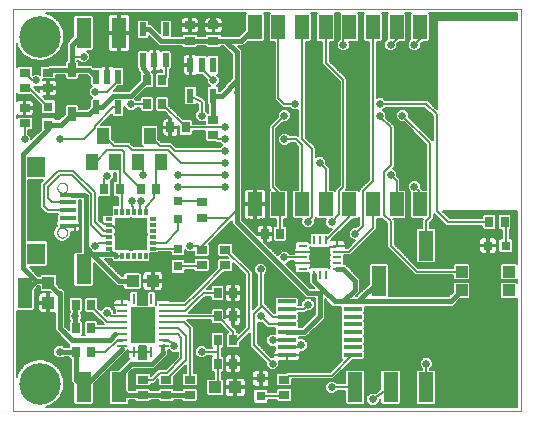
<source format=gtl>
G75*
%MOIN*%
%OFA0B0*%
%FSLAX25Y25*%
%IPPOS*%
%LPD*%
%AMOC8*
5,1,8,0,0,1.08239X$1,22.5*
%
%ADD10C,0.00000*%
%ADD11R,0.03543X0.02756*%
%ADD12R,0.02756X0.03543*%
%ADD13R,0.03937X0.05512*%
%ADD14R,0.05906X0.07087*%
%ADD15R,0.05512X0.01575*%
%ADD16R,0.01181X0.02362*%
%ADD17R,0.02362X0.01181*%
%ADD18R,0.10630X0.10630*%
%ADD19R,0.02165X0.04724*%
%ADD20R,0.04724X0.07874*%
%ADD21R,0.02756X0.04724*%
%ADD22R,0.03150X0.03150*%
%ADD23R,0.03346X0.01102*%
%ADD24R,0.08071X0.12008*%
%ADD25R,0.01102X0.03346*%
%ADD26R,0.03150X0.00984*%
%ADD27R,0.00984X0.03150*%
%ADD28R,0.02362X0.04724*%
%ADD29R,0.06299X0.01378*%
%ADD30R,0.05000X0.10000*%
%ADD31R,0.03937X0.03937*%
%ADD32C,0.13843*%
%ADD33R,0.04331X0.03937*%
%ADD34R,0.03937X0.04331*%
%ADD35C,0.00800*%
%ADD36C,0.02578*%
%ADD37C,0.01600*%
%ADD38C,0.00600*%
%ADD39C,0.01200*%
D10*
X0001841Y0001300D02*
X0001841Y0135158D01*
X0171132Y0135158D01*
X0171132Y0001300D01*
X0001841Y0001300D01*
X0016703Y0060749D02*
X0016705Y0060830D01*
X0016711Y0060912D01*
X0016721Y0060993D01*
X0016735Y0061073D01*
X0016752Y0061152D01*
X0016774Y0061231D01*
X0016799Y0061308D01*
X0016828Y0061385D01*
X0016861Y0061459D01*
X0016898Y0061532D01*
X0016937Y0061603D01*
X0016981Y0061672D01*
X0017027Y0061739D01*
X0017077Y0061803D01*
X0017130Y0061865D01*
X0017186Y0061925D01*
X0017244Y0061981D01*
X0017306Y0062035D01*
X0017370Y0062086D01*
X0017436Y0062133D01*
X0017504Y0062177D01*
X0017575Y0062218D01*
X0017647Y0062255D01*
X0017722Y0062289D01*
X0017797Y0062319D01*
X0017875Y0062345D01*
X0017953Y0062368D01*
X0018032Y0062386D01*
X0018112Y0062401D01*
X0018193Y0062412D01*
X0018274Y0062419D01*
X0018356Y0062422D01*
X0018437Y0062421D01*
X0018518Y0062416D01*
X0018599Y0062407D01*
X0018680Y0062394D01*
X0018760Y0062377D01*
X0018838Y0062357D01*
X0018916Y0062332D01*
X0018993Y0062304D01*
X0019068Y0062272D01*
X0019141Y0062237D01*
X0019212Y0062198D01*
X0019282Y0062155D01*
X0019349Y0062110D01*
X0019415Y0062061D01*
X0019477Y0062009D01*
X0019537Y0061953D01*
X0019594Y0061895D01*
X0019649Y0061835D01*
X0019700Y0061771D01*
X0019748Y0061706D01*
X0019793Y0061638D01*
X0019835Y0061568D01*
X0019873Y0061496D01*
X0019908Y0061422D01*
X0019939Y0061347D01*
X0019966Y0061270D01*
X0019989Y0061192D01*
X0020009Y0061113D01*
X0020025Y0061033D01*
X0020037Y0060952D01*
X0020045Y0060871D01*
X0020049Y0060790D01*
X0020049Y0060708D01*
X0020045Y0060627D01*
X0020037Y0060546D01*
X0020025Y0060465D01*
X0020009Y0060385D01*
X0019989Y0060306D01*
X0019966Y0060228D01*
X0019939Y0060151D01*
X0019908Y0060076D01*
X0019873Y0060002D01*
X0019835Y0059930D01*
X0019793Y0059860D01*
X0019748Y0059792D01*
X0019700Y0059727D01*
X0019649Y0059663D01*
X0019594Y0059603D01*
X0019537Y0059545D01*
X0019477Y0059489D01*
X0019415Y0059437D01*
X0019349Y0059388D01*
X0019282Y0059343D01*
X0019213Y0059300D01*
X0019141Y0059261D01*
X0019068Y0059226D01*
X0018993Y0059194D01*
X0018916Y0059166D01*
X0018838Y0059141D01*
X0018760Y0059121D01*
X0018680Y0059104D01*
X0018599Y0059091D01*
X0018518Y0059082D01*
X0018437Y0059077D01*
X0018356Y0059076D01*
X0018274Y0059079D01*
X0018193Y0059086D01*
X0018112Y0059097D01*
X0018032Y0059112D01*
X0017953Y0059130D01*
X0017875Y0059153D01*
X0017797Y0059179D01*
X0017722Y0059209D01*
X0017647Y0059243D01*
X0017575Y0059280D01*
X0017504Y0059321D01*
X0017436Y0059365D01*
X0017370Y0059412D01*
X0017306Y0059463D01*
X0017244Y0059517D01*
X0017186Y0059573D01*
X0017130Y0059633D01*
X0017077Y0059695D01*
X0017027Y0059759D01*
X0016981Y0059826D01*
X0016937Y0059895D01*
X0016898Y0059966D01*
X0016861Y0060039D01*
X0016828Y0060113D01*
X0016799Y0060190D01*
X0016774Y0060267D01*
X0016752Y0060346D01*
X0016735Y0060425D01*
X0016721Y0060505D01*
X0016711Y0060586D01*
X0016705Y0060668D01*
X0016703Y0060749D01*
X0016703Y0075709D02*
X0016705Y0075790D01*
X0016711Y0075872D01*
X0016721Y0075953D01*
X0016735Y0076033D01*
X0016752Y0076112D01*
X0016774Y0076191D01*
X0016799Y0076268D01*
X0016828Y0076345D01*
X0016861Y0076419D01*
X0016898Y0076492D01*
X0016937Y0076563D01*
X0016981Y0076632D01*
X0017027Y0076699D01*
X0017077Y0076763D01*
X0017130Y0076825D01*
X0017186Y0076885D01*
X0017244Y0076941D01*
X0017306Y0076995D01*
X0017370Y0077046D01*
X0017436Y0077093D01*
X0017504Y0077137D01*
X0017575Y0077178D01*
X0017647Y0077215D01*
X0017722Y0077249D01*
X0017797Y0077279D01*
X0017875Y0077305D01*
X0017953Y0077328D01*
X0018032Y0077346D01*
X0018112Y0077361D01*
X0018193Y0077372D01*
X0018274Y0077379D01*
X0018356Y0077382D01*
X0018437Y0077381D01*
X0018518Y0077376D01*
X0018599Y0077367D01*
X0018680Y0077354D01*
X0018760Y0077337D01*
X0018838Y0077317D01*
X0018916Y0077292D01*
X0018993Y0077264D01*
X0019068Y0077232D01*
X0019141Y0077197D01*
X0019212Y0077158D01*
X0019282Y0077115D01*
X0019349Y0077070D01*
X0019415Y0077021D01*
X0019477Y0076969D01*
X0019537Y0076913D01*
X0019594Y0076855D01*
X0019649Y0076795D01*
X0019700Y0076731D01*
X0019748Y0076666D01*
X0019793Y0076598D01*
X0019835Y0076528D01*
X0019873Y0076456D01*
X0019908Y0076382D01*
X0019939Y0076307D01*
X0019966Y0076230D01*
X0019989Y0076152D01*
X0020009Y0076073D01*
X0020025Y0075993D01*
X0020037Y0075912D01*
X0020045Y0075831D01*
X0020049Y0075750D01*
X0020049Y0075668D01*
X0020045Y0075587D01*
X0020037Y0075506D01*
X0020025Y0075425D01*
X0020009Y0075345D01*
X0019989Y0075266D01*
X0019966Y0075188D01*
X0019939Y0075111D01*
X0019908Y0075036D01*
X0019873Y0074962D01*
X0019835Y0074890D01*
X0019793Y0074820D01*
X0019748Y0074752D01*
X0019700Y0074687D01*
X0019649Y0074623D01*
X0019594Y0074563D01*
X0019537Y0074505D01*
X0019477Y0074449D01*
X0019415Y0074397D01*
X0019349Y0074348D01*
X0019282Y0074303D01*
X0019213Y0074260D01*
X0019141Y0074221D01*
X0019068Y0074186D01*
X0018993Y0074154D01*
X0018916Y0074126D01*
X0018838Y0074101D01*
X0018760Y0074081D01*
X0018680Y0074064D01*
X0018599Y0074051D01*
X0018518Y0074042D01*
X0018437Y0074037D01*
X0018356Y0074036D01*
X0018274Y0074039D01*
X0018193Y0074046D01*
X0018112Y0074057D01*
X0018032Y0074072D01*
X0017953Y0074090D01*
X0017875Y0074113D01*
X0017797Y0074139D01*
X0017722Y0074169D01*
X0017647Y0074203D01*
X0017575Y0074240D01*
X0017504Y0074281D01*
X0017436Y0074325D01*
X0017370Y0074372D01*
X0017306Y0074423D01*
X0017244Y0074477D01*
X0017186Y0074533D01*
X0017130Y0074593D01*
X0017077Y0074655D01*
X0017027Y0074719D01*
X0016981Y0074786D01*
X0016937Y0074855D01*
X0016898Y0074926D01*
X0016861Y0074999D01*
X0016828Y0075073D01*
X0016799Y0075150D01*
X0016774Y0075227D01*
X0016752Y0075306D01*
X0016735Y0075385D01*
X0016721Y0075465D01*
X0016711Y0075546D01*
X0016705Y0075628D01*
X0016703Y0075709D01*
D11*
X0005778Y0097166D03*
X0005778Y0102284D03*
X0005778Y0108977D03*
X0005778Y0114095D03*
X0013652Y0114095D03*
X0013652Y0108977D03*
X0060896Y0124725D03*
X0060896Y0129843D03*
X0068770Y0129843D03*
X0068770Y0124725D03*
X0068770Y0098347D03*
X0068770Y0093229D03*
X0064833Y0070788D03*
X0064833Y0065670D03*
X0064833Y0055040D03*
X0064833Y0049922D03*
X0072707Y0049922D03*
X0072707Y0055040D03*
X0060896Y0011733D03*
X0060896Y0006615D03*
X0053022Y0006615D03*
X0053022Y0011733D03*
X0045148Y0011733D03*
X0045148Y0006615D03*
X0092392Y0006615D03*
X0092392Y0011733D03*
D12*
X0075266Y0017048D03*
X0070148Y0017048D03*
X0070148Y0024922D03*
X0075266Y0024922D03*
X0075266Y0032796D03*
X0070148Y0032796D03*
X0070148Y0040670D03*
X0075266Y0040670D03*
X0085896Y0060355D03*
X0091014Y0060355D03*
X0049636Y0075434D03*
X0044518Y0075434D03*
X0037510Y0075434D03*
X0032392Y0075434D03*
X0054400Y0095788D03*
X0059518Y0095788D03*
X0051644Y0103662D03*
X0046526Y0103662D03*
X0046526Y0111536D03*
X0051644Y0111536D03*
X0028022Y0036733D03*
X0022904Y0036733D03*
X0022904Y0028859D03*
X0028022Y0028859D03*
X0028022Y0020985D03*
X0022904Y0020985D03*
X0160699Y0064292D03*
X0165817Y0064292D03*
D13*
X0051250Y0084410D03*
X0043770Y0084410D03*
X0035817Y0084410D03*
X0028337Y0084410D03*
X0032077Y0093072D03*
X0047510Y0093072D03*
D14*
X0009715Y0082733D03*
X0009715Y0053725D03*
D15*
X0020344Y0063111D03*
X0020344Y0065670D03*
X0020344Y0068229D03*
X0020344Y0070788D03*
X0020344Y0073347D03*
D16*
X0036289Y0067737D03*
X0038258Y0067737D03*
X0040226Y0067737D03*
X0042195Y0067737D03*
X0044163Y0067737D03*
X0046132Y0067737D03*
X0046132Y0052973D03*
X0044163Y0052973D03*
X0042195Y0052973D03*
X0040226Y0052973D03*
X0038258Y0052973D03*
X0036289Y0052973D03*
D17*
X0033829Y0055434D03*
X0033829Y0057402D03*
X0033829Y0059371D03*
X0033829Y0061339D03*
X0033829Y0063308D03*
X0033829Y0065276D03*
X0048593Y0065276D03*
X0048593Y0063308D03*
X0048593Y0061339D03*
X0048593Y0059371D03*
X0048593Y0057402D03*
X0048593Y0055434D03*
D18*
X0041211Y0060355D03*
D19*
X0037077Y0102481D03*
X0029596Y0102481D03*
X0029596Y0112717D03*
X0033337Y0112717D03*
X0037077Y0112717D03*
X0045344Y0118229D03*
X0049085Y0118229D03*
X0052825Y0118229D03*
X0052825Y0128466D03*
X0045344Y0128466D03*
D20*
X0082549Y0129253D03*
X0090423Y0129253D03*
X0098297Y0129253D03*
X0106171Y0129253D03*
X0114045Y0129253D03*
X0121919Y0129253D03*
X0129793Y0129253D03*
X0137667Y0129253D03*
X0137667Y0070198D03*
X0129793Y0070198D03*
X0121919Y0070198D03*
X0114045Y0070198D03*
X0106171Y0070198D03*
X0098297Y0070198D03*
X0090423Y0070198D03*
X0082549Y0070198D03*
D21*
X0021526Y0100316D03*
X0021526Y0114883D03*
D22*
X0013652Y0102678D03*
X0013652Y0096772D03*
X0056959Y0071182D03*
X0056959Y0065276D03*
X0056959Y0055434D03*
X0056959Y0049528D03*
X0084518Y0012127D03*
X0084518Y0006221D03*
X0160305Y0056418D03*
X0166211Y0056418D03*
D23*
X0052136Y0036733D03*
X0052136Y0034765D03*
X0052136Y0032796D03*
X0052136Y0030828D03*
X0052136Y0028859D03*
X0052136Y0026891D03*
X0052136Y0024922D03*
X0052136Y0022954D03*
X0038356Y0022954D03*
X0038356Y0024922D03*
X0038356Y0026891D03*
X0038356Y0028859D03*
X0038356Y0030828D03*
X0038356Y0032796D03*
X0038356Y0034765D03*
X0038356Y0036733D03*
D24*
X0045148Y0029843D03*
D25*
X0048100Y0021083D03*
X0042195Y0021083D03*
X0042195Y0038603D03*
X0048100Y0038603D03*
D26*
X0098494Y0048544D03*
X0098494Y0050513D03*
X0098494Y0052481D03*
X0098494Y0054450D03*
X0098494Y0056418D03*
X0109911Y0056418D03*
X0109911Y0054450D03*
X0109911Y0052481D03*
X0109911Y0050513D03*
X0109911Y0048544D03*
D27*
X0106171Y0046772D03*
X0104203Y0046772D03*
X0102234Y0046772D03*
X0102234Y0058190D03*
X0104203Y0058190D03*
X0106171Y0058190D03*
D28*
X0068573Y0106394D03*
X0061093Y0106394D03*
X0061093Y0116678D03*
X0064833Y0116678D03*
X0068573Y0116678D03*
D29*
X0093179Y0037816D03*
X0093179Y0035257D03*
X0093179Y0032698D03*
X0093179Y0030139D03*
X0093179Y0027580D03*
X0093179Y0025020D03*
X0093179Y0022461D03*
X0093179Y0019902D03*
X0115226Y0019902D03*
X0115226Y0022461D03*
X0115226Y0025020D03*
X0115226Y0027580D03*
X0115226Y0030139D03*
X0115226Y0032698D03*
X0115226Y0035257D03*
X0115226Y0037816D03*
D30*
X0123888Y0044607D03*
X0139636Y0056418D03*
X0139636Y0009174D03*
X0127825Y0009174D03*
X0116014Y0009174D03*
X0037274Y0009174D03*
X0025463Y0009174D03*
X0005778Y0040670D03*
X0025463Y0048544D03*
X0025463Y0127284D03*
X0037274Y0127284D03*
D31*
X0151447Y0047757D03*
X0151447Y0041457D03*
X0167195Y0041457D03*
X0167195Y0047757D03*
D32*
X0010896Y0010355D03*
X0010896Y0126103D03*
D33*
X0041801Y0044607D03*
X0048494Y0044607D03*
X0069360Y0009174D03*
X0076053Y0009174D03*
D34*
X0013652Y0037324D03*
X0013652Y0044017D03*
D35*
X0028022Y0036733D02*
X0028022Y0036143D01*
X0033337Y0030828D01*
X0038356Y0030828D01*
X0038356Y0028859D02*
X0028022Y0028859D01*
X0033337Y0033977D02*
X0033380Y0034021D01*
X0033337Y0033977D02*
X0034518Y0032796D01*
X0038356Y0032796D01*
X0038356Y0026891D02*
X0038339Y0026873D01*
X0036092Y0026873D01*
X0036518Y0024754D02*
X0032749Y0020985D01*
X0028022Y0020985D01*
X0036518Y0024754D02*
X0038188Y0024754D01*
X0038356Y0024922D01*
X0038356Y0022954D02*
X0038356Y0022068D01*
X0048458Y0011733D02*
X0050836Y0014111D01*
X0053420Y0014111D01*
X0058096Y0018787D01*
X0058096Y0025742D01*
X0056947Y0026891D01*
X0052136Y0026891D01*
X0052136Y0024922D02*
X0052304Y0024754D01*
X0053974Y0024754D01*
X0054809Y0023919D01*
X0054809Y0023843D01*
X0055698Y0022954D01*
X0059496Y0026322D02*
X0059496Y0018207D01*
X0053022Y0011733D01*
X0048458Y0011733D02*
X0045148Y0011733D01*
X0060896Y0011733D02*
X0060896Y0028859D01*
X0058927Y0030828D01*
X0052136Y0030828D01*
X0052136Y0028859D02*
X0056959Y0028859D01*
X0059496Y0026322D01*
X0064833Y0020985D02*
X0070148Y0020985D01*
X0070148Y0024922D01*
X0070148Y0020985D02*
X0070148Y0017048D01*
X0070148Y0009961D01*
X0069360Y0009174D01*
X0084518Y0006221D02*
X0091998Y0006221D01*
X0092392Y0006615D01*
X0092392Y0011733D02*
X0093770Y0013111D01*
X0108140Y0013111D01*
X0114931Y0019902D01*
X0115226Y0019902D01*
X0116014Y0009174D02*
X0108140Y0009174D01*
X0121919Y0005237D02*
X0127825Y0009174D01*
X0139636Y0009174D02*
X0139636Y0017048D01*
X0136486Y0047757D02*
X0127825Y0056418D01*
X0127825Y0064453D01*
X0125536Y0066742D01*
X0125536Y0080988D01*
X0127825Y0083277D01*
X0127825Y0095788D01*
X0124208Y0099405D01*
X0124208Y0099725D01*
X0124208Y0103662D02*
X0139636Y0103662D01*
X0143173Y0100125D01*
X0143173Y0068229D01*
X0143173Y0068063D01*
X0146944Y0064292D01*
X0160699Y0064292D01*
X0165817Y0064292D02*
X0166211Y0063898D01*
X0166211Y0056418D01*
X0151447Y0047757D02*
X0136486Y0047757D01*
X0139636Y0056418D02*
X0139636Y0064453D01*
X0141030Y0065846D01*
X0141030Y0090457D01*
X0131762Y0099725D01*
X0112077Y0111536D02*
X0112077Y0075943D01*
X0110683Y0074549D01*
X0110683Y0066835D01*
X0108140Y0064292D01*
X0114045Y0066064D02*
X0114045Y0070198D01*
X0114045Y0066064D02*
X0106171Y0058190D01*
X0107404Y0055942D02*
X0107078Y0055615D01*
X0106565Y0055615D01*
X0107404Y0055942D02*
X0109435Y0055942D01*
X0109911Y0056418D01*
X0109911Y0054450D02*
X0114045Y0054450D01*
X0121919Y0062324D01*
X0121919Y0070198D01*
X0118557Y0074549D02*
X0118557Y0062898D01*
X0116014Y0060355D01*
X0106171Y0070198D02*
X0106171Y0082009D01*
X0104203Y0083977D01*
X0101659Y0088500D02*
X0101659Y0065846D01*
X0100266Y0064453D01*
X0100266Y0064372D01*
X0100266Y0064292D01*
X0098297Y0070198D02*
X0098297Y0089883D01*
X0096329Y0091851D01*
X0092392Y0091851D01*
X0088455Y0095788D02*
X0088455Y0076103D01*
X0090423Y0074135D01*
X0090423Y0070198D01*
X0091014Y0069607D01*
X0091014Y0060355D01*
X0092392Y0052481D02*
X0098494Y0052481D01*
X0084518Y0048544D02*
X0084518Y0036733D01*
X0084518Y0036033D01*
X0082229Y0033744D01*
X0082229Y0023274D01*
X0088455Y0017048D01*
X0093179Y0022461D02*
X0097130Y0022461D01*
X0097960Y0023291D01*
X0093179Y0025020D02*
X0088553Y0025020D01*
X0088455Y0024922D01*
X0087175Y0030139D02*
X0093179Y0030139D01*
X0093179Y0032698D02*
X0088553Y0032698D01*
X0084518Y0036733D01*
X0084518Y0032796D02*
X0087175Y0030139D01*
X0080581Y0028859D02*
X0080581Y0047166D01*
X0072707Y0055040D01*
X0072707Y0049922D02*
X0063455Y0040670D01*
X0059321Y0036733D01*
X0052136Y0036733D01*
X0052136Y0034765D02*
X0059304Y0034765D01*
X0064035Y0039270D01*
X0064433Y0039668D01*
X0064840Y0040056D01*
X0064841Y0040076D01*
X0065331Y0040566D01*
X0070044Y0040566D01*
X0070148Y0040670D01*
X0070148Y0032796D02*
X0075266Y0027678D01*
X0075266Y0024922D01*
X0076644Y0024922D01*
X0080581Y0028859D01*
X0070148Y0032796D02*
X0052136Y0032796D01*
X0056959Y0049528D02*
X0064439Y0049528D01*
X0064833Y0049922D01*
X0064833Y0055040D02*
X0063455Y0056418D01*
X0060896Y0056418D01*
X0064833Y0056418D02*
X0064833Y0055040D01*
X0064833Y0056418D02*
X0074085Y0065670D01*
X0064833Y0065670D01*
X0064833Y0070788D02*
X0064439Y0071182D01*
X0056959Y0071182D01*
X0056959Y0076103D02*
X0072707Y0076103D01*
X0072707Y0080040D02*
X0056959Y0080040D01*
X0057822Y0083977D02*
X0053633Y0088166D01*
X0041746Y0088166D01*
X0040346Y0089566D01*
X0035622Y0089566D01*
X0032116Y0093072D01*
X0032077Y0093072D01*
X0029108Y0095497D02*
X0029108Y0096242D01*
X0035348Y0102481D01*
X0037077Y0102481D01*
X0041211Y0103554D02*
X0041211Y0103662D01*
X0046526Y0103662D01*
X0051644Y0103662D02*
X0059518Y0095788D01*
X0072707Y0095788D01*
X0072707Y0091851D02*
X0070148Y0091851D01*
X0068770Y0093229D01*
X0072707Y0087914D02*
X0055865Y0087914D01*
X0054213Y0089566D01*
X0051015Y0089566D01*
X0047510Y0093072D01*
X0038910Y0087456D02*
X0038910Y0081042D01*
X0044518Y0075434D01*
X0044754Y0071379D02*
X0044163Y0070788D01*
X0044163Y0067737D01*
X0042195Y0067737D02*
X0041817Y0068115D01*
X0041817Y0069332D01*
X0041604Y0069545D01*
X0041604Y0070985D01*
X0041576Y0071013D01*
X0041576Y0071379D01*
X0038258Y0074686D02*
X0037510Y0075434D01*
X0037510Y0082717D01*
X0035817Y0084410D01*
X0038910Y0087456D02*
X0038200Y0088166D01*
X0033434Y0088166D01*
X0029678Y0084410D01*
X0028337Y0084410D01*
X0033337Y0079765D02*
X0032392Y0078820D01*
X0032392Y0075434D01*
X0029400Y0074146D02*
X0029400Y0064292D01*
X0032352Y0061339D01*
X0033829Y0061339D01*
X0033632Y0059568D02*
X0031762Y0059568D01*
X0028000Y0063330D01*
X0028000Y0072166D01*
X0028000Y0073566D01*
X0025463Y0076103D01*
X0021526Y0080040D01*
X0017589Y0080040D01*
X0013652Y0076103D01*
X0013652Y0072166D01*
X0015030Y0070788D01*
X0020344Y0070788D01*
X0020344Y0068229D02*
X0013652Y0068229D01*
X0012252Y0069629D01*
X0012252Y0072166D01*
X0012252Y0076683D01*
X0017009Y0081440D01*
X0022106Y0081440D01*
X0029400Y0074146D01*
X0023100Y0073347D02*
X0021526Y0073347D01*
X0020344Y0073347D01*
X0012252Y0072166D02*
X0012252Y0071586D01*
X0019951Y0063505D02*
X0020344Y0063111D01*
X0022707Y0063111D01*
X0022707Y0060355D01*
X0029400Y0056418D02*
X0030384Y0057402D01*
X0033829Y0057402D01*
X0033829Y0059371D02*
X0033632Y0059568D01*
X0034207Y0062930D02*
X0035424Y0062930D01*
X0037999Y0060355D01*
X0041211Y0060355D01*
X0034207Y0062930D02*
X0033829Y0063308D01*
X0033451Y0063686D01*
X0032233Y0063686D01*
X0031648Y0064272D01*
X0031648Y0066281D01*
X0033337Y0067970D01*
X0033337Y0068229D01*
X0038258Y0067737D02*
X0038258Y0074686D01*
X0045148Y0080040D02*
X0045148Y0083032D01*
X0043770Y0084410D01*
X0049636Y0082796D02*
X0051250Y0084410D01*
X0049636Y0082796D02*
X0049636Y0075434D01*
X0049085Y0074883D01*
X0049085Y0072166D01*
X0046132Y0069213D01*
X0046132Y0067737D01*
X0048593Y0057402D02*
X0052825Y0057402D01*
X0056959Y0061536D01*
X0056959Y0065276D01*
X0056959Y0055434D02*
X0048593Y0055434D01*
X0038258Y0052973D02*
X0036289Y0052973D01*
X0033829Y0055434D01*
X0057822Y0083977D02*
X0072707Y0083977D01*
X0088455Y0095788D02*
X0092392Y0099725D01*
X0092392Y0103662D02*
X0090423Y0105631D01*
X0090423Y0129253D01*
X0098297Y0129253D02*
X0098297Y0091863D01*
X0101659Y0088500D01*
X0118557Y0074549D02*
X0121919Y0077911D01*
X0121919Y0129253D01*
X0114045Y0129253D02*
X0112077Y0127284D01*
X0112077Y0123347D01*
X0106171Y0117442D02*
X0112077Y0111536D01*
X0106171Y0117442D02*
X0106171Y0129253D01*
X0127825Y0123347D02*
X0129793Y0125316D01*
X0129793Y0129253D01*
X0137667Y0129253D02*
X0137667Y0125316D01*
X0135699Y0123347D01*
X0096897Y0103662D02*
X0096008Y0103662D01*
X0092392Y0103662D01*
X0068770Y0111536D02*
X0066990Y0113316D01*
X0066978Y0113316D01*
X0066392Y0113902D01*
X0066392Y0113914D01*
X0064833Y0115473D01*
X0064833Y0116678D01*
X0052825Y0118229D02*
X0052825Y0112717D01*
X0051644Y0111536D01*
X0061093Y0106394D02*
X0064833Y0104347D01*
X0064833Y0099725D01*
X0037077Y0111339D02*
X0037077Y0112717D01*
X0037077Y0111339D02*
X0033337Y0107599D01*
X0029400Y0107599D01*
X0029108Y0095497D02*
X0025463Y0091851D01*
X0017589Y0091851D01*
X0005778Y0091851D02*
X0005778Y0097166D01*
X0013652Y0102678D02*
X0007352Y0108977D01*
X0005778Y0108977D01*
X0008337Y0111536D02*
X0009715Y0111536D01*
X0008337Y0111536D02*
X0005778Y0114095D01*
X0021526Y0119410D02*
X0025463Y0119410D01*
X0076644Y0068229D02*
X0074085Y0065670D01*
X0100266Y0036733D02*
X0098789Y0035257D01*
X0093179Y0035257D01*
X0129793Y0070198D02*
X0129793Y0078072D01*
X0127825Y0080040D01*
X0135699Y0076103D02*
X0137667Y0074135D01*
X0137667Y0070198D01*
X0143173Y0068229D02*
X0143173Y0068063D01*
D36*
X0135699Y0076103D03*
X0127825Y0080040D03*
X0116014Y0091851D03*
X0124208Y0099725D03*
X0124208Y0103662D03*
X0131762Y0099725D03*
X0131762Y0115473D03*
X0135699Y0123347D03*
X0127825Y0123347D03*
X0112077Y0123347D03*
X0104203Y0107599D03*
X0096008Y0103662D03*
X0092392Y0099725D03*
X0092392Y0091851D03*
X0104203Y0083977D03*
X0100266Y0064372D03*
X0108140Y0064292D03*
X0112077Y0060355D03*
X0116014Y0060355D03*
X0104203Y0052481D03*
X0092392Y0052481D03*
X0084518Y0048544D03*
X0076644Y0044607D03*
X0064833Y0036733D03*
X0055698Y0022954D03*
X0064833Y0020985D03*
X0080581Y0020985D03*
X0088455Y0017048D03*
X0097960Y0023291D03*
X0104203Y0020985D03*
X0108140Y0009174D03*
X0121919Y0005237D03*
X0139636Y0017048D03*
X0151447Y0032796D03*
X0147510Y0056418D03*
X0100266Y0036733D03*
X0088455Y0024922D03*
X0084518Y0032796D03*
X0060896Y0056418D03*
X0080581Y0064292D03*
X0084518Y0064292D03*
X0072707Y0076103D03*
X0072707Y0080040D03*
X0072707Y0083977D03*
X0072707Y0087914D03*
X0072707Y0091851D03*
X0072707Y0095788D03*
X0064833Y0099725D03*
X0056959Y0103662D03*
X0049085Y0099725D03*
X0041211Y0103554D03*
X0041211Y0095788D03*
X0029400Y0107599D03*
X0025463Y0111536D03*
X0017589Y0111536D03*
X0009715Y0111536D03*
X0025463Y0119410D03*
X0033337Y0119410D03*
X0041211Y0119410D03*
X0056959Y0115473D03*
X0068770Y0111536D03*
X0056959Y0091851D03*
X0056959Y0080040D03*
X0056959Y0076103D03*
X0045148Y0080040D03*
X0044754Y0071379D03*
X0041576Y0071379D03*
X0033337Y0068229D03*
X0041211Y0060355D03*
X0029400Y0056418D03*
X0013652Y0064292D03*
X0033337Y0079765D03*
X0017589Y0091851D03*
X0005778Y0091851D03*
X0068770Y0131221D03*
X0033380Y0034021D03*
X0022707Y0032796D03*
X0017589Y0020985D03*
X0037274Y0017048D03*
X0045148Y0020985D03*
D37*
X0048269Y0017048D02*
X0041211Y0017048D01*
X0037274Y0013111D01*
X0037274Y0009174D01*
X0039833Y0006615D01*
X0045148Y0006615D01*
X0053022Y0006615D01*
X0060896Y0006615D01*
X0048269Y0017048D02*
X0051841Y0020619D01*
X0051841Y0020985D01*
X0038356Y0022068D02*
X0025463Y0009174D01*
X0022904Y0011733D01*
X0022904Y0020985D01*
X0017589Y0020985D01*
X0021526Y0024922D02*
X0034141Y0024922D01*
X0036092Y0026873D01*
X0022904Y0028859D02*
X0022707Y0030237D01*
X0022707Y0032796D01*
X0022707Y0035355D01*
X0022904Y0036733D01*
X0017589Y0040670D02*
X0016998Y0040670D01*
X0013652Y0044017D01*
X0013061Y0044607D01*
X0009715Y0044607D01*
X0005778Y0040670D01*
X0009715Y0044607D02*
X0005362Y0048960D01*
X0005362Y0086856D01*
X0013652Y0095146D01*
X0013652Y0096772D01*
X0017982Y0096772D01*
X0021526Y0100316D01*
X0027431Y0100316D01*
X0029596Y0102481D01*
X0031652Y0102481D01*
X0035414Y0106243D01*
X0041233Y0106243D01*
X0046526Y0111536D01*
X0046526Y0114095D01*
X0045148Y0115473D01*
X0045148Y0118032D01*
X0045344Y0118229D01*
X0051162Y0124704D02*
X0056194Y0124704D01*
X0056215Y0124725D01*
X0060896Y0124725D01*
X0068770Y0124725D01*
X0072707Y0124725D01*
X0076644Y0120788D01*
X0076644Y0111536D01*
X0071502Y0106394D01*
X0068573Y0106394D01*
X0068770Y0106198D01*
X0068770Y0098347D01*
X0076289Y0107599D02*
X0076644Y0107599D01*
X0076644Y0111536D01*
X0076644Y0107599D02*
X0076644Y0068229D01*
X0076644Y0064292D01*
X0100266Y0040670D01*
X0104203Y0040670D01*
X0104203Y0032796D01*
X0098986Y0027580D01*
X0093179Y0027580D01*
X0104203Y0040670D02*
X0105231Y0041698D01*
X0102311Y0044618D01*
X0102311Y0046696D01*
X0102234Y0046772D01*
X0105231Y0041698D02*
X0109113Y0037816D01*
X0112077Y0037816D01*
X0116014Y0041753D01*
X0116014Y0044607D01*
X0112077Y0048544D01*
X0109911Y0048544D01*
X0112077Y0037816D02*
X0115226Y0037816D01*
X0117096Y0037816D01*
X0123888Y0044607D01*
X0115226Y0037816D02*
X0147805Y0037816D01*
X0151447Y0041457D01*
X0078022Y0124725D02*
X0072707Y0124725D01*
X0078022Y0124725D02*
X0082549Y0129253D01*
X0051162Y0124704D02*
X0047400Y0128466D01*
X0045344Y0128466D01*
X0029596Y0112717D02*
X0027431Y0114883D01*
X0021526Y0114883D01*
X0014439Y0114883D01*
X0013652Y0114095D01*
X0021526Y0114883D02*
X0021526Y0119410D01*
X0021526Y0123347D01*
X0025463Y0127284D01*
X0025673Y0073347D02*
X0021526Y0073347D01*
X0025673Y0073347D02*
X0026200Y0072821D01*
X0026200Y0056418D01*
X0026200Y0049281D01*
X0025463Y0048544D01*
X0028375Y0053640D02*
X0037408Y0044607D01*
X0041801Y0044607D01*
X0036289Y0052973D02*
X0035622Y0053640D01*
X0028375Y0053640D01*
X0026200Y0055815D01*
X0026200Y0056418D01*
X0017589Y0040670D02*
X0017589Y0028859D01*
X0021526Y0024922D01*
D38*
X0020599Y0023445D02*
X0003141Y0023445D01*
X0003141Y0024043D02*
X0020000Y0024043D01*
X0019402Y0024642D02*
X0003141Y0024642D01*
X0003141Y0025240D02*
X0018803Y0025240D01*
X0018205Y0025839D02*
X0003141Y0025839D01*
X0003141Y0026437D02*
X0017606Y0026437D01*
X0017007Y0027036D02*
X0003141Y0027036D01*
X0003141Y0027634D02*
X0016409Y0027634D01*
X0015889Y0028155D02*
X0020770Y0023274D01*
X0020626Y0023129D01*
X0020626Y0022685D01*
X0018984Y0022685D01*
X0018495Y0023174D01*
X0016682Y0023174D01*
X0015400Y0021892D01*
X0015400Y0020078D01*
X0016682Y0018796D01*
X0018495Y0018796D01*
X0018984Y0019285D01*
X0020626Y0019285D01*
X0020626Y0018841D01*
X0021153Y0018313D01*
X0021204Y0018313D01*
X0021204Y0011029D01*
X0022063Y0010170D01*
X0022063Y0003801D01*
X0022590Y0003274D01*
X0028335Y0003274D01*
X0028863Y0003801D01*
X0028863Y0010170D01*
X0040056Y0021364D01*
X0040056Y0021502D01*
X0040344Y0021502D01*
X0040344Y0021084D01*
X0042195Y0021084D01*
X0044046Y0021084D01*
X0044046Y0022928D01*
X0044043Y0022939D01*
X0046252Y0022939D01*
X0046249Y0022928D01*
X0046249Y0021084D01*
X0048100Y0021084D01*
X0048100Y0021083D01*
X0046249Y0021083D01*
X0046249Y0019239D01*
X0046338Y0018908D01*
X0046430Y0018748D01*
X0043865Y0018748D01*
X0043957Y0018908D01*
X0044046Y0019239D01*
X0044046Y0021083D01*
X0042195Y0021083D01*
X0042195Y0021084D01*
X0042195Y0021083D01*
X0040344Y0021083D01*
X0040344Y0019239D01*
X0040432Y0018908D01*
X0040525Y0018748D01*
X0040506Y0018748D01*
X0036832Y0015074D01*
X0034401Y0015074D01*
X0033874Y0014547D01*
X0033874Y0003801D01*
X0034401Y0003274D01*
X0040146Y0003274D01*
X0040674Y0003801D01*
X0040674Y0004915D01*
X0042476Y0004915D01*
X0042476Y0004864D01*
X0043003Y0004337D01*
X0047292Y0004337D01*
X0047819Y0004864D01*
X0047819Y0004915D01*
X0050350Y0004915D01*
X0050350Y0004864D01*
X0050877Y0004337D01*
X0055166Y0004337D01*
X0055693Y0004864D01*
X0055693Y0004915D01*
X0058224Y0004915D01*
X0058224Y0004864D01*
X0058751Y0004337D01*
X0063040Y0004337D01*
X0063567Y0004864D01*
X0063567Y0008366D01*
X0063040Y0008893D01*
X0058751Y0008893D01*
X0058224Y0008366D01*
X0058224Y0008315D01*
X0055693Y0008315D01*
X0055693Y0008366D01*
X0055166Y0008893D01*
X0050877Y0008893D01*
X0050350Y0008366D01*
X0050350Y0008315D01*
X0047819Y0008315D01*
X0047819Y0008366D01*
X0047292Y0008893D01*
X0043003Y0008893D01*
X0042476Y0008366D01*
X0042476Y0008315D01*
X0040674Y0008315D01*
X0040674Y0014107D01*
X0041915Y0015348D01*
X0048973Y0015348D01*
X0052545Y0018919D01*
X0053541Y0019915D01*
X0053541Y0021502D01*
X0054054Y0021502D01*
X0054791Y0020765D01*
X0056605Y0020765D01*
X0056796Y0020956D01*
X0056796Y0019325D01*
X0052881Y0015411D01*
X0050297Y0015411D01*
X0047919Y0013033D01*
X0047819Y0013033D01*
X0047819Y0013484D01*
X0047292Y0014011D01*
X0043003Y0014011D01*
X0042476Y0013484D01*
X0042476Y0009982D01*
X0043003Y0009455D01*
X0047292Y0009455D01*
X0047819Y0009982D01*
X0047819Y0010433D01*
X0048996Y0010433D01*
X0050350Y0011787D01*
X0050350Y0009982D01*
X0050877Y0009455D01*
X0055166Y0009455D01*
X0055693Y0009982D01*
X0055693Y0012566D01*
X0059596Y0016469D01*
X0059596Y0014011D01*
X0058751Y0014011D01*
X0058224Y0013484D01*
X0058224Y0009982D01*
X0058751Y0009455D01*
X0063040Y0009455D01*
X0063567Y0009982D01*
X0063567Y0013484D01*
X0063040Y0014011D01*
X0062196Y0014011D01*
X0062196Y0029398D01*
X0061434Y0030159D01*
X0060227Y0031366D01*
X0060097Y0031496D01*
X0067870Y0031496D01*
X0067870Y0030652D01*
X0068397Y0030124D01*
X0070981Y0030124D01*
X0073513Y0027592D01*
X0072988Y0027066D01*
X0072988Y0022778D01*
X0073515Y0022250D01*
X0077016Y0022250D01*
X0077544Y0022778D01*
X0077544Y0023984D01*
X0080929Y0027369D01*
X0080929Y0022736D01*
X0086266Y0017399D01*
X0086266Y0016141D01*
X0087548Y0014859D01*
X0089361Y0014859D01*
X0090644Y0016141D01*
X0090644Y0017913D01*
X0093135Y0017913D01*
X0093135Y0019858D01*
X0093224Y0019858D01*
X0093224Y0019947D01*
X0097629Y0019947D01*
X0097629Y0020762D01*
X0097540Y0021093D01*
X0097535Y0021102D01*
X0098866Y0021102D01*
X0100149Y0022384D01*
X0100149Y0024198D01*
X0098866Y0025480D01*
X0097229Y0025480D01*
X0097229Y0025880D01*
X0099690Y0025880D01*
X0100686Y0026875D01*
X0104907Y0031096D01*
X0105903Y0032092D01*
X0105903Y0038621D01*
X0107413Y0037112D01*
X0108408Y0036116D01*
X0111177Y0036116D01*
X0111177Y0034195D01*
X0111395Y0033977D01*
X0111177Y0033759D01*
X0111177Y0031636D01*
X0111395Y0031418D01*
X0111177Y0031200D01*
X0111177Y0029077D01*
X0111395Y0028859D01*
X0111177Y0028641D01*
X0111177Y0026518D01*
X0111395Y0026300D01*
X0111177Y0026082D01*
X0111177Y0023959D01*
X0111395Y0023741D01*
X0111177Y0023523D01*
X0111177Y0021400D01*
X0111395Y0021182D01*
X0111177Y0020964D01*
X0111177Y0018841D01*
X0111604Y0018414D01*
X0107601Y0014411D01*
X0093231Y0014411D01*
X0092831Y0014011D01*
X0090247Y0014011D01*
X0089720Y0013484D01*
X0089720Y0009982D01*
X0090247Y0009455D01*
X0094536Y0009455D01*
X0095063Y0009982D01*
X0095063Y0011811D01*
X0108678Y0011811D01*
X0115181Y0018313D01*
X0118749Y0018313D01*
X0119276Y0018841D01*
X0119276Y0020964D01*
X0119058Y0021182D01*
X0119276Y0021400D01*
X0119276Y0023523D01*
X0119058Y0023741D01*
X0119276Y0023959D01*
X0119276Y0026082D01*
X0119058Y0026300D01*
X0119276Y0026518D01*
X0119276Y0028641D01*
X0119058Y0028859D01*
X0119276Y0029077D01*
X0119276Y0031200D01*
X0119058Y0031418D01*
X0119276Y0031636D01*
X0119276Y0033759D01*
X0119058Y0033977D01*
X0119276Y0034195D01*
X0119276Y0036116D01*
X0148509Y0036116D01*
X0150983Y0038589D01*
X0153788Y0038589D01*
X0154315Y0039116D01*
X0154315Y0043799D01*
X0153788Y0044326D01*
X0149106Y0044326D01*
X0148578Y0043799D01*
X0148578Y0040993D01*
X0147101Y0039516D01*
X0127288Y0039516D01*
X0127288Y0049980D01*
X0126761Y0050507D01*
X0121015Y0050507D01*
X0120488Y0049980D01*
X0120488Y0043611D01*
X0116392Y0039516D01*
X0116181Y0039516D01*
X0116718Y0040053D01*
X0117714Y0041049D01*
X0117714Y0045311D01*
X0116718Y0046307D01*
X0116718Y0046307D01*
X0113777Y0049248D01*
X0113777Y0049248D01*
X0112781Y0050244D01*
X0112386Y0050244D01*
X0112386Y0051378D01*
X0112267Y0051497D01*
X0112386Y0051616D01*
X0112386Y0053150D01*
X0114584Y0053150D01*
X0123219Y0061785D01*
X0123219Y0065361D01*
X0124654Y0065361D01*
X0124866Y0065573D01*
X0124997Y0065442D01*
X0126525Y0063914D01*
X0126525Y0055880D01*
X0127286Y0055118D01*
X0135948Y0046457D01*
X0148578Y0046457D01*
X0148578Y0045415D01*
X0149106Y0044888D01*
X0153788Y0044888D01*
X0154315Y0045415D01*
X0154315Y0050098D01*
X0153788Y0050625D01*
X0149106Y0050625D01*
X0148578Y0050098D01*
X0148578Y0049057D01*
X0137025Y0049057D01*
X0129125Y0056957D01*
X0129125Y0064991D01*
X0128755Y0065361D01*
X0132528Y0065361D01*
X0133055Y0065888D01*
X0133055Y0074507D01*
X0132528Y0075035D01*
X0131093Y0075035D01*
X0131093Y0078610D01*
X0130332Y0079372D01*
X0130014Y0079690D01*
X0130014Y0080947D01*
X0128731Y0082229D01*
X0128615Y0082229D01*
X0129125Y0082739D01*
X0129125Y0096327D01*
X0126397Y0099054D01*
X0126397Y0100632D01*
X0125335Y0101694D01*
X0126004Y0102362D01*
X0139097Y0102362D01*
X0141873Y0099587D01*
X0141873Y0091453D01*
X0141568Y0091757D01*
X0133951Y0099375D01*
X0133951Y0100632D01*
X0132669Y0101914D01*
X0130855Y0101914D01*
X0129573Y0100632D01*
X0129573Y0098818D01*
X0130855Y0097536D01*
X0132112Y0097536D01*
X0139730Y0089919D01*
X0139730Y0075035D01*
X0138606Y0075035D01*
X0138206Y0075435D01*
X0137888Y0075753D01*
X0137888Y0077010D01*
X0136606Y0078292D01*
X0134792Y0078292D01*
X0133510Y0077010D01*
X0133510Y0075196D01*
X0134405Y0074301D01*
X0134405Y0065888D01*
X0134932Y0065361D01*
X0138705Y0065361D01*
X0138336Y0064991D01*
X0138336Y0062318D01*
X0136763Y0062318D01*
X0136236Y0061791D01*
X0136236Y0051045D01*
X0136763Y0050518D01*
X0142509Y0050518D01*
X0143036Y0051045D01*
X0143036Y0061791D01*
X0142509Y0062318D01*
X0140936Y0062318D01*
X0140936Y0063914D01*
X0141568Y0064546D01*
X0142330Y0065308D01*
X0142330Y0067068D01*
X0142634Y0066763D01*
X0142634Y0066763D01*
X0145644Y0063754D01*
X0145644Y0063754D01*
X0146406Y0062992D01*
X0158421Y0062992D01*
X0158421Y0062148D01*
X0158948Y0061620D01*
X0162450Y0061620D01*
X0162977Y0062148D01*
X0162977Y0066437D01*
X0162450Y0066964D01*
X0158948Y0066964D01*
X0158421Y0066437D01*
X0158421Y0065592D01*
X0147483Y0065592D01*
X0145146Y0067929D01*
X0169832Y0067929D01*
X0169832Y0050329D01*
X0169536Y0050625D01*
X0164854Y0050625D01*
X0164326Y0050098D01*
X0164326Y0045415D01*
X0164854Y0044888D01*
X0169536Y0044888D01*
X0169832Y0045184D01*
X0169832Y0044030D01*
X0169536Y0044326D01*
X0164854Y0044326D01*
X0164326Y0043799D01*
X0164326Y0039116D01*
X0164854Y0038589D01*
X0169536Y0038589D01*
X0169832Y0038885D01*
X0169832Y0002600D01*
X0013101Y0002600D01*
X0015014Y0003222D01*
X0017560Y0005514D01*
X0018953Y0008643D01*
X0018953Y0012068D01*
X0017560Y0015197D01*
X0015014Y0017489D01*
X0011757Y0018547D01*
X0008350Y0018189D01*
X0005384Y0016476D01*
X0003371Y0013705D01*
X0003141Y0012622D01*
X0003141Y0034770D01*
X0008650Y0034770D01*
X0009178Y0035297D01*
X0009178Y0041666D01*
X0010419Y0042907D01*
X0010783Y0042907D01*
X0010783Y0041478D01*
X0011310Y0040951D01*
X0014313Y0040951D01*
X0014475Y0040789D01*
X0013952Y0040789D01*
X0013952Y0037624D01*
X0013352Y0037624D01*
X0013352Y0040789D01*
X0011512Y0040789D01*
X0011181Y0040700D01*
X0010885Y0040529D01*
X0010643Y0040287D01*
X0010472Y0039991D01*
X0010383Y0039660D01*
X0010383Y0037624D01*
X0013352Y0037624D01*
X0013352Y0037024D01*
X0013952Y0037024D01*
X0013952Y0033858D01*
X0015791Y0033858D01*
X0015889Y0033884D01*
X0015889Y0028155D01*
X0015889Y0028233D02*
X0003141Y0028233D01*
X0003141Y0028832D02*
X0015889Y0028832D01*
X0015889Y0029430D02*
X0003141Y0029430D01*
X0003141Y0030029D02*
X0015889Y0030029D01*
X0015889Y0030627D02*
X0003141Y0030627D01*
X0003141Y0031226D02*
X0015889Y0031226D01*
X0015889Y0031824D02*
X0003141Y0031824D01*
X0003141Y0032423D02*
X0015889Y0032423D01*
X0015889Y0033021D02*
X0003141Y0033021D01*
X0003141Y0033620D02*
X0015889Y0033620D01*
X0013952Y0034218D02*
X0013352Y0034218D01*
X0013352Y0033858D02*
X0011512Y0033858D01*
X0011181Y0033947D01*
X0010885Y0034118D01*
X0010643Y0034360D01*
X0010472Y0034656D01*
X0010383Y0034987D01*
X0010383Y0037024D01*
X0013352Y0037024D01*
X0013352Y0033858D01*
X0013352Y0034817D02*
X0013952Y0034817D01*
X0013952Y0035415D02*
X0013352Y0035415D01*
X0013352Y0036014D02*
X0013952Y0036014D01*
X0013952Y0036612D02*
X0013352Y0036612D01*
X0013352Y0037211D02*
X0009178Y0037211D01*
X0009178Y0037809D02*
X0010383Y0037809D01*
X0010383Y0038408D02*
X0009178Y0038408D01*
X0009178Y0039006D02*
X0010383Y0039006D01*
X0010383Y0039605D02*
X0009178Y0039605D01*
X0009178Y0040203D02*
X0010594Y0040203D01*
X0010861Y0041400D02*
X0009178Y0041400D01*
X0009178Y0040802D02*
X0014462Y0040802D01*
X0013952Y0040203D02*
X0013352Y0040203D01*
X0013352Y0039605D02*
X0013952Y0039605D01*
X0013952Y0039006D02*
X0013352Y0039006D01*
X0013352Y0038408D02*
X0013952Y0038408D01*
X0013952Y0037809D02*
X0013352Y0037809D01*
X0010383Y0036612D02*
X0009178Y0036612D01*
X0009178Y0036014D02*
X0010383Y0036014D01*
X0010383Y0035415D02*
X0009178Y0035415D01*
X0008697Y0034817D02*
X0010429Y0034817D01*
X0010785Y0034218D02*
X0003141Y0034218D01*
X0009510Y0041999D02*
X0010783Y0041999D01*
X0010783Y0042597D02*
X0010109Y0042597D01*
X0010419Y0046307D02*
X0007444Y0049282D01*
X0013040Y0049282D01*
X0013567Y0049809D01*
X0013567Y0057641D01*
X0013040Y0058168D01*
X0007062Y0058168D01*
X0007062Y0078290D01*
X0012020Y0078290D01*
X0010952Y0077222D01*
X0010952Y0069091D01*
X0011713Y0068329D01*
X0013113Y0066929D01*
X0016787Y0066929D01*
X0016689Y0066830D01*
X0016689Y0064837D01*
X0016548Y0064697D01*
X0016377Y0064400D01*
X0016289Y0064070D01*
X0016289Y0063205D01*
X0016627Y0063205D01*
X0016440Y0063017D01*
X0016289Y0063017D01*
X0016289Y0062866D01*
X0015855Y0062433D01*
X0015403Y0061340D01*
X0015403Y0060157D01*
X0015855Y0059065D01*
X0016692Y0058228D01*
X0017785Y0057776D01*
X0018967Y0057776D01*
X0020060Y0058228D01*
X0020897Y0059065D01*
X0021349Y0060157D01*
X0021349Y0061024D01*
X0023272Y0061024D01*
X0023602Y0061112D01*
X0023899Y0061283D01*
X0024141Y0061525D01*
X0024312Y0061822D01*
X0024400Y0062152D01*
X0024400Y0063017D01*
X0020438Y0063017D01*
X0020438Y0063205D01*
X0024400Y0063205D01*
X0024400Y0064070D01*
X0024312Y0064400D01*
X0024141Y0064697D01*
X0024000Y0064837D01*
X0024000Y0066830D01*
X0023881Y0066950D01*
X0024000Y0067069D01*
X0024000Y0069389D01*
X0023881Y0069509D01*
X0024000Y0069628D01*
X0024000Y0071647D01*
X0024500Y0071647D01*
X0024500Y0054444D01*
X0022590Y0054444D01*
X0022063Y0053917D01*
X0022063Y0043171D01*
X0022590Y0042644D01*
X0028335Y0042644D01*
X0028863Y0043171D01*
X0028863Y0050748D01*
X0035708Y0043903D01*
X0036704Y0042907D01*
X0038736Y0042907D01*
X0038736Y0042266D01*
X0039263Y0041739D01*
X0044339Y0041739D01*
X0044867Y0042266D01*
X0044867Y0046948D01*
X0044339Y0047476D01*
X0039263Y0047476D01*
X0038736Y0046948D01*
X0038736Y0046307D01*
X0038112Y0046307D01*
X0032479Y0051940D01*
X0034799Y0051940D01*
X0034799Y0051419D01*
X0035326Y0050892D01*
X0037253Y0050892D01*
X0037274Y0050913D01*
X0037295Y0050892D01*
X0039221Y0050892D01*
X0039242Y0050913D01*
X0039263Y0050892D01*
X0041190Y0050892D01*
X0041211Y0050913D01*
X0041232Y0050892D01*
X0043158Y0050892D01*
X0043179Y0050913D01*
X0043200Y0050892D01*
X0045127Y0050892D01*
X0045148Y0050913D01*
X0045169Y0050892D01*
X0047095Y0050892D01*
X0047622Y0051419D01*
X0047622Y0053943D01*
X0050146Y0053943D01*
X0050337Y0054134D01*
X0054484Y0054134D01*
X0054484Y0053486D01*
X0055011Y0052959D01*
X0058906Y0052959D01*
X0059433Y0053486D01*
X0059433Y0054785D01*
X0059989Y0054229D01*
X0061802Y0054229D01*
X0062161Y0054588D01*
X0062161Y0053289D01*
X0062688Y0052762D01*
X0066977Y0052762D01*
X0067504Y0053289D01*
X0067504Y0056791D01*
X0067274Y0057021D01*
X0074944Y0064691D01*
X0074944Y0063588D01*
X0098566Y0039966D01*
X0099562Y0038970D01*
X0102503Y0038970D01*
X0102503Y0033500D01*
X0098282Y0029280D01*
X0097229Y0029280D01*
X0097229Y0031200D01*
X0097011Y0031418D01*
X0097229Y0031636D01*
X0097229Y0033759D01*
X0097031Y0033957D01*
X0099328Y0033957D01*
X0099915Y0034544D01*
X0101172Y0034544D01*
X0102455Y0035826D01*
X0102455Y0037640D01*
X0101172Y0038922D01*
X0099359Y0038922D01*
X0098077Y0037640D01*
X0098077Y0036557D01*
X0097031Y0036557D01*
X0097229Y0036754D01*
X0097229Y0038878D01*
X0096702Y0039405D01*
X0089657Y0039405D01*
X0089130Y0038878D01*
X0089130Y0036754D01*
X0089347Y0036536D01*
X0089130Y0036318D01*
X0089130Y0034195D01*
X0089327Y0033998D01*
X0089092Y0033998D01*
X0085818Y0037272D01*
X0085818Y0046748D01*
X0086707Y0047637D01*
X0086707Y0049451D01*
X0085424Y0050733D01*
X0083611Y0050733D01*
X0082329Y0049451D01*
X0082329Y0047637D01*
X0083218Y0046748D01*
X0083218Y0036572D01*
X0081881Y0035235D01*
X0081881Y0047705D01*
X0075378Y0054207D01*
X0075378Y0056791D01*
X0074851Y0057318D01*
X0070562Y0057318D01*
X0070035Y0056791D01*
X0070035Y0053289D01*
X0070562Y0052762D01*
X0073146Y0052762D01*
X0073708Y0052200D01*
X0070562Y0052200D01*
X0070035Y0051673D01*
X0070035Y0049089D01*
X0062547Y0041601D01*
X0058801Y0038033D01*
X0054333Y0038033D01*
X0054182Y0038184D01*
X0050090Y0038184D01*
X0049563Y0037657D01*
X0049563Y0036740D01*
X0049556Y0036747D01*
X0049552Y0036747D01*
X0049552Y0040649D01*
X0049024Y0041176D01*
X0047176Y0041176D01*
X0046649Y0040649D01*
X0046649Y0036747D01*
X0043646Y0036747D01*
X0043646Y0040649D01*
X0043119Y0041176D01*
X0041271Y0041176D01*
X0040744Y0040649D01*
X0040744Y0038373D01*
X0040531Y0038496D01*
X0040201Y0038584D01*
X0038356Y0038584D01*
X0036512Y0038584D01*
X0036181Y0038496D01*
X0035885Y0038324D01*
X0035643Y0038082D01*
X0035472Y0037786D01*
X0035383Y0037455D01*
X0035383Y0036733D01*
X0035383Y0036011D01*
X0035472Y0035680D01*
X0035643Y0035384D01*
X0035783Y0035243D01*
X0035783Y0034096D01*
X0035569Y0034096D01*
X0035569Y0034928D01*
X0034287Y0036210D01*
X0032474Y0036210D01*
X0031191Y0034928D01*
X0031191Y0034811D01*
X0030300Y0035703D01*
X0030300Y0038878D01*
X0029772Y0039405D01*
X0026271Y0039405D01*
X0025744Y0038878D01*
X0025744Y0034589D01*
X0026271Y0034061D01*
X0028264Y0034061D01*
X0032167Y0030159D01*
X0030300Y0030159D01*
X0030300Y0031003D01*
X0029772Y0031531D01*
X0026271Y0031531D01*
X0025744Y0031003D01*
X0025744Y0026715D01*
X0025836Y0026622D01*
X0025089Y0026622D01*
X0025181Y0026715D01*
X0025181Y0031003D01*
X0024654Y0031531D01*
X0024537Y0031531D01*
X0024896Y0031889D01*
X0024896Y0033703D01*
X0024537Y0034061D01*
X0024654Y0034061D01*
X0025181Y0034589D01*
X0025181Y0038878D01*
X0024654Y0039405D01*
X0021153Y0039405D01*
X0020626Y0038878D01*
X0020626Y0034589D01*
X0021007Y0034208D01*
X0021007Y0034192D01*
X0020518Y0033703D01*
X0020518Y0031889D01*
X0021007Y0031400D01*
X0021007Y0031385D01*
X0020626Y0031003D01*
X0020626Y0028226D01*
X0019289Y0029563D01*
X0019289Y0041374D01*
X0018293Y0042370D01*
X0017702Y0042370D01*
X0016520Y0043552D01*
X0016520Y0046555D01*
X0015993Y0047082D01*
X0011310Y0047082D01*
X0010783Y0046555D01*
X0010783Y0046307D01*
X0010419Y0046307D01*
X0009939Y0046787D02*
X0011015Y0046787D01*
X0009340Y0047385D02*
X0022063Y0047385D01*
X0022063Y0046787D02*
X0016288Y0046787D01*
X0016520Y0046188D02*
X0022063Y0046188D01*
X0022063Y0045590D02*
X0016520Y0045590D01*
X0016520Y0044991D02*
X0022063Y0044991D01*
X0022063Y0044393D02*
X0016520Y0044393D01*
X0016520Y0043794D02*
X0022063Y0043794D01*
X0022063Y0043196D02*
X0016876Y0043196D01*
X0017475Y0042597D02*
X0038736Y0042597D01*
X0039003Y0041999D02*
X0018664Y0041999D01*
X0019263Y0041400D02*
X0045927Y0041400D01*
X0045827Y0041427D02*
X0046158Y0041339D01*
X0048194Y0041339D01*
X0048194Y0044307D01*
X0045029Y0044307D01*
X0045029Y0042467D01*
X0045117Y0042137D01*
X0045288Y0041840D01*
X0045531Y0041598D01*
X0045827Y0041427D01*
X0045197Y0041999D02*
X0044600Y0041999D01*
X0044867Y0042597D02*
X0045029Y0042597D01*
X0045029Y0043196D02*
X0044867Y0043196D01*
X0044867Y0043794D02*
X0045029Y0043794D01*
X0044867Y0044393D02*
X0048194Y0044393D01*
X0048194Y0044307D02*
X0048194Y0044907D01*
X0045029Y0044907D01*
X0045029Y0046747D01*
X0045117Y0047077D01*
X0045288Y0047374D01*
X0045531Y0047616D01*
X0045827Y0047787D01*
X0046158Y0047876D01*
X0048194Y0047876D01*
X0048194Y0044907D01*
X0048794Y0044907D01*
X0048794Y0047876D01*
X0050831Y0047876D01*
X0051161Y0047787D01*
X0051458Y0047616D01*
X0051700Y0047374D01*
X0051871Y0047077D01*
X0051959Y0046747D01*
X0051959Y0044907D01*
X0048794Y0044907D01*
X0048794Y0044307D01*
X0048794Y0041339D01*
X0050831Y0041339D01*
X0051161Y0041427D01*
X0051458Y0041598D01*
X0051700Y0041840D01*
X0051871Y0042137D01*
X0051959Y0042467D01*
X0051959Y0044307D01*
X0048794Y0044307D01*
X0048194Y0044307D01*
X0048194Y0043794D02*
X0048794Y0043794D01*
X0048794Y0043196D02*
X0048194Y0043196D01*
X0048194Y0042597D02*
X0048794Y0042597D01*
X0048794Y0041999D02*
X0048194Y0041999D01*
X0048194Y0041400D02*
X0048794Y0041400D01*
X0049399Y0040802D02*
X0061708Y0040802D01*
X0062336Y0041400D02*
X0051061Y0041400D01*
X0051791Y0041999D02*
X0062945Y0041999D01*
X0063543Y0042597D02*
X0051959Y0042597D01*
X0051959Y0043196D02*
X0064142Y0043196D01*
X0064740Y0043794D02*
X0051959Y0043794D01*
X0051959Y0044991D02*
X0065938Y0044991D01*
X0066536Y0045590D02*
X0051959Y0045590D01*
X0051959Y0046188D02*
X0067135Y0046188D01*
X0067733Y0046787D02*
X0051949Y0046787D01*
X0051688Y0047385D02*
X0054679Y0047385D01*
X0054484Y0047581D02*
X0055011Y0047054D01*
X0058906Y0047054D01*
X0059433Y0047581D01*
X0059433Y0048228D01*
X0062161Y0048228D01*
X0062161Y0048171D01*
X0062688Y0047644D01*
X0066977Y0047644D01*
X0067504Y0048171D01*
X0067504Y0051673D01*
X0066977Y0052200D01*
X0062688Y0052200D01*
X0062161Y0051673D01*
X0062161Y0050828D01*
X0059433Y0050828D01*
X0059433Y0051476D01*
X0058906Y0052003D01*
X0055011Y0052003D01*
X0054484Y0051476D01*
X0054484Y0047581D01*
X0054484Y0047984D02*
X0036435Y0047984D01*
X0035837Y0048582D02*
X0054484Y0048582D01*
X0054484Y0049181D02*
X0035238Y0049181D01*
X0034640Y0049779D02*
X0054484Y0049779D01*
X0054484Y0050378D02*
X0034041Y0050378D01*
X0033443Y0050976D02*
X0035242Y0050976D01*
X0034799Y0051575D02*
X0032844Y0051575D01*
X0030430Y0049181D02*
X0028863Y0049181D01*
X0028863Y0049779D02*
X0029831Y0049779D01*
X0029233Y0050378D02*
X0028863Y0050378D01*
X0028863Y0048582D02*
X0031028Y0048582D01*
X0031627Y0047984D02*
X0028863Y0047984D01*
X0028863Y0047385D02*
X0032225Y0047385D01*
X0032824Y0046787D02*
X0028863Y0046787D01*
X0028863Y0046188D02*
X0033422Y0046188D01*
X0034021Y0045590D02*
X0028863Y0045590D01*
X0028863Y0044991D02*
X0034619Y0044991D01*
X0035218Y0044393D02*
X0028863Y0044393D01*
X0028863Y0043794D02*
X0035816Y0043794D01*
X0035708Y0043903D02*
X0035708Y0043903D01*
X0036415Y0043196D02*
X0028863Y0043196D01*
X0030171Y0039006D02*
X0040744Y0039006D01*
X0040744Y0038408D02*
X0040684Y0038408D01*
X0040744Y0039605D02*
X0019289Y0039605D01*
X0019289Y0040203D02*
X0040744Y0040203D01*
X0040896Y0040802D02*
X0019289Y0040802D01*
X0019289Y0039006D02*
X0020754Y0039006D01*
X0020626Y0038408D02*
X0019289Y0038408D01*
X0019289Y0037809D02*
X0020626Y0037809D01*
X0020626Y0037211D02*
X0019289Y0037211D01*
X0019289Y0036612D02*
X0020626Y0036612D01*
X0020626Y0036014D02*
X0019289Y0036014D01*
X0019289Y0035415D02*
X0020626Y0035415D01*
X0020626Y0034817D02*
X0019289Y0034817D01*
X0019289Y0034218D02*
X0020996Y0034218D01*
X0020518Y0033620D02*
X0019289Y0033620D01*
X0019289Y0033021D02*
X0020518Y0033021D01*
X0020518Y0032423D02*
X0019289Y0032423D01*
X0019289Y0031824D02*
X0020583Y0031824D01*
X0020848Y0031226D02*
X0019289Y0031226D01*
X0019289Y0030627D02*
X0020626Y0030627D01*
X0020626Y0030029D02*
X0019289Y0030029D01*
X0019422Y0029430D02*
X0020626Y0029430D01*
X0020626Y0028832D02*
X0020020Y0028832D01*
X0020619Y0028233D02*
X0020626Y0028233D01*
X0025181Y0028233D02*
X0025744Y0028233D01*
X0025744Y0027634D02*
X0025181Y0027634D01*
X0025181Y0027036D02*
X0025744Y0027036D01*
X0025744Y0028832D02*
X0025181Y0028832D01*
X0025181Y0029430D02*
X0025744Y0029430D01*
X0025744Y0030029D02*
X0025181Y0030029D01*
X0025181Y0030627D02*
X0025744Y0030627D01*
X0025966Y0031226D02*
X0024959Y0031226D01*
X0024830Y0031824D02*
X0030502Y0031824D01*
X0030078Y0031226D02*
X0031100Y0031226D01*
X0031699Y0030627D02*
X0030300Y0030627D01*
X0029903Y0032423D02*
X0024896Y0032423D01*
X0024896Y0033021D02*
X0029305Y0033021D01*
X0028706Y0033620D02*
X0024896Y0033620D01*
X0024811Y0034218D02*
X0026114Y0034218D01*
X0025744Y0034817D02*
X0025181Y0034817D01*
X0025181Y0035415D02*
X0025744Y0035415D01*
X0025744Y0036014D02*
X0025181Y0036014D01*
X0025181Y0036612D02*
X0025744Y0036612D01*
X0025744Y0037211D02*
X0025181Y0037211D01*
X0025181Y0037809D02*
X0025744Y0037809D01*
X0025744Y0038408D02*
X0025181Y0038408D01*
X0025053Y0039006D02*
X0025872Y0039006D01*
X0030300Y0038408D02*
X0036029Y0038408D01*
X0035485Y0037809D02*
X0030300Y0037809D01*
X0030300Y0037211D02*
X0035383Y0037211D01*
X0035383Y0036733D02*
X0038356Y0036733D01*
X0035383Y0036733D01*
X0035383Y0036612D02*
X0030300Y0036612D01*
X0030300Y0036014D02*
X0032277Y0036014D01*
X0031679Y0035415D02*
X0030587Y0035415D01*
X0031186Y0034817D02*
X0031191Y0034817D01*
X0034483Y0036014D02*
X0035383Y0036014D01*
X0035625Y0035415D02*
X0035082Y0035415D01*
X0035569Y0034817D02*
X0035783Y0034817D01*
X0035783Y0034218D02*
X0035569Y0034218D01*
X0038356Y0036733D02*
X0038356Y0036733D01*
X0038356Y0038584D01*
X0038356Y0036733D01*
X0038356Y0036733D01*
X0038356Y0037211D02*
X0038356Y0037211D01*
X0038356Y0037809D02*
X0038356Y0037809D01*
X0038356Y0038408D02*
X0038356Y0038408D01*
X0043646Y0038408D02*
X0046649Y0038408D01*
X0046649Y0039006D02*
X0043646Y0039006D01*
X0043646Y0039605D02*
X0046649Y0039605D01*
X0046649Y0040203D02*
X0043646Y0040203D01*
X0043493Y0040802D02*
X0046802Y0040802D01*
X0049552Y0040203D02*
X0061080Y0040203D01*
X0060451Y0039605D02*
X0049552Y0039605D01*
X0049552Y0039006D02*
X0059823Y0039006D01*
X0059194Y0038408D02*
X0049552Y0038408D01*
X0049552Y0037809D02*
X0049715Y0037809D01*
X0049563Y0037211D02*
X0049552Y0037211D01*
X0046649Y0037211D02*
X0043646Y0037211D01*
X0043646Y0037809D02*
X0046649Y0037809D01*
X0048794Y0044393D02*
X0065339Y0044393D01*
X0067220Y0042597D02*
X0067870Y0042597D01*
X0067870Y0042815D02*
X0067870Y0041866D01*
X0066489Y0041866D01*
X0072267Y0047644D01*
X0074851Y0047644D01*
X0075378Y0048171D01*
X0075378Y0050530D01*
X0079281Y0046628D01*
X0079281Y0029398D01*
X0077247Y0027363D01*
X0077016Y0027594D01*
X0076566Y0027594D01*
X0076566Y0028216D01*
X0075804Y0028978D01*
X0074966Y0029816D01*
X0074966Y0032496D01*
X0075566Y0032496D01*
X0075566Y0033096D01*
X0077944Y0033096D01*
X0077944Y0034739D01*
X0077855Y0035069D01*
X0077684Y0035366D01*
X0077442Y0035608D01*
X0077145Y0035779D01*
X0076815Y0035868D01*
X0075566Y0035868D01*
X0075566Y0033096D01*
X0074966Y0033096D01*
X0074966Y0035868D01*
X0073717Y0035868D01*
X0073386Y0035779D01*
X0073090Y0035608D01*
X0072848Y0035366D01*
X0072676Y0035069D01*
X0072588Y0034739D01*
X0072588Y0033096D01*
X0074966Y0033096D01*
X0074966Y0032496D01*
X0072588Y0032496D01*
X0072588Y0032194D01*
X0072426Y0032357D01*
X0072426Y0034941D01*
X0071898Y0035468D01*
X0068397Y0035468D01*
X0067870Y0034941D01*
X0067870Y0034096D01*
X0060487Y0034096D01*
X0064555Y0037970D01*
X0064573Y0037970D01*
X0064943Y0038340D01*
X0065321Y0038700D01*
X0065322Y0038718D01*
X0065341Y0038738D01*
X0065347Y0038744D01*
X0065347Y0038744D01*
X0065733Y0039111D01*
X0065895Y0039266D01*
X0067870Y0039266D01*
X0067870Y0038526D01*
X0068397Y0037998D01*
X0071898Y0037998D01*
X0072426Y0038526D01*
X0072426Y0042815D01*
X0071898Y0043342D01*
X0068397Y0043342D01*
X0067870Y0042815D01*
X0067819Y0043196D02*
X0068251Y0043196D01*
X0068417Y0043794D02*
X0079281Y0043794D01*
X0079281Y0043196D02*
X0077709Y0043196D01*
X0077684Y0043240D02*
X0077442Y0043482D01*
X0077145Y0043653D01*
X0076815Y0043742D01*
X0075566Y0043742D01*
X0075566Y0040970D01*
X0077944Y0040970D01*
X0077944Y0042613D01*
X0077855Y0042944D01*
X0077684Y0043240D01*
X0077944Y0042597D02*
X0079281Y0042597D01*
X0079281Y0041999D02*
X0077944Y0041999D01*
X0077944Y0041400D02*
X0079281Y0041400D01*
X0079281Y0040802D02*
X0075566Y0040802D01*
X0075566Y0040970D02*
X0075566Y0040370D01*
X0077944Y0040370D01*
X0077944Y0038727D01*
X0077855Y0038397D01*
X0077684Y0038100D01*
X0077442Y0037858D01*
X0077145Y0037687D01*
X0076815Y0037598D01*
X0075566Y0037598D01*
X0075566Y0040370D01*
X0074966Y0040370D01*
X0074966Y0037598D01*
X0073717Y0037598D01*
X0073386Y0037687D01*
X0073090Y0037858D01*
X0072848Y0038100D01*
X0072676Y0038397D01*
X0072588Y0038727D01*
X0072588Y0040370D01*
X0074966Y0040370D01*
X0074966Y0040970D01*
X0074966Y0043742D01*
X0073717Y0043742D01*
X0073386Y0043653D01*
X0073090Y0043482D01*
X0072848Y0043240D01*
X0072676Y0042944D01*
X0072588Y0042613D01*
X0072588Y0040970D01*
X0074966Y0040970D01*
X0075566Y0040970D01*
X0075566Y0041400D02*
X0074966Y0041400D01*
X0074966Y0040802D02*
X0072426Y0040802D01*
X0072426Y0041400D02*
X0072588Y0041400D01*
X0072588Y0041999D02*
X0072426Y0041999D01*
X0072426Y0042597D02*
X0072588Y0042597D01*
X0072822Y0043196D02*
X0072044Y0043196D01*
X0069614Y0044991D02*
X0079281Y0044991D01*
X0079281Y0044393D02*
X0069016Y0044393D01*
X0070213Y0045590D02*
X0079281Y0045590D01*
X0079281Y0046188D02*
X0070811Y0046188D01*
X0071410Y0046787D02*
X0079122Y0046787D01*
X0078523Y0047385D02*
X0072008Y0047385D01*
X0069529Y0048582D02*
X0067504Y0048582D01*
X0067504Y0049181D02*
X0070035Y0049181D01*
X0070035Y0049779D02*
X0067504Y0049779D01*
X0067504Y0050378D02*
X0070035Y0050378D01*
X0070035Y0050976D02*
X0067504Y0050976D01*
X0067504Y0051575D02*
X0070035Y0051575D01*
X0070536Y0052173D02*
X0067004Y0052173D01*
X0066987Y0052772D02*
X0070552Y0052772D01*
X0070035Y0053370D02*
X0067504Y0053370D01*
X0067504Y0053969D02*
X0070035Y0053969D01*
X0070035Y0054568D02*
X0067504Y0054568D01*
X0067504Y0055166D02*
X0070035Y0055166D01*
X0070035Y0055765D02*
X0067504Y0055765D01*
X0067504Y0056363D02*
X0070035Y0056363D01*
X0070206Y0056962D02*
X0067334Y0056962D01*
X0067813Y0057560D02*
X0080972Y0057560D01*
X0081570Y0056962D02*
X0075208Y0056962D01*
X0075378Y0056363D02*
X0082169Y0056363D01*
X0082767Y0055765D02*
X0075378Y0055765D01*
X0075378Y0055166D02*
X0083366Y0055166D01*
X0083964Y0054568D02*
X0075378Y0054568D01*
X0075616Y0053969D02*
X0084563Y0053969D01*
X0085161Y0053370D02*
X0076215Y0053370D01*
X0076813Y0052772D02*
X0085760Y0052772D01*
X0086358Y0052173D02*
X0077412Y0052173D01*
X0078010Y0051575D02*
X0086957Y0051575D01*
X0087555Y0050976D02*
X0078609Y0050976D01*
X0079207Y0050378D02*
X0083256Y0050378D01*
X0082657Y0049779D02*
X0079806Y0049779D01*
X0080404Y0049181D02*
X0082329Y0049181D01*
X0082329Y0048582D02*
X0081003Y0048582D01*
X0081601Y0047984D02*
X0082329Y0047984D01*
X0082581Y0047385D02*
X0081881Y0047385D01*
X0081881Y0046787D02*
X0083179Y0046787D01*
X0083218Y0046188D02*
X0081881Y0046188D01*
X0081881Y0045590D02*
X0083218Y0045590D01*
X0083218Y0044991D02*
X0081881Y0044991D01*
X0081881Y0044393D02*
X0083218Y0044393D01*
X0083218Y0043794D02*
X0081881Y0043794D01*
X0081881Y0043196D02*
X0083218Y0043196D01*
X0083218Y0042597D02*
X0081881Y0042597D01*
X0081881Y0041999D02*
X0083218Y0041999D01*
X0083218Y0041400D02*
X0081881Y0041400D01*
X0081881Y0040802D02*
X0083218Y0040802D01*
X0083218Y0040203D02*
X0081881Y0040203D01*
X0081881Y0039605D02*
X0083218Y0039605D01*
X0083218Y0039006D02*
X0081881Y0039006D01*
X0081881Y0038408D02*
X0083218Y0038408D01*
X0083218Y0037809D02*
X0081881Y0037809D01*
X0081881Y0037211D02*
X0083218Y0037211D01*
X0083218Y0036612D02*
X0081881Y0036612D01*
X0081881Y0036014D02*
X0082660Y0036014D01*
X0082061Y0035415D02*
X0081881Y0035415D01*
X0079281Y0035415D02*
X0077635Y0035415D01*
X0077923Y0034817D02*
X0079281Y0034817D01*
X0079281Y0034218D02*
X0077944Y0034218D01*
X0077944Y0033620D02*
X0079281Y0033620D01*
X0079281Y0033021D02*
X0075566Y0033021D01*
X0075566Y0032496D02*
X0077944Y0032496D01*
X0077944Y0030853D01*
X0077855Y0030523D01*
X0077684Y0030226D01*
X0077442Y0029984D01*
X0077145Y0029813D01*
X0076815Y0029724D01*
X0075566Y0029724D01*
X0075566Y0032496D01*
X0075566Y0032423D02*
X0074966Y0032423D01*
X0074966Y0033021D02*
X0072426Y0033021D01*
X0072426Y0032423D02*
X0072588Y0032423D01*
X0072588Y0033620D02*
X0072426Y0033620D01*
X0072426Y0034218D02*
X0072588Y0034218D01*
X0072609Y0034817D02*
X0072426Y0034817D01*
X0072897Y0035415D02*
X0071951Y0035415D01*
X0073174Y0037809D02*
X0064386Y0037809D01*
X0065014Y0038408D02*
X0067988Y0038408D01*
X0067870Y0039006D02*
X0065623Y0039006D01*
X0063757Y0037211D02*
X0079281Y0037211D01*
X0079281Y0037809D02*
X0077357Y0037809D01*
X0077858Y0038408D02*
X0079281Y0038408D01*
X0079281Y0039006D02*
X0077944Y0039006D01*
X0077944Y0039605D02*
X0079281Y0039605D01*
X0079281Y0040203D02*
X0077944Y0040203D01*
X0075566Y0040203D02*
X0074966Y0040203D01*
X0074966Y0039605D02*
X0075566Y0039605D01*
X0075566Y0039006D02*
X0074966Y0039006D01*
X0074966Y0038408D02*
X0075566Y0038408D01*
X0075566Y0037809D02*
X0074966Y0037809D01*
X0072673Y0038408D02*
X0072308Y0038408D01*
X0072426Y0039006D02*
X0072588Y0039006D01*
X0072588Y0039605D02*
X0072426Y0039605D01*
X0072426Y0040203D02*
X0072588Y0040203D01*
X0074966Y0041999D02*
X0075566Y0041999D01*
X0075566Y0042597D02*
X0074966Y0042597D01*
X0074966Y0043196D02*
X0075566Y0043196D01*
X0075191Y0047984D02*
X0077924Y0047984D01*
X0077326Y0048582D02*
X0075378Y0048582D01*
X0075378Y0049181D02*
X0076727Y0049181D01*
X0076129Y0049779D02*
X0075378Y0049779D01*
X0075378Y0050378D02*
X0075530Y0050378D01*
X0068930Y0047984D02*
X0067317Y0047984D01*
X0068332Y0047385D02*
X0059238Y0047385D01*
X0059433Y0047984D02*
X0062348Y0047984D01*
X0062161Y0050976D02*
X0059433Y0050976D01*
X0059334Y0051575D02*
X0062161Y0051575D01*
X0062662Y0052173D02*
X0047622Y0052173D01*
X0047622Y0051575D02*
X0054583Y0051575D01*
X0054484Y0050976D02*
X0047180Y0050976D01*
X0047622Y0052772D02*
X0062678Y0052772D01*
X0062161Y0053370D02*
X0059318Y0053370D01*
X0059433Y0053969D02*
X0062161Y0053969D01*
X0062141Y0054568D02*
X0062161Y0054568D01*
X0059651Y0054568D02*
X0059433Y0054568D01*
X0054600Y0053370D02*
X0047622Y0053370D01*
X0050172Y0053969D02*
X0054484Y0053969D01*
X0048794Y0047385D02*
X0048194Y0047385D01*
X0048194Y0046787D02*
X0048794Y0046787D01*
X0048794Y0046188D02*
X0048194Y0046188D01*
X0048194Y0045590D02*
X0048794Y0045590D01*
X0048794Y0044991D02*
X0048194Y0044991D01*
X0045029Y0044991D02*
X0044867Y0044991D01*
X0044867Y0045590D02*
X0045029Y0045590D01*
X0045029Y0046188D02*
X0044867Y0046188D01*
X0044867Y0046787D02*
X0045039Y0046787D01*
X0045300Y0047385D02*
X0044430Y0047385D01*
X0039173Y0047385D02*
X0037034Y0047385D01*
X0037632Y0046787D02*
X0038736Y0046787D01*
X0040911Y0055054D02*
X0040911Y0060055D01*
X0041511Y0060055D01*
X0041511Y0060655D01*
X0046511Y0060655D01*
X0046511Y0060376D01*
X0046532Y0060355D01*
X0046511Y0060334D01*
X0046511Y0060055D01*
X0041511Y0060055D01*
X0041511Y0055054D01*
X0041232Y0055054D01*
X0041211Y0055033D01*
X0041190Y0055054D01*
X0040911Y0055054D01*
X0040911Y0055166D02*
X0041511Y0055166D01*
X0041511Y0055765D02*
X0040911Y0055765D01*
X0040911Y0056363D02*
X0041511Y0056363D01*
X0041511Y0056962D02*
X0040911Y0056962D01*
X0040911Y0057560D02*
X0041511Y0057560D01*
X0041511Y0058159D02*
X0040911Y0058159D01*
X0040911Y0058757D02*
X0041511Y0058757D01*
X0041511Y0059356D02*
X0040911Y0059356D01*
X0040911Y0059954D02*
X0041511Y0059954D01*
X0041511Y0060553D02*
X0046511Y0060553D01*
X0041511Y0060655D02*
X0040911Y0060655D01*
X0040911Y0065656D01*
X0041190Y0065656D01*
X0041211Y0065677D01*
X0041232Y0065656D01*
X0041511Y0065656D01*
X0041511Y0060655D01*
X0041511Y0061151D02*
X0040911Y0061151D01*
X0040911Y0060655D02*
X0040911Y0060055D01*
X0035910Y0060055D01*
X0035910Y0060334D01*
X0035889Y0060355D01*
X0035910Y0060376D01*
X0035910Y0060655D01*
X0040911Y0060655D01*
X0040911Y0060553D02*
X0035910Y0060553D01*
X0040911Y0061750D02*
X0041511Y0061750D01*
X0041511Y0062348D02*
X0040911Y0062348D01*
X0040911Y0062947D02*
X0041511Y0062947D01*
X0041511Y0063545D02*
X0040911Y0063545D01*
X0040911Y0064144D02*
X0041511Y0064144D01*
X0041511Y0064742D02*
X0040911Y0064742D01*
X0040911Y0065341D02*
X0041511Y0065341D01*
X0036958Y0069818D02*
X0035326Y0069818D01*
X0034799Y0069291D01*
X0034799Y0066767D01*
X0032275Y0066767D01*
X0031748Y0066240D01*
X0031748Y0064837D01*
X0031607Y0064697D01*
X0031436Y0064400D01*
X0031372Y0064159D01*
X0030700Y0064831D01*
X0030700Y0072762D01*
X0034142Y0072762D01*
X0034670Y0073289D01*
X0034670Y0077578D01*
X0034457Y0077791D01*
X0035526Y0078859D01*
X0035526Y0080672D01*
X0035443Y0080754D01*
X0036210Y0080754D01*
X0036210Y0078105D01*
X0035759Y0078105D01*
X0035232Y0077578D01*
X0035232Y0073289D01*
X0035759Y0072762D01*
X0036958Y0072762D01*
X0036958Y0069818D01*
X0036958Y0070129D02*
X0030700Y0070129D01*
X0030700Y0070727D02*
X0036958Y0070727D01*
X0036958Y0071326D02*
X0030700Y0071326D01*
X0030700Y0071924D02*
X0036958Y0071924D01*
X0036958Y0072523D02*
X0030700Y0072523D01*
X0030700Y0069530D02*
X0035038Y0069530D01*
X0034799Y0068932D02*
X0030700Y0068932D01*
X0030700Y0068333D02*
X0034799Y0068333D01*
X0034799Y0067735D02*
X0030700Y0067735D01*
X0030700Y0067136D02*
X0034799Y0067136D01*
X0032046Y0066538D02*
X0030700Y0066538D01*
X0030700Y0065939D02*
X0031748Y0065939D01*
X0031748Y0065341D02*
X0030700Y0065341D01*
X0030788Y0064742D02*
X0031653Y0064742D01*
X0024500Y0064742D02*
X0024095Y0064742D01*
X0024000Y0065341D02*
X0024500Y0065341D01*
X0024500Y0065939D02*
X0024000Y0065939D01*
X0024000Y0066538D02*
X0024500Y0066538D01*
X0024500Y0067136D02*
X0024000Y0067136D01*
X0024000Y0067735D02*
X0024500Y0067735D01*
X0024500Y0068333D02*
X0024000Y0068333D01*
X0024000Y0068932D02*
X0024500Y0068932D01*
X0024500Y0069530D02*
X0023903Y0069530D01*
X0024000Y0070129D02*
X0024500Y0070129D01*
X0024500Y0070727D02*
X0024000Y0070727D01*
X0024000Y0071326D02*
X0024500Y0071326D01*
X0024381Y0064144D02*
X0024500Y0064144D01*
X0024500Y0063545D02*
X0024400Y0063545D01*
X0024400Y0062947D02*
X0024500Y0062947D01*
X0024500Y0062348D02*
X0024400Y0062348D01*
X0024500Y0061750D02*
X0024270Y0061750D01*
X0024500Y0061151D02*
X0023670Y0061151D01*
X0024500Y0060553D02*
X0021349Y0060553D01*
X0021265Y0059954D02*
X0024500Y0059954D01*
X0024500Y0059356D02*
X0021017Y0059356D01*
X0020589Y0058757D02*
X0024500Y0058757D01*
X0024500Y0058159D02*
X0019892Y0058159D01*
X0016860Y0058159D02*
X0013050Y0058159D01*
X0013567Y0057560D02*
X0024500Y0057560D01*
X0024500Y0056962D02*
X0013567Y0056962D01*
X0013567Y0056363D02*
X0024500Y0056363D01*
X0024500Y0055765D02*
X0013567Y0055765D01*
X0013567Y0055166D02*
X0024500Y0055166D01*
X0024500Y0054568D02*
X0013567Y0054568D01*
X0013567Y0053969D02*
X0022115Y0053969D01*
X0022063Y0053370D02*
X0013567Y0053370D01*
X0013567Y0052772D02*
X0022063Y0052772D01*
X0022063Y0052173D02*
X0013567Y0052173D01*
X0013567Y0051575D02*
X0022063Y0051575D01*
X0022063Y0050976D02*
X0013567Y0050976D01*
X0013567Y0050378D02*
X0022063Y0050378D01*
X0022063Y0049779D02*
X0013538Y0049779D01*
X0008742Y0047984D02*
X0022063Y0047984D01*
X0022063Y0048582D02*
X0008143Y0048582D01*
X0007545Y0049181D02*
X0022063Y0049181D01*
X0016163Y0058757D02*
X0007062Y0058757D01*
X0007062Y0059356D02*
X0015735Y0059356D01*
X0015487Y0059954D02*
X0007062Y0059954D01*
X0007062Y0060553D02*
X0015403Y0060553D01*
X0015403Y0061151D02*
X0007062Y0061151D01*
X0007062Y0061750D02*
X0015572Y0061750D01*
X0015820Y0062348D02*
X0007062Y0062348D01*
X0007062Y0062947D02*
X0016289Y0062947D01*
X0016289Y0063545D02*
X0007062Y0063545D01*
X0007062Y0064144D02*
X0016308Y0064144D01*
X0016594Y0064742D02*
X0007062Y0064742D01*
X0007062Y0065341D02*
X0016689Y0065341D01*
X0016689Y0065939D02*
X0007062Y0065939D01*
X0007062Y0066538D02*
X0016689Y0066538D01*
X0012906Y0067136D02*
X0007062Y0067136D01*
X0007062Y0067735D02*
X0012307Y0067735D01*
X0011709Y0068333D02*
X0007062Y0068333D01*
X0007062Y0068932D02*
X0011110Y0068932D01*
X0010952Y0069530D02*
X0007062Y0069530D01*
X0007062Y0070129D02*
X0010952Y0070129D01*
X0010952Y0070727D02*
X0007062Y0070727D01*
X0007062Y0071326D02*
X0010952Y0071326D01*
X0010952Y0071924D02*
X0007062Y0071924D01*
X0007062Y0072523D02*
X0010952Y0072523D01*
X0010952Y0073121D02*
X0007062Y0073121D01*
X0007062Y0073720D02*
X0010952Y0073720D01*
X0010952Y0074318D02*
X0007062Y0074318D01*
X0007062Y0074917D02*
X0010952Y0074917D01*
X0010952Y0075515D02*
X0007062Y0075515D01*
X0007062Y0076114D02*
X0010952Y0076114D01*
X0010952Y0076712D02*
X0007062Y0076712D01*
X0007062Y0077311D02*
X0011041Y0077311D01*
X0011639Y0077909D02*
X0007062Y0077909D01*
X0007967Y0091865D02*
X0007967Y0092758D01*
X0007078Y0093647D01*
X0007078Y0094888D01*
X0007922Y0094888D01*
X0008449Y0095415D01*
X0008449Y0098917D01*
X0007922Y0099444D01*
X0003633Y0099444D01*
X0003141Y0098952D01*
X0003141Y0099933D01*
X0003208Y0099866D01*
X0003504Y0099695D01*
X0003835Y0099606D01*
X0005478Y0099606D01*
X0005478Y0101984D01*
X0006078Y0101984D01*
X0006078Y0102584D01*
X0008849Y0102584D01*
X0008849Y0103833D01*
X0008761Y0104164D01*
X0008589Y0104460D01*
X0008347Y0104702D01*
X0008051Y0104874D01*
X0007720Y0104962D01*
X0006078Y0104962D01*
X0006078Y0102584D01*
X0005478Y0102584D01*
X0005478Y0104962D01*
X0003835Y0104962D01*
X0003504Y0104874D01*
X0003208Y0104702D01*
X0003141Y0104635D01*
X0003141Y0107192D01*
X0003633Y0106699D01*
X0007792Y0106699D01*
X0011177Y0103314D01*
X0011177Y0100730D01*
X0011704Y0100203D01*
X0015599Y0100203D01*
X0016126Y0100730D01*
X0016126Y0104626D01*
X0015599Y0105153D01*
X0013015Y0105153D01*
X0011869Y0106299D01*
X0013352Y0106299D01*
X0013352Y0108677D01*
X0013952Y0108677D01*
X0013952Y0109277D01*
X0016723Y0109277D01*
X0016723Y0110526D01*
X0016635Y0110857D01*
X0016463Y0111153D01*
X0016221Y0111395D01*
X0015925Y0111567D01*
X0015594Y0111655D01*
X0013952Y0111655D01*
X0013952Y0109277D01*
X0013352Y0109277D01*
X0013352Y0111655D01*
X0011904Y0111655D01*
X0011904Y0111817D01*
X0015796Y0111817D01*
X0016323Y0112345D01*
X0016323Y0113183D01*
X0019248Y0113183D01*
X0019248Y0112148D01*
X0019775Y0111620D01*
X0023276Y0111620D01*
X0023804Y0112148D01*
X0023804Y0113183D01*
X0026727Y0113183D01*
X0027614Y0112296D01*
X0027614Y0109982D01*
X0028141Y0109455D01*
X0028160Y0109455D01*
X0027211Y0108506D01*
X0027211Y0106693D01*
X0028160Y0105743D01*
X0028141Y0105743D01*
X0027614Y0105216D01*
X0027614Y0102903D01*
X0026727Y0102016D01*
X0023804Y0102016D01*
X0023804Y0103051D01*
X0023276Y0103578D01*
X0019775Y0103578D01*
X0019248Y0103051D01*
X0019248Y0100442D01*
X0017278Y0098472D01*
X0016126Y0098472D01*
X0016126Y0098720D01*
X0015599Y0099247D01*
X0011704Y0099247D01*
X0011177Y0098720D01*
X0011177Y0095075D01*
X0007967Y0091865D01*
X0007967Y0092274D02*
X0008375Y0092274D01*
X0007852Y0092872D02*
X0008974Y0092872D01*
X0009572Y0093471D02*
X0007254Y0093471D01*
X0007078Y0094069D02*
X0010171Y0094069D01*
X0010769Y0094668D02*
X0007078Y0094668D01*
X0008300Y0095266D02*
X0011177Y0095266D01*
X0011177Y0095865D02*
X0008449Y0095865D01*
X0008449Y0096463D02*
X0011177Y0096463D01*
X0011177Y0097062D02*
X0008449Y0097062D01*
X0008449Y0097660D02*
X0011177Y0097660D01*
X0011177Y0098259D02*
X0008449Y0098259D01*
X0008449Y0098857D02*
X0011314Y0098857D01*
X0011254Y0100653D02*
X0008827Y0100653D01*
X0008849Y0100735D02*
X0008849Y0101984D01*
X0006078Y0101984D01*
X0006078Y0099606D01*
X0007720Y0099606D01*
X0008051Y0099695D01*
X0008347Y0099866D01*
X0008589Y0100108D01*
X0008761Y0100405D01*
X0008849Y0100735D01*
X0008849Y0101251D02*
X0011177Y0101251D01*
X0011177Y0101850D02*
X0008849Y0101850D01*
X0008849Y0103047D02*
X0011177Y0103047D01*
X0011177Y0102448D02*
X0006078Y0102448D01*
X0006078Y0101850D02*
X0005478Y0101850D01*
X0005478Y0101251D02*
X0006078Y0101251D01*
X0006078Y0100653D02*
X0005478Y0100653D01*
X0005478Y0100054D02*
X0006078Y0100054D01*
X0008536Y0100054D02*
X0018860Y0100054D01*
X0019248Y0100653D02*
X0016049Y0100653D01*
X0016126Y0101251D02*
X0019248Y0101251D01*
X0019248Y0101850D02*
X0016126Y0101850D01*
X0016126Y0102448D02*
X0019248Y0102448D01*
X0019248Y0103047D02*
X0016126Y0103047D01*
X0016126Y0103645D02*
X0027614Y0103645D01*
X0027614Y0103047D02*
X0023804Y0103047D01*
X0023804Y0102448D02*
X0027160Y0102448D01*
X0027614Y0104244D02*
X0016126Y0104244D01*
X0015909Y0104842D02*
X0027614Y0104842D01*
X0027839Y0105441D02*
X0012727Y0105441D01*
X0012128Y0106039D02*
X0027864Y0106039D01*
X0027265Y0106638D02*
X0016300Y0106638D01*
X0016221Y0106559D02*
X0016463Y0106801D01*
X0016635Y0107097D01*
X0016723Y0107428D01*
X0016723Y0108677D01*
X0013952Y0108677D01*
X0013952Y0106299D01*
X0015594Y0106299D01*
X0015925Y0106388D01*
X0016221Y0106559D01*
X0016672Y0107237D02*
X0027211Y0107237D01*
X0027211Y0107835D02*
X0016723Y0107835D01*
X0016723Y0108434D02*
X0027211Y0108434D01*
X0027737Y0109032D02*
X0013952Y0109032D01*
X0013952Y0108434D02*
X0013352Y0108434D01*
X0013352Y0108677D02*
X0010580Y0108677D01*
X0010580Y0107588D01*
X0008821Y0109347D01*
X0010580Y0109347D01*
X0010580Y0109277D01*
X0013352Y0109277D01*
X0013352Y0108677D01*
X0013352Y0109032D02*
X0009136Y0109032D01*
X0009734Y0108434D02*
X0010580Y0108434D01*
X0010580Y0107835D02*
X0010333Y0107835D01*
X0007853Y0106638D02*
X0003141Y0106638D01*
X0003141Y0106039D02*
X0008452Y0106039D01*
X0009050Y0105441D02*
X0003141Y0105441D01*
X0003141Y0104842D02*
X0003450Y0104842D01*
X0005478Y0104842D02*
X0006078Y0104842D01*
X0006078Y0104244D02*
X0005478Y0104244D01*
X0005478Y0103645D02*
X0006078Y0103645D01*
X0006078Y0103047D02*
X0005478Y0103047D01*
X0008105Y0104842D02*
X0009649Y0104842D01*
X0010247Y0104244D02*
X0008714Y0104244D01*
X0008849Y0103645D02*
X0010846Y0103645D01*
X0013352Y0106638D02*
X0013952Y0106638D01*
X0013952Y0107237D02*
X0013352Y0107237D01*
X0013352Y0107835D02*
X0013952Y0107835D01*
X0013952Y0109631D02*
X0013352Y0109631D01*
X0013352Y0110229D02*
X0013952Y0110229D01*
X0013952Y0110828D02*
X0013352Y0110828D01*
X0013352Y0111426D02*
X0013952Y0111426D01*
X0016003Y0112025D02*
X0019371Y0112025D01*
X0019248Y0112623D02*
X0016323Y0112623D01*
X0016168Y0111426D02*
X0027614Y0111426D01*
X0027614Y0110828D02*
X0016642Y0110828D01*
X0016723Y0110229D02*
X0027614Y0110229D01*
X0027966Y0109631D02*
X0016723Y0109631D01*
X0010980Y0113367D02*
X0010621Y0113725D01*
X0008808Y0113725D01*
X0008449Y0113367D01*
X0008449Y0115846D01*
X0007922Y0116373D01*
X0003633Y0116373D01*
X0003141Y0115881D01*
X0003141Y0123836D01*
X0003371Y0122753D01*
X0005384Y0119982D01*
X0008350Y0118269D01*
X0011757Y0117911D01*
X0015014Y0118970D01*
X0017560Y0121262D01*
X0018953Y0124391D01*
X0018953Y0127816D01*
X0017560Y0130945D01*
X0015014Y0133237D01*
X0013101Y0133858D01*
X0079583Y0133858D01*
X0079287Y0133563D01*
X0079287Y0128395D01*
X0077317Y0126425D01*
X0071441Y0126425D01*
X0071441Y0126476D01*
X0070914Y0127003D01*
X0066625Y0127003D01*
X0066098Y0126476D01*
X0066098Y0126425D01*
X0063567Y0126425D01*
X0063567Y0126476D01*
X0063040Y0127003D01*
X0058751Y0127003D01*
X0058224Y0126476D01*
X0058224Y0126425D01*
X0055511Y0126425D01*
X0055490Y0126404D01*
X0054807Y0126404D01*
X0054807Y0131201D01*
X0054280Y0131728D01*
X0051369Y0131728D01*
X0050842Y0131201D01*
X0050842Y0127428D01*
X0048104Y0130166D01*
X0047327Y0130166D01*
X0047327Y0131201D01*
X0046800Y0131728D01*
X0043889Y0131728D01*
X0043362Y0131201D01*
X0043362Y0125731D01*
X0043889Y0125204D01*
X0046800Y0125204D01*
X0047327Y0125731D01*
X0047327Y0126134D01*
X0049462Y0123999D01*
X0050458Y0123004D01*
X0056898Y0123004D01*
X0056920Y0123025D01*
X0058224Y0123025D01*
X0058224Y0122974D01*
X0058751Y0122447D01*
X0063040Y0122447D01*
X0063567Y0122974D01*
X0063567Y0123025D01*
X0066098Y0123025D01*
X0066098Y0122974D01*
X0066625Y0122447D01*
X0070914Y0122447D01*
X0071441Y0122974D01*
X0071441Y0123025D01*
X0072003Y0123025D01*
X0074944Y0120084D01*
X0074944Y0112240D01*
X0070798Y0108094D01*
X0070654Y0108094D01*
X0070654Y0109129D01*
X0070127Y0109657D01*
X0069986Y0109657D01*
X0070959Y0110630D01*
X0070959Y0112443D01*
X0069986Y0113416D01*
X0070127Y0113416D01*
X0070654Y0113943D01*
X0070654Y0119413D01*
X0070127Y0119940D01*
X0067019Y0119940D01*
X0066703Y0119624D01*
X0066387Y0119940D01*
X0063279Y0119940D01*
X0063245Y0119907D01*
X0063072Y0120080D01*
X0062775Y0120252D01*
X0062445Y0120340D01*
X0061383Y0120340D01*
X0061383Y0116969D01*
X0060802Y0116969D01*
X0060802Y0120340D01*
X0059740Y0120340D01*
X0059410Y0120252D01*
X0059113Y0120080D01*
X0058871Y0119838D01*
X0058700Y0119542D01*
X0058611Y0119211D01*
X0058611Y0116969D01*
X0060802Y0116969D01*
X0060802Y0116387D01*
X0061383Y0116387D01*
X0061383Y0113016D01*
X0062445Y0113016D01*
X0062775Y0113104D01*
X0063072Y0113275D01*
X0063245Y0113449D01*
X0063279Y0113416D01*
X0065052Y0113416D01*
X0065092Y0113376D01*
X0065092Y0113363D01*
X0065678Y0112777D01*
X0066439Y0112016D01*
X0066452Y0112016D01*
X0066581Y0111887D01*
X0066581Y0110630D01*
X0067554Y0109657D01*
X0067019Y0109657D01*
X0066492Y0109129D01*
X0066492Y0103659D01*
X0067019Y0103132D01*
X0067070Y0103132D01*
X0067070Y0100625D01*
X0067022Y0100625D01*
X0067022Y0100632D01*
X0066133Y0101521D01*
X0066133Y0104015D01*
X0066232Y0104195D01*
X0066133Y0104533D01*
X0066133Y0104886D01*
X0065987Y0105031D01*
X0065929Y0105229D01*
X0065620Y0105398D01*
X0065371Y0105647D01*
X0065165Y0105647D01*
X0063174Y0106737D01*
X0063174Y0109129D01*
X0062646Y0109657D01*
X0059539Y0109657D01*
X0059011Y0109129D01*
X0059011Y0103659D01*
X0059539Y0103132D01*
X0062646Y0103132D01*
X0063174Y0103659D01*
X0063174Y0103773D01*
X0063533Y0103577D01*
X0063533Y0101521D01*
X0062644Y0100632D01*
X0062644Y0098818D01*
X0063926Y0097536D01*
X0065739Y0097536D01*
X0066098Y0097895D01*
X0066098Y0097088D01*
X0061796Y0097088D01*
X0061796Y0097933D01*
X0061268Y0098460D01*
X0058685Y0098460D01*
X0053922Y0103223D01*
X0053922Y0105807D01*
X0053394Y0106334D01*
X0049893Y0106334D01*
X0049366Y0105807D01*
X0049366Y0101518D01*
X0049893Y0100991D01*
X0052477Y0100991D01*
X0054700Y0098768D01*
X0054700Y0096088D01*
X0057078Y0096088D01*
X0057078Y0096390D01*
X0057240Y0096228D01*
X0057240Y0093644D01*
X0057767Y0093117D01*
X0061268Y0093117D01*
X0061796Y0093644D01*
X0061796Y0094488D01*
X0066098Y0094488D01*
X0066098Y0091478D01*
X0066625Y0090951D01*
X0069209Y0090951D01*
X0069609Y0090551D01*
X0070911Y0090551D01*
X0071580Y0089883D01*
X0070911Y0089214D01*
X0056403Y0089214D01*
X0054751Y0090866D01*
X0051554Y0090866D01*
X0050378Y0092042D01*
X0050378Y0096200D01*
X0049851Y0096728D01*
X0045169Y0096728D01*
X0044641Y0096200D01*
X0044641Y0089943D01*
X0045118Y0089466D01*
X0042285Y0089466D01*
X0041646Y0090105D01*
X0040885Y0090866D01*
X0036160Y0090866D01*
X0034945Y0092081D01*
X0034945Y0096200D01*
X0034418Y0096728D01*
X0031432Y0096728D01*
X0035094Y0100389D01*
X0035094Y0099746D01*
X0035621Y0099219D01*
X0038532Y0099219D01*
X0039059Y0099746D01*
X0039059Y0102610D01*
X0040304Y0101365D01*
X0042117Y0101365D01*
X0043114Y0102362D01*
X0044248Y0102362D01*
X0044248Y0101518D01*
X0044775Y0100991D01*
X0048276Y0100991D01*
X0048804Y0101518D01*
X0048804Y0105807D01*
X0048276Y0106334D01*
X0044775Y0106334D01*
X0044248Y0105807D01*
X0044248Y0104962D01*
X0042898Y0104962D01*
X0042627Y0105234D01*
X0042933Y0105539D01*
X0046258Y0108865D01*
X0048276Y0108865D01*
X0048804Y0109392D01*
X0048804Y0113681D01*
X0048276Y0114208D01*
X0048226Y0114208D01*
X0048226Y0114567D01*
X0048843Y0114567D01*
X0048843Y0117987D01*
X0049326Y0117987D01*
X0049326Y0114567D01*
X0050338Y0114567D01*
X0050669Y0114655D01*
X0050966Y0114826D01*
X0051208Y0115068D01*
X0051230Y0115106D01*
X0051369Y0114967D01*
X0051525Y0114967D01*
X0051525Y0114208D01*
X0049893Y0114208D01*
X0049366Y0113681D01*
X0049366Y0109392D01*
X0049893Y0108865D01*
X0053394Y0108865D01*
X0053922Y0109392D01*
X0053922Y0111976D01*
X0054125Y0112179D01*
X0054125Y0114967D01*
X0054280Y0114967D01*
X0054807Y0115494D01*
X0054807Y0120964D01*
X0054280Y0121491D01*
X0051369Y0121491D01*
X0051230Y0121351D01*
X0051208Y0121389D01*
X0050966Y0121631D01*
X0050669Y0121802D01*
X0050338Y0121891D01*
X0049326Y0121891D01*
X0049326Y0118470D01*
X0048843Y0118470D01*
X0048843Y0121891D01*
X0047831Y0121891D01*
X0047500Y0121802D01*
X0047204Y0121631D01*
X0046962Y0121389D01*
X0046940Y0121351D01*
X0046800Y0121491D01*
X0043889Y0121491D01*
X0043362Y0120964D01*
X0043362Y0115494D01*
X0043448Y0115408D01*
X0043448Y0114769D01*
X0044392Y0113825D01*
X0044248Y0113681D01*
X0044248Y0111662D01*
X0040529Y0107943D01*
X0035519Y0107943D01*
X0037031Y0109455D01*
X0038532Y0109455D01*
X0039059Y0109982D01*
X0039059Y0115452D01*
X0038532Y0115980D01*
X0035621Y0115980D01*
X0035481Y0115840D01*
X0035460Y0115878D01*
X0035218Y0116120D01*
X0034921Y0116291D01*
X0034590Y0116380D01*
X0033578Y0116380D01*
X0033578Y0112959D01*
X0033095Y0112959D01*
X0033095Y0116380D01*
X0032083Y0116380D01*
X0031752Y0116291D01*
X0031456Y0116120D01*
X0031214Y0115878D01*
X0031192Y0115840D01*
X0031052Y0115980D01*
X0028738Y0115980D01*
X0028135Y0116583D01*
X0023804Y0116583D01*
X0023804Y0117618D01*
X0023311Y0118110D01*
X0023667Y0118110D01*
X0024556Y0117221D01*
X0026369Y0117221D01*
X0027652Y0118504D01*
X0027652Y0120317D01*
X0026584Y0121384D01*
X0028335Y0121384D01*
X0028863Y0121911D01*
X0028863Y0132657D01*
X0028335Y0133184D01*
X0022590Y0133184D01*
X0022063Y0132657D01*
X0022063Y0126288D01*
X0019826Y0124051D01*
X0019826Y0118145D01*
X0019775Y0118145D01*
X0019248Y0117618D01*
X0019248Y0116583D01*
X0013735Y0116583D01*
X0013525Y0116373D01*
X0011507Y0116373D01*
X0010980Y0115846D01*
X0010980Y0113367D01*
X0010980Y0113820D02*
X0008449Y0113820D01*
X0008449Y0114419D02*
X0010980Y0114419D01*
X0010980Y0115017D02*
X0008449Y0115017D01*
X0008449Y0115616D02*
X0010980Y0115616D01*
X0011348Y0116214D02*
X0008081Y0116214D01*
X0007763Y0118608D02*
X0003141Y0118608D01*
X0003141Y0118010D02*
X0010820Y0118010D01*
X0012060Y0118010D02*
X0019640Y0118010D01*
X0019826Y0118608D02*
X0013902Y0118608D01*
X0015277Y0119207D02*
X0019826Y0119207D01*
X0019826Y0119805D02*
X0015942Y0119805D01*
X0016607Y0120404D02*
X0019826Y0120404D01*
X0019826Y0121002D02*
X0017272Y0121002D01*
X0017711Y0121601D02*
X0019826Y0121601D01*
X0019826Y0122199D02*
X0017977Y0122199D01*
X0018244Y0122798D02*
X0019826Y0122798D01*
X0019826Y0123396D02*
X0018510Y0123396D01*
X0018776Y0123995D02*
X0019826Y0123995D01*
X0020368Y0124593D02*
X0018953Y0124593D01*
X0018953Y0125192D02*
X0020966Y0125192D01*
X0021565Y0125790D02*
X0018953Y0125790D01*
X0018953Y0126389D02*
X0022063Y0126389D01*
X0022063Y0126987D02*
X0018953Y0126987D01*
X0018953Y0127586D02*
X0022063Y0127586D01*
X0022063Y0128184D02*
X0018789Y0128184D01*
X0018522Y0128783D02*
X0022063Y0128783D01*
X0022063Y0129381D02*
X0018256Y0129381D01*
X0017989Y0129980D02*
X0022063Y0129980D01*
X0022063Y0130578D02*
X0017723Y0130578D01*
X0017302Y0131177D02*
X0022063Y0131177D01*
X0022063Y0131775D02*
X0016637Y0131775D01*
X0015972Y0132374D02*
X0022063Y0132374D01*
X0022378Y0132972D02*
X0015307Y0132972D01*
X0013985Y0133571D02*
X0034553Y0133571D01*
X0034602Y0133584D02*
X0034272Y0133496D01*
X0033975Y0133324D01*
X0033733Y0133082D01*
X0033562Y0132786D01*
X0033474Y0132455D01*
X0033474Y0127584D01*
X0036974Y0127584D01*
X0036974Y0133584D01*
X0034602Y0133584D01*
X0033670Y0132972D02*
X0028547Y0132972D01*
X0028863Y0132374D02*
X0033474Y0132374D01*
X0033474Y0131775D02*
X0028863Y0131775D01*
X0028863Y0131177D02*
X0033474Y0131177D01*
X0033474Y0130578D02*
X0028863Y0130578D01*
X0028863Y0129980D02*
X0033474Y0129980D01*
X0033474Y0129381D02*
X0028863Y0129381D01*
X0028863Y0128783D02*
X0033474Y0128783D01*
X0033474Y0128184D02*
X0028863Y0128184D01*
X0028863Y0127586D02*
X0033474Y0127586D01*
X0033474Y0126984D02*
X0033474Y0122113D01*
X0033562Y0121782D01*
X0033733Y0121486D01*
X0033975Y0121244D01*
X0034272Y0121073D01*
X0034602Y0120984D01*
X0036974Y0120984D01*
X0036974Y0126984D01*
X0037574Y0126984D01*
X0037574Y0127584D01*
X0041074Y0127584D01*
X0041074Y0132455D01*
X0040985Y0132786D01*
X0040814Y0133082D01*
X0040572Y0133324D01*
X0040275Y0133496D01*
X0039945Y0133584D01*
X0037574Y0133584D01*
X0037574Y0127584D01*
X0036974Y0127584D01*
X0036974Y0126984D01*
X0033474Y0126984D01*
X0033474Y0126389D02*
X0028863Y0126389D01*
X0028863Y0126987D02*
X0036974Y0126987D01*
X0036974Y0126389D02*
X0037574Y0126389D01*
X0037574Y0126984D02*
X0037574Y0120984D01*
X0039945Y0120984D01*
X0040275Y0121073D01*
X0040572Y0121244D01*
X0040814Y0121486D01*
X0040985Y0121782D01*
X0041074Y0122113D01*
X0041074Y0126984D01*
X0037574Y0126984D01*
X0037574Y0126987D02*
X0043362Y0126987D01*
X0043362Y0126389D02*
X0041074Y0126389D01*
X0041074Y0125790D02*
X0043362Y0125790D01*
X0043362Y0127586D02*
X0041074Y0127586D01*
X0041074Y0128184D02*
X0043362Y0128184D01*
X0043362Y0128783D02*
X0041074Y0128783D01*
X0041074Y0129381D02*
X0043362Y0129381D01*
X0043362Y0129980D02*
X0041074Y0129980D01*
X0041074Y0130578D02*
X0043362Y0130578D01*
X0043362Y0131177D02*
X0041074Y0131177D01*
X0041074Y0131775D02*
X0057943Y0131775D01*
X0057913Y0131723D02*
X0057824Y0131392D01*
X0057824Y0130143D01*
X0060596Y0130143D01*
X0060596Y0132521D01*
X0058953Y0132521D01*
X0058622Y0132433D01*
X0058326Y0132262D01*
X0058084Y0132019D01*
X0057913Y0131723D01*
X0057824Y0131177D02*
X0054807Y0131177D01*
X0054807Y0130578D02*
X0057824Y0130578D01*
X0057824Y0129543D02*
X0057824Y0128294D01*
X0057913Y0127964D01*
X0058084Y0127667D01*
X0058326Y0127425D01*
X0058622Y0127254D01*
X0058953Y0127165D01*
X0060596Y0127165D01*
X0060596Y0129543D01*
X0061196Y0129543D01*
X0061196Y0130143D01*
X0063967Y0130143D01*
X0063967Y0131392D01*
X0063879Y0131723D01*
X0063708Y0132019D01*
X0063466Y0132262D01*
X0063169Y0132433D01*
X0062838Y0132521D01*
X0061196Y0132521D01*
X0061196Y0130143D01*
X0060596Y0130143D01*
X0060596Y0129543D01*
X0057824Y0129543D01*
X0057824Y0129381D02*
X0054807Y0129381D01*
X0054807Y0128783D02*
X0057824Y0128783D01*
X0057853Y0128184D02*
X0054807Y0128184D01*
X0054807Y0127586D02*
X0058165Y0127586D01*
X0058735Y0126987D02*
X0054807Y0126987D01*
X0054807Y0129980D02*
X0060596Y0129980D01*
X0060596Y0130578D02*
X0061196Y0130578D01*
X0061196Y0129980D02*
X0068470Y0129980D01*
X0068470Y0130143D02*
X0068470Y0129543D01*
X0069070Y0129543D01*
X0069070Y0130143D01*
X0071841Y0130143D01*
X0071841Y0131392D01*
X0071753Y0131723D01*
X0071582Y0132019D01*
X0071340Y0132262D01*
X0071043Y0132433D01*
X0070712Y0132521D01*
X0069070Y0132521D01*
X0069070Y0130143D01*
X0068470Y0130143D01*
X0068470Y0132521D01*
X0066827Y0132521D01*
X0066496Y0132433D01*
X0066200Y0132262D01*
X0065958Y0132019D01*
X0065787Y0131723D01*
X0065698Y0131392D01*
X0065698Y0130143D01*
X0068470Y0130143D01*
X0068470Y0130578D02*
X0069070Y0130578D01*
X0069070Y0129980D02*
X0079287Y0129980D01*
X0079287Y0130578D02*
X0071841Y0130578D01*
X0071841Y0131177D02*
X0079287Y0131177D01*
X0079287Y0131775D02*
X0071722Y0131775D01*
X0071145Y0132374D02*
X0079287Y0132374D01*
X0079287Y0132972D02*
X0040877Y0132972D01*
X0041074Y0132374D02*
X0058521Y0132374D01*
X0060596Y0132374D02*
X0061196Y0132374D01*
X0061196Y0131775D02*
X0060596Y0131775D01*
X0060596Y0131177D02*
X0061196Y0131177D01*
X0063271Y0132374D02*
X0066395Y0132374D01*
X0065817Y0131775D02*
X0063848Y0131775D01*
X0063967Y0131177D02*
X0065698Y0131177D01*
X0065698Y0130578D02*
X0063967Y0130578D01*
X0063967Y0129543D02*
X0061196Y0129543D01*
X0061196Y0127165D01*
X0062838Y0127165D01*
X0063169Y0127254D01*
X0063466Y0127425D01*
X0063708Y0127667D01*
X0063879Y0127964D01*
X0063967Y0128294D01*
X0063967Y0129543D01*
X0063967Y0129381D02*
X0065698Y0129381D01*
X0065698Y0129543D02*
X0065698Y0128294D01*
X0065787Y0127964D01*
X0065958Y0127667D01*
X0066200Y0127425D01*
X0066496Y0127254D01*
X0066827Y0127165D01*
X0068470Y0127165D01*
X0068470Y0129543D01*
X0065698Y0129543D01*
X0065698Y0128783D02*
X0063967Y0128783D01*
X0063938Y0128184D02*
X0065727Y0128184D01*
X0066039Y0127586D02*
X0063626Y0127586D01*
X0063056Y0126987D02*
X0066609Y0126987D01*
X0068470Y0127586D02*
X0069070Y0127586D01*
X0069070Y0127165D02*
X0070712Y0127165D01*
X0071043Y0127254D01*
X0071340Y0127425D01*
X0071582Y0127667D01*
X0071753Y0127964D01*
X0071841Y0128294D01*
X0071841Y0129543D01*
X0069070Y0129543D01*
X0069070Y0127165D01*
X0069070Y0128184D02*
X0068470Y0128184D01*
X0068470Y0128783D02*
X0069070Y0128783D01*
X0069070Y0129381D02*
X0068470Y0129381D01*
X0068470Y0131177D02*
X0069070Y0131177D01*
X0069070Y0131775D02*
X0068470Y0131775D01*
X0068470Y0132374D02*
X0069070Y0132374D01*
X0071841Y0129381D02*
X0079287Y0129381D01*
X0079287Y0128783D02*
X0071841Y0128783D01*
X0071812Y0128184D02*
X0079077Y0128184D01*
X0078478Y0127586D02*
X0071500Y0127586D01*
X0070930Y0126987D02*
X0077880Y0126987D01*
X0080116Y0124416D02*
X0085284Y0124416D01*
X0085811Y0124943D01*
X0085811Y0133563D01*
X0085516Y0133858D01*
X0087457Y0133858D01*
X0087161Y0133563D01*
X0087161Y0124943D01*
X0087688Y0124416D01*
X0089123Y0124416D01*
X0089123Y0105092D01*
X0089885Y0104331D01*
X0091853Y0102362D01*
X0094213Y0102362D01*
X0095102Y0101473D01*
X0096915Y0101473D01*
X0096997Y0101556D01*
X0096997Y0093021D01*
X0096867Y0093151D01*
X0094187Y0093151D01*
X0093298Y0094040D01*
X0091485Y0094040D01*
X0090203Y0092758D01*
X0090203Y0090944D01*
X0091485Y0089662D01*
X0093298Y0089662D01*
X0094187Y0090551D01*
X0095790Y0090551D01*
X0096997Y0089344D01*
X0096997Y0075035D01*
X0095562Y0075035D01*
X0095035Y0074507D01*
X0095035Y0065888D01*
X0095562Y0065361D01*
X0098159Y0065361D01*
X0098077Y0065278D01*
X0098077Y0063465D01*
X0099359Y0062183D01*
X0101172Y0062183D01*
X0102455Y0063465D01*
X0102455Y0064803D01*
X0102959Y0065308D01*
X0102959Y0065837D01*
X0103436Y0065361D01*
X0106113Y0065361D01*
X0105951Y0065199D01*
X0105951Y0063385D01*
X0107233Y0062103D01*
X0108246Y0062103D01*
X0106808Y0060665D01*
X0105306Y0060665D01*
X0105187Y0060545D01*
X0105068Y0060665D01*
X0103338Y0060665D01*
X0103219Y0060545D01*
X0103099Y0060665D01*
X0101369Y0060665D01*
X0100842Y0060137D01*
X0100842Y0057410D01*
X0100442Y0057810D01*
X0096546Y0057810D01*
X0096019Y0057283D01*
X0096019Y0055880D01*
X0095879Y0055740D01*
X0095708Y0055444D01*
X0095619Y0055113D01*
X0095619Y0054450D01*
X0098494Y0054450D01*
X0098494Y0054450D01*
X0101369Y0054450D01*
X0101369Y0055113D01*
X0101280Y0055444D01*
X0101109Y0055740D01*
X0100969Y0055880D01*
X0100969Y0056115D01*
X0101369Y0055715D01*
X0103099Y0055715D01*
X0103219Y0055834D01*
X0103338Y0055715D01*
X0105068Y0055715D01*
X0105187Y0055834D01*
X0105306Y0055715D01*
X0107036Y0055715D01*
X0107045Y0055724D01*
X0107125Y0055424D01*
X0107296Y0055128D01*
X0107437Y0054987D01*
X0107437Y0053585D01*
X0107556Y0053465D01*
X0107437Y0053346D01*
X0107437Y0051616D01*
X0107556Y0051497D01*
X0107437Y0051378D01*
X0107437Y0049648D01*
X0107556Y0049528D01*
X0107437Y0049409D01*
X0107437Y0048847D01*
X0107036Y0049247D01*
X0105306Y0049247D01*
X0105187Y0049128D01*
X0105068Y0049247D01*
X0103338Y0049247D01*
X0103218Y0049128D01*
X0103099Y0049247D01*
X0101369Y0049247D01*
X0100969Y0048847D01*
X0100969Y0049082D01*
X0101109Y0049222D01*
X0101280Y0049519D01*
X0101369Y0049849D01*
X0101369Y0050513D01*
X0101369Y0051176D01*
X0101280Y0051506D01*
X0101109Y0051803D01*
X0100969Y0051943D01*
X0100969Y0053019D01*
X0101109Y0053159D01*
X0101280Y0053456D01*
X0101369Y0053786D01*
X0101369Y0054450D01*
X0098494Y0054450D01*
X0098494Y0054450D01*
X0095619Y0054450D01*
X0095619Y0053786D01*
X0095621Y0053781D01*
X0094187Y0053781D01*
X0093298Y0054670D01*
X0091485Y0054670D01*
X0090203Y0053388D01*
X0090203Y0053137D01*
X0085596Y0057744D01*
X0085596Y0060055D01*
X0086196Y0060055D01*
X0086196Y0060655D01*
X0088574Y0060655D01*
X0088574Y0062298D01*
X0088485Y0062629D01*
X0088314Y0062925D01*
X0088072Y0063167D01*
X0087775Y0063338D01*
X0087445Y0063427D01*
X0086196Y0063427D01*
X0086196Y0060655D01*
X0085596Y0060655D01*
X0085596Y0063427D01*
X0084347Y0063427D01*
X0084016Y0063338D01*
X0083719Y0063167D01*
X0083477Y0062925D01*
X0083306Y0062629D01*
X0083218Y0062298D01*
X0083218Y0060655D01*
X0085596Y0060655D01*
X0085596Y0060055D01*
X0083285Y0060055D01*
X0078344Y0064996D01*
X0078344Y0121492D01*
X0077348Y0122488D01*
X0076811Y0123025D01*
X0078726Y0123025D01*
X0080116Y0124416D01*
X0079695Y0123995D02*
X0089123Y0123995D01*
X0089123Y0123396D02*
X0079097Y0123396D01*
X0077637Y0122199D02*
X0089123Y0122199D01*
X0089123Y0121601D02*
X0078235Y0121601D01*
X0078344Y0121002D02*
X0089123Y0121002D01*
X0089123Y0120404D02*
X0078344Y0120404D01*
X0078344Y0119805D02*
X0089123Y0119805D01*
X0089123Y0119207D02*
X0078344Y0119207D01*
X0078344Y0118608D02*
X0089123Y0118608D01*
X0089123Y0118010D02*
X0078344Y0118010D01*
X0078344Y0117411D02*
X0089123Y0117411D01*
X0089123Y0116813D02*
X0078344Y0116813D01*
X0078344Y0116214D02*
X0089123Y0116214D01*
X0089123Y0115616D02*
X0078344Y0115616D01*
X0078344Y0115017D02*
X0089123Y0115017D01*
X0089123Y0114419D02*
X0078344Y0114419D01*
X0078344Y0113820D02*
X0089123Y0113820D01*
X0089123Y0113222D02*
X0078344Y0113222D01*
X0078344Y0112623D02*
X0089123Y0112623D01*
X0089123Y0112025D02*
X0078344Y0112025D01*
X0078344Y0111426D02*
X0089123Y0111426D01*
X0089123Y0110828D02*
X0078344Y0110828D01*
X0078344Y0110229D02*
X0089123Y0110229D01*
X0089123Y0109631D02*
X0078344Y0109631D01*
X0078344Y0109032D02*
X0089123Y0109032D01*
X0089123Y0108434D02*
X0078344Y0108434D01*
X0078344Y0107835D02*
X0089123Y0107835D01*
X0089123Y0107237D02*
X0078344Y0107237D01*
X0078344Y0106638D02*
X0089123Y0106638D01*
X0089123Y0106039D02*
X0078344Y0106039D01*
X0078344Y0105441D02*
X0089123Y0105441D01*
X0089373Y0104842D02*
X0078344Y0104842D01*
X0078344Y0104244D02*
X0089972Y0104244D01*
X0090570Y0103645D02*
X0078344Y0103645D01*
X0078344Y0103047D02*
X0091169Y0103047D01*
X0091767Y0102448D02*
X0078344Y0102448D01*
X0078344Y0101850D02*
X0091421Y0101850D01*
X0091485Y0101914D02*
X0090203Y0100632D01*
X0090203Y0099375D01*
X0087916Y0097088D01*
X0087155Y0096327D01*
X0087155Y0075565D01*
X0087687Y0075033D01*
X0087161Y0074507D01*
X0087161Y0065888D01*
X0087688Y0065361D01*
X0089714Y0065361D01*
X0089714Y0063027D01*
X0089263Y0063027D01*
X0088736Y0062500D01*
X0088736Y0058211D01*
X0089263Y0057683D01*
X0092765Y0057683D01*
X0093292Y0058211D01*
X0093292Y0062500D01*
X0092765Y0063027D01*
X0092314Y0063027D01*
X0092314Y0065361D01*
X0093158Y0065361D01*
X0093685Y0065888D01*
X0093685Y0074507D01*
X0093158Y0075035D01*
X0091362Y0075035D01*
X0090962Y0075435D01*
X0090962Y0075435D01*
X0089755Y0076642D01*
X0089755Y0095250D01*
X0092041Y0097536D01*
X0093298Y0097536D01*
X0094581Y0098818D01*
X0094581Y0100632D01*
X0093298Y0101914D01*
X0091485Y0101914D01*
X0090822Y0101251D02*
X0078344Y0101251D01*
X0078344Y0100653D02*
X0090224Y0100653D01*
X0090203Y0100054D02*
X0078344Y0100054D01*
X0078344Y0099456D02*
X0090203Y0099456D01*
X0089685Y0098857D02*
X0078344Y0098857D01*
X0078344Y0098259D02*
X0089087Y0098259D01*
X0088488Y0097660D02*
X0078344Y0097660D01*
X0078344Y0097062D02*
X0087890Y0097062D01*
X0087291Y0096463D02*
X0078344Y0096463D01*
X0078344Y0095865D02*
X0087155Y0095865D01*
X0087155Y0095266D02*
X0078344Y0095266D01*
X0078344Y0094668D02*
X0087155Y0094668D01*
X0087155Y0094069D02*
X0078344Y0094069D01*
X0078344Y0093471D02*
X0087155Y0093471D01*
X0087155Y0092872D02*
X0078344Y0092872D01*
X0078344Y0092274D02*
X0087155Y0092274D01*
X0087155Y0091675D02*
X0078344Y0091675D01*
X0078344Y0091077D02*
X0087155Y0091077D01*
X0087155Y0090478D02*
X0078344Y0090478D01*
X0078344Y0089880D02*
X0087155Y0089880D01*
X0087155Y0089281D02*
X0078344Y0089281D01*
X0078344Y0088683D02*
X0087155Y0088683D01*
X0087155Y0088084D02*
X0078344Y0088084D01*
X0078344Y0087486D02*
X0087155Y0087486D01*
X0087155Y0086887D02*
X0078344Y0086887D01*
X0078344Y0086289D02*
X0087155Y0086289D01*
X0087155Y0085690D02*
X0078344Y0085690D01*
X0078344Y0085092D02*
X0087155Y0085092D01*
X0087155Y0084493D02*
X0078344Y0084493D01*
X0078344Y0083895D02*
X0087155Y0083895D01*
X0087155Y0083296D02*
X0078344Y0083296D01*
X0078344Y0082698D02*
X0087155Y0082698D01*
X0087155Y0082099D02*
X0078344Y0082099D01*
X0078344Y0081501D02*
X0087155Y0081501D01*
X0087155Y0080902D02*
X0078344Y0080902D01*
X0078344Y0080303D02*
X0087155Y0080303D01*
X0087155Y0079705D02*
X0078344Y0079705D01*
X0078344Y0079106D02*
X0087155Y0079106D01*
X0087155Y0078508D02*
X0078344Y0078508D01*
X0078344Y0077909D02*
X0087155Y0077909D01*
X0087155Y0077311D02*
X0078344Y0077311D01*
X0078344Y0076712D02*
X0087155Y0076712D01*
X0087155Y0076114D02*
X0078344Y0076114D01*
X0078344Y0075515D02*
X0087204Y0075515D01*
X0087570Y0074917D02*
X0085961Y0074917D01*
X0085952Y0074933D02*
X0085710Y0075175D01*
X0085413Y0075346D01*
X0085083Y0075435D01*
X0082849Y0075435D01*
X0082849Y0070498D01*
X0082249Y0070498D01*
X0082249Y0075435D01*
X0080016Y0075435D01*
X0079685Y0075346D01*
X0079389Y0075175D01*
X0079147Y0074933D01*
X0078976Y0074636D01*
X0078887Y0074306D01*
X0078887Y0070498D01*
X0082249Y0070498D01*
X0082249Y0069898D01*
X0078887Y0069898D01*
X0078887Y0066089D01*
X0078976Y0065759D01*
X0079147Y0065462D01*
X0079389Y0065220D01*
X0079685Y0065049D01*
X0080016Y0064961D01*
X0082249Y0064961D01*
X0082249Y0069898D01*
X0082849Y0069898D01*
X0082849Y0070498D01*
X0086211Y0070498D01*
X0086211Y0074306D01*
X0086123Y0074636D01*
X0085952Y0074933D01*
X0086208Y0074318D02*
X0087161Y0074318D01*
X0087161Y0073720D02*
X0086211Y0073720D01*
X0086211Y0073121D02*
X0087161Y0073121D01*
X0087161Y0072523D02*
X0086211Y0072523D01*
X0086211Y0071924D02*
X0087161Y0071924D01*
X0087161Y0071326D02*
X0086211Y0071326D01*
X0086211Y0070727D02*
X0087161Y0070727D01*
X0087161Y0070129D02*
X0082849Y0070129D01*
X0082849Y0069898D02*
X0086211Y0069898D01*
X0086211Y0066089D01*
X0086123Y0065759D01*
X0085952Y0065462D01*
X0085710Y0065220D01*
X0085413Y0065049D01*
X0085083Y0064961D01*
X0082849Y0064961D01*
X0082849Y0069898D01*
X0082849Y0069530D02*
X0082249Y0069530D01*
X0082249Y0068932D02*
X0082849Y0068932D01*
X0082849Y0068333D02*
X0082249Y0068333D01*
X0082249Y0067735D02*
X0082849Y0067735D01*
X0082849Y0067136D02*
X0082249Y0067136D01*
X0082249Y0066538D02*
X0082849Y0066538D01*
X0082849Y0065939D02*
X0082249Y0065939D01*
X0082249Y0065341D02*
X0082849Y0065341D01*
X0083499Y0062947D02*
X0080393Y0062947D01*
X0079795Y0063545D02*
X0089714Y0063545D01*
X0089714Y0064144D02*
X0079196Y0064144D01*
X0078598Y0064742D02*
X0089714Y0064742D01*
X0089714Y0065341D02*
X0085830Y0065341D01*
X0086171Y0065939D02*
X0087161Y0065939D01*
X0087161Y0066538D02*
X0086211Y0066538D01*
X0086211Y0067136D02*
X0087161Y0067136D01*
X0087161Y0067735D02*
X0086211Y0067735D01*
X0086211Y0068333D02*
X0087161Y0068333D01*
X0087161Y0068932D02*
X0086211Y0068932D01*
X0086211Y0069530D02*
X0087161Y0069530D01*
X0082849Y0070727D02*
X0082249Y0070727D01*
X0082249Y0070129D02*
X0078344Y0070129D01*
X0078344Y0070727D02*
X0078887Y0070727D01*
X0078887Y0071326D02*
X0078344Y0071326D01*
X0078344Y0071924D02*
X0078887Y0071924D01*
X0078887Y0072523D02*
X0078344Y0072523D01*
X0078344Y0073121D02*
X0078887Y0073121D01*
X0078887Y0073720D02*
X0078344Y0073720D01*
X0078344Y0074318D02*
X0078890Y0074318D01*
X0079138Y0074917D02*
X0078344Y0074917D01*
X0082249Y0074917D02*
X0082849Y0074917D01*
X0082849Y0074318D02*
X0082249Y0074318D01*
X0082249Y0073720D02*
X0082849Y0073720D01*
X0082849Y0073121D02*
X0082249Y0073121D01*
X0082249Y0072523D02*
X0082849Y0072523D01*
X0082849Y0071924D02*
X0082249Y0071924D01*
X0082249Y0071326D02*
X0082849Y0071326D01*
X0078887Y0069530D02*
X0078344Y0069530D01*
X0078344Y0068932D02*
X0078887Y0068932D01*
X0078887Y0068333D02*
X0078344Y0068333D01*
X0078344Y0067735D02*
X0078887Y0067735D01*
X0078887Y0067136D02*
X0078344Y0067136D01*
X0078344Y0066538D02*
X0078887Y0066538D01*
X0078927Y0065939D02*
X0078344Y0065939D01*
X0078344Y0065341D02*
X0079268Y0065341D01*
X0080992Y0062348D02*
X0083231Y0062348D01*
X0083218Y0061750D02*
X0081590Y0061750D01*
X0082189Y0061151D02*
X0083218Y0061151D01*
X0082787Y0060553D02*
X0085596Y0060553D01*
X0085596Y0061151D02*
X0086196Y0061151D01*
X0086196Y0060553D02*
X0088736Y0060553D01*
X0088574Y0060055D02*
X0086196Y0060055D01*
X0086196Y0057283D01*
X0087445Y0057283D01*
X0087775Y0057372D01*
X0088072Y0057543D01*
X0088314Y0057785D01*
X0088485Y0058082D01*
X0088574Y0058412D01*
X0088574Y0060055D01*
X0088574Y0059954D02*
X0088736Y0059954D01*
X0088736Y0059356D02*
X0088574Y0059356D01*
X0088574Y0058757D02*
X0088736Y0058757D01*
X0088788Y0058159D02*
X0088506Y0058159D01*
X0088089Y0057560D02*
X0096296Y0057560D01*
X0096019Y0056962D02*
X0086378Y0056962D01*
X0086196Y0057560D02*
X0085780Y0057560D01*
X0085596Y0058159D02*
X0086196Y0058159D01*
X0086196Y0058757D02*
X0085596Y0058757D01*
X0085596Y0059356D02*
X0086196Y0059356D01*
X0086196Y0059954D02*
X0085596Y0059954D01*
X0085596Y0061750D02*
X0086196Y0061750D01*
X0086196Y0062348D02*
X0085596Y0062348D01*
X0085596Y0062947D02*
X0086196Y0062947D01*
X0088292Y0062947D02*
X0089183Y0062947D01*
X0088736Y0062348D02*
X0088560Y0062348D01*
X0088574Y0061750D02*
X0088736Y0061750D01*
X0088736Y0061151D02*
X0088574Y0061151D01*
X0092314Y0063545D02*
X0098077Y0063545D01*
X0098077Y0064144D02*
X0092314Y0064144D01*
X0092314Y0064742D02*
X0098077Y0064742D01*
X0098139Y0065341D02*
X0092314Y0065341D01*
X0093685Y0065939D02*
X0095035Y0065939D01*
X0095035Y0066538D02*
X0093685Y0066538D01*
X0093685Y0067136D02*
X0095035Y0067136D01*
X0095035Y0067735D02*
X0093685Y0067735D01*
X0093685Y0068333D02*
X0095035Y0068333D01*
X0095035Y0068932D02*
X0093685Y0068932D01*
X0093685Y0069530D02*
X0095035Y0069530D01*
X0095035Y0070129D02*
X0093685Y0070129D01*
X0093685Y0070727D02*
X0095035Y0070727D01*
X0095035Y0071326D02*
X0093685Y0071326D01*
X0093685Y0071924D02*
X0095035Y0071924D01*
X0095035Y0072523D02*
X0093685Y0072523D01*
X0093685Y0073121D02*
X0095035Y0073121D01*
X0095035Y0073720D02*
X0093685Y0073720D01*
X0093685Y0074318D02*
X0095035Y0074318D01*
X0095445Y0074917D02*
X0093276Y0074917D01*
X0090881Y0075515D02*
X0096997Y0075515D01*
X0096997Y0076114D02*
X0090282Y0076114D01*
X0089755Y0076712D02*
X0096997Y0076712D01*
X0096997Y0077311D02*
X0089755Y0077311D01*
X0089755Y0077909D02*
X0096997Y0077909D01*
X0096997Y0078508D02*
X0089755Y0078508D01*
X0089755Y0079106D02*
X0096997Y0079106D01*
X0096997Y0079705D02*
X0089755Y0079705D01*
X0089755Y0080303D02*
X0096997Y0080303D01*
X0096997Y0080902D02*
X0089755Y0080902D01*
X0089755Y0081501D02*
X0096997Y0081501D01*
X0096997Y0082099D02*
X0089755Y0082099D01*
X0089755Y0082698D02*
X0096997Y0082698D01*
X0096997Y0083296D02*
X0089755Y0083296D01*
X0089755Y0083895D02*
X0096997Y0083895D01*
X0096997Y0084493D02*
X0089755Y0084493D01*
X0089755Y0085092D02*
X0096997Y0085092D01*
X0096997Y0085690D02*
X0089755Y0085690D01*
X0089755Y0086289D02*
X0096997Y0086289D01*
X0096997Y0086887D02*
X0089755Y0086887D01*
X0089755Y0087486D02*
X0096997Y0087486D01*
X0096997Y0088084D02*
X0089755Y0088084D01*
X0089755Y0088683D02*
X0096997Y0088683D01*
X0096997Y0089281D02*
X0089755Y0089281D01*
X0089755Y0089880D02*
X0091268Y0089880D01*
X0090669Y0090478D02*
X0089755Y0090478D01*
X0089755Y0091077D02*
X0090203Y0091077D01*
X0090203Y0091675D02*
X0089755Y0091675D01*
X0089755Y0092274D02*
X0090203Y0092274D01*
X0090317Y0092872D02*
X0089755Y0092872D01*
X0089755Y0093471D02*
X0090916Y0093471D01*
X0089755Y0094069D02*
X0096997Y0094069D01*
X0096997Y0093471D02*
X0093868Y0093471D01*
X0094114Y0090478D02*
X0095863Y0090478D01*
X0096462Y0089880D02*
X0093516Y0089880D01*
X0099597Y0092401D02*
X0102198Y0089800D01*
X0102959Y0089039D01*
X0102959Y0085830D01*
X0103296Y0086166D01*
X0105109Y0086166D01*
X0106392Y0084884D01*
X0106392Y0083627D01*
X0106710Y0083309D01*
X0107471Y0082547D01*
X0107471Y0075035D01*
X0108906Y0075035D01*
X0109383Y0074558D01*
X0109383Y0075087D01*
X0110777Y0076481D01*
X0110777Y0110998D01*
X0104871Y0116903D01*
X0104871Y0124416D01*
X0103436Y0124416D01*
X0102909Y0124943D01*
X0102909Y0133563D01*
X0103205Y0133858D01*
X0101264Y0133858D01*
X0101559Y0133563D01*
X0101559Y0124943D01*
X0101032Y0124416D01*
X0099597Y0124416D01*
X0099597Y0092401D01*
X0099725Y0092274D02*
X0110777Y0092274D01*
X0110777Y0092872D02*
X0099597Y0092872D01*
X0099597Y0093471D02*
X0110777Y0093471D01*
X0110777Y0094069D02*
X0099597Y0094069D01*
X0099597Y0094668D02*
X0110777Y0094668D01*
X0110777Y0095266D02*
X0099597Y0095266D01*
X0099597Y0095865D02*
X0110777Y0095865D01*
X0110777Y0096463D02*
X0099597Y0096463D01*
X0099597Y0097062D02*
X0110777Y0097062D01*
X0110777Y0097660D02*
X0099597Y0097660D01*
X0099597Y0098259D02*
X0110777Y0098259D01*
X0110777Y0098857D02*
X0099597Y0098857D01*
X0099597Y0099456D02*
X0110777Y0099456D01*
X0110777Y0100054D02*
X0099597Y0100054D01*
X0099597Y0100653D02*
X0110777Y0100653D01*
X0110777Y0101251D02*
X0099597Y0101251D01*
X0099597Y0101850D02*
X0110777Y0101850D01*
X0110777Y0102448D02*
X0099597Y0102448D01*
X0099597Y0103047D02*
X0110777Y0103047D01*
X0110777Y0103645D02*
X0099597Y0103645D01*
X0099597Y0104244D02*
X0110777Y0104244D01*
X0110777Y0104842D02*
X0099597Y0104842D01*
X0099597Y0105441D02*
X0110777Y0105441D01*
X0110777Y0106039D02*
X0099597Y0106039D01*
X0099597Y0106638D02*
X0110777Y0106638D01*
X0110777Y0107237D02*
X0099597Y0107237D01*
X0099597Y0107835D02*
X0110777Y0107835D01*
X0110777Y0108434D02*
X0099597Y0108434D01*
X0099597Y0109032D02*
X0110777Y0109032D01*
X0110777Y0109631D02*
X0099597Y0109631D01*
X0099597Y0110229D02*
X0110777Y0110229D01*
X0110777Y0110828D02*
X0099597Y0110828D01*
X0099597Y0111426D02*
X0110348Y0111426D01*
X0109750Y0112025D02*
X0099597Y0112025D01*
X0099597Y0112623D02*
X0109151Y0112623D01*
X0108553Y0113222D02*
X0099597Y0113222D01*
X0099597Y0113820D02*
X0107954Y0113820D01*
X0107356Y0114419D02*
X0099597Y0114419D01*
X0099597Y0115017D02*
X0106757Y0115017D01*
X0106159Y0115616D02*
X0099597Y0115616D01*
X0099597Y0116214D02*
X0105560Y0116214D01*
X0104962Y0116813D02*
X0099597Y0116813D01*
X0099597Y0117411D02*
X0104871Y0117411D01*
X0104871Y0118010D02*
X0099597Y0118010D01*
X0099597Y0118608D02*
X0104871Y0118608D01*
X0104871Y0119207D02*
X0099597Y0119207D01*
X0099597Y0119805D02*
X0104871Y0119805D01*
X0104871Y0120404D02*
X0099597Y0120404D01*
X0099597Y0121002D02*
X0104871Y0121002D01*
X0104871Y0121601D02*
X0099597Y0121601D01*
X0099597Y0122199D02*
X0104871Y0122199D01*
X0104871Y0122798D02*
X0099597Y0122798D01*
X0099597Y0123396D02*
X0104871Y0123396D01*
X0104871Y0123995D02*
X0099597Y0123995D01*
X0101210Y0124593D02*
X0103259Y0124593D01*
X0102909Y0125192D02*
X0101559Y0125192D01*
X0101559Y0125790D02*
X0102909Y0125790D01*
X0102909Y0126389D02*
X0101559Y0126389D01*
X0101559Y0126987D02*
X0102909Y0126987D01*
X0102909Y0127586D02*
X0101559Y0127586D01*
X0101559Y0128184D02*
X0102909Y0128184D01*
X0102909Y0128783D02*
X0101559Y0128783D01*
X0101559Y0129381D02*
X0102909Y0129381D01*
X0102909Y0129980D02*
X0101559Y0129980D01*
X0101559Y0130578D02*
X0102909Y0130578D01*
X0102909Y0131177D02*
X0101559Y0131177D01*
X0101559Y0131775D02*
X0102909Y0131775D01*
X0102909Y0132374D02*
X0101559Y0132374D01*
X0101559Y0132972D02*
X0102909Y0132972D01*
X0102918Y0133571D02*
X0101551Y0133571D01*
X0109138Y0133858D02*
X0109433Y0133563D01*
X0109433Y0124943D01*
X0108906Y0124416D01*
X0107471Y0124416D01*
X0107471Y0117980D01*
X0112615Y0112836D01*
X0112615Y0112836D01*
X0113377Y0112075D01*
X0113377Y0075404D01*
X0113007Y0075035D01*
X0116780Y0075035D01*
X0117257Y0074558D01*
X0117257Y0075087D01*
X0118019Y0075849D01*
X0120619Y0078450D01*
X0120619Y0124416D01*
X0119184Y0124416D01*
X0118657Y0124943D01*
X0118657Y0133563D01*
X0118953Y0133858D01*
X0117012Y0133858D01*
X0117307Y0133563D01*
X0117307Y0124943D01*
X0116780Y0124416D01*
X0114104Y0124416D01*
X0114266Y0124254D01*
X0114266Y0122441D01*
X0112983Y0121158D01*
X0111170Y0121158D01*
X0109888Y0122441D01*
X0109888Y0124254D01*
X0110777Y0125143D01*
X0110777Y0127823D01*
X0110783Y0127829D01*
X0110783Y0133563D01*
X0111079Y0133858D01*
X0109138Y0133858D01*
X0109425Y0133571D02*
X0110792Y0133571D01*
X0110783Y0132972D02*
X0109433Y0132972D01*
X0109433Y0132374D02*
X0110783Y0132374D01*
X0110783Y0131775D02*
X0109433Y0131775D01*
X0109433Y0131177D02*
X0110783Y0131177D01*
X0110783Y0130578D02*
X0109433Y0130578D01*
X0109433Y0129980D02*
X0110783Y0129980D01*
X0110783Y0129381D02*
X0109433Y0129381D01*
X0109433Y0128783D02*
X0110783Y0128783D01*
X0110783Y0128184D02*
X0109433Y0128184D01*
X0109433Y0127586D02*
X0110777Y0127586D01*
X0110777Y0126987D02*
X0109433Y0126987D01*
X0109433Y0126389D02*
X0110777Y0126389D01*
X0110777Y0125790D02*
X0109433Y0125790D01*
X0109433Y0125192D02*
X0110777Y0125192D01*
X0110227Y0124593D02*
X0109084Y0124593D01*
X0109888Y0123995D02*
X0107471Y0123995D01*
X0107471Y0123396D02*
X0109888Y0123396D01*
X0109888Y0122798D02*
X0107471Y0122798D01*
X0107471Y0122199D02*
X0110129Y0122199D01*
X0110728Y0121601D02*
X0107471Y0121601D01*
X0107471Y0121002D02*
X0120619Y0121002D01*
X0120619Y0120404D02*
X0107471Y0120404D01*
X0107471Y0119805D02*
X0120619Y0119805D01*
X0120619Y0119207D02*
X0107471Y0119207D01*
X0107471Y0118608D02*
X0120619Y0118608D01*
X0120619Y0118010D02*
X0107471Y0118010D01*
X0108040Y0117411D02*
X0120619Y0117411D01*
X0120619Y0116813D02*
X0108639Y0116813D01*
X0109237Y0116214D02*
X0120619Y0116214D01*
X0120619Y0115616D02*
X0109836Y0115616D01*
X0110434Y0115017D02*
X0120619Y0115017D01*
X0120619Y0114419D02*
X0111033Y0114419D01*
X0111631Y0113820D02*
X0120619Y0113820D01*
X0120619Y0113222D02*
X0112230Y0113222D01*
X0112828Y0112623D02*
X0120619Y0112623D01*
X0120619Y0112025D02*
X0113377Y0112025D01*
X0113377Y0111426D02*
X0120619Y0111426D01*
X0120619Y0110828D02*
X0113377Y0110828D01*
X0113377Y0110229D02*
X0120619Y0110229D01*
X0120619Y0109631D02*
X0113377Y0109631D01*
X0113377Y0109032D02*
X0120619Y0109032D01*
X0120619Y0108434D02*
X0113377Y0108434D01*
X0113377Y0107835D02*
X0120619Y0107835D01*
X0120619Y0107237D02*
X0113377Y0107237D01*
X0113377Y0106638D02*
X0120619Y0106638D01*
X0120619Y0106039D02*
X0113377Y0106039D01*
X0113377Y0105441D02*
X0120619Y0105441D01*
X0120619Y0104842D02*
X0113377Y0104842D01*
X0113377Y0104244D02*
X0120619Y0104244D01*
X0120619Y0103645D02*
X0113377Y0103645D01*
X0113377Y0103047D02*
X0120619Y0103047D01*
X0120619Y0102448D02*
X0113377Y0102448D01*
X0113377Y0101850D02*
X0120619Y0101850D01*
X0120619Y0101251D02*
X0113377Y0101251D01*
X0113377Y0100653D02*
X0120619Y0100653D01*
X0120619Y0100054D02*
X0113377Y0100054D01*
X0113377Y0099456D02*
X0120619Y0099456D01*
X0120619Y0098857D02*
X0113377Y0098857D01*
X0113377Y0098259D02*
X0120619Y0098259D01*
X0120619Y0097660D02*
X0113377Y0097660D01*
X0113377Y0097062D02*
X0120619Y0097062D01*
X0120619Y0096463D02*
X0113377Y0096463D01*
X0113377Y0095865D02*
X0120619Y0095865D01*
X0120619Y0095266D02*
X0113377Y0095266D01*
X0113377Y0094668D02*
X0120619Y0094668D01*
X0120619Y0094069D02*
X0113377Y0094069D01*
X0113377Y0093471D02*
X0120619Y0093471D01*
X0120619Y0092872D02*
X0113377Y0092872D01*
X0113377Y0092274D02*
X0120619Y0092274D01*
X0120619Y0091675D02*
X0113377Y0091675D01*
X0113377Y0091077D02*
X0120619Y0091077D01*
X0120619Y0090478D02*
X0113377Y0090478D01*
X0113377Y0089880D02*
X0120619Y0089880D01*
X0120619Y0089281D02*
X0113377Y0089281D01*
X0113377Y0088683D02*
X0120619Y0088683D01*
X0120619Y0088084D02*
X0113377Y0088084D01*
X0113377Y0087486D02*
X0120619Y0087486D01*
X0120619Y0086887D02*
X0113377Y0086887D01*
X0113377Y0086289D02*
X0120619Y0086289D01*
X0120619Y0085690D02*
X0113377Y0085690D01*
X0113377Y0085092D02*
X0120619Y0085092D01*
X0120619Y0084493D02*
X0113377Y0084493D01*
X0113377Y0083895D02*
X0120619Y0083895D01*
X0120619Y0083296D02*
X0113377Y0083296D01*
X0113377Y0082698D02*
X0120619Y0082698D01*
X0120619Y0082099D02*
X0113377Y0082099D01*
X0113377Y0081501D02*
X0120619Y0081501D01*
X0120619Y0080902D02*
X0113377Y0080902D01*
X0113377Y0080303D02*
X0120619Y0080303D01*
X0120619Y0079705D02*
X0113377Y0079705D01*
X0113377Y0079106D02*
X0120619Y0079106D01*
X0120619Y0078508D02*
X0113377Y0078508D01*
X0113377Y0077909D02*
X0120079Y0077909D01*
X0119481Y0077311D02*
X0113377Y0077311D01*
X0113377Y0076712D02*
X0118882Y0076712D01*
X0118284Y0076114D02*
X0113377Y0076114D01*
X0113377Y0075515D02*
X0117685Y0075515D01*
X0117257Y0074917D02*
X0116898Y0074917D01*
X0110777Y0076712D02*
X0107471Y0076712D01*
X0107471Y0076114D02*
X0110410Y0076114D01*
X0109811Y0075515D02*
X0107471Y0075515D01*
X0109024Y0074917D02*
X0109383Y0074917D01*
X0110777Y0077311D02*
X0107471Y0077311D01*
X0107471Y0077909D02*
X0110777Y0077909D01*
X0110777Y0078508D02*
X0107471Y0078508D01*
X0107471Y0079106D02*
X0110777Y0079106D01*
X0110777Y0079705D02*
X0107471Y0079705D01*
X0107471Y0080303D02*
X0110777Y0080303D01*
X0110777Y0080902D02*
X0107471Y0080902D01*
X0107471Y0081501D02*
X0110777Y0081501D01*
X0110777Y0082099D02*
X0107471Y0082099D01*
X0107321Y0082698D02*
X0110777Y0082698D01*
X0110777Y0083296D02*
X0106722Y0083296D01*
X0106392Y0083895D02*
X0110777Y0083895D01*
X0110777Y0084493D02*
X0106392Y0084493D01*
X0106184Y0085092D02*
X0110777Y0085092D01*
X0110777Y0085690D02*
X0105585Y0085690D01*
X0102959Y0086289D02*
X0110777Y0086289D01*
X0110777Y0086887D02*
X0102959Y0086887D01*
X0102959Y0087486D02*
X0110777Y0087486D01*
X0110777Y0088084D02*
X0102959Y0088084D01*
X0102959Y0088683D02*
X0110777Y0088683D01*
X0110777Y0089281D02*
X0102717Y0089281D01*
X0102119Y0089880D02*
X0110777Y0089880D01*
X0110777Y0090478D02*
X0101520Y0090478D01*
X0100922Y0091077D02*
X0110777Y0091077D01*
X0110777Y0091675D02*
X0100323Y0091675D01*
X0096997Y0094668D02*
X0089755Y0094668D01*
X0089771Y0095266D02*
X0096997Y0095266D01*
X0096997Y0095865D02*
X0090370Y0095865D01*
X0090968Y0096463D02*
X0096997Y0096463D01*
X0096997Y0097062D02*
X0091567Y0097062D01*
X0093423Y0097660D02*
X0096997Y0097660D01*
X0096997Y0098259D02*
X0094021Y0098259D01*
X0094581Y0098857D02*
X0096997Y0098857D01*
X0096997Y0099456D02*
X0094581Y0099456D01*
X0094581Y0100054D02*
X0096997Y0100054D01*
X0096997Y0100653D02*
X0094560Y0100653D01*
X0093961Y0101251D02*
X0096997Y0101251D01*
X0094725Y0101850D02*
X0093363Y0101850D01*
X0074728Y0112025D02*
X0070959Y0112025D01*
X0070959Y0111426D02*
X0074129Y0111426D01*
X0073531Y0110828D02*
X0070959Y0110828D01*
X0070558Y0110229D02*
X0072932Y0110229D01*
X0072334Y0109631D02*
X0070153Y0109631D01*
X0070654Y0109032D02*
X0071735Y0109032D01*
X0071137Y0108434D02*
X0070654Y0108434D01*
X0066993Y0109631D02*
X0062673Y0109631D01*
X0063174Y0109032D02*
X0066492Y0109032D01*
X0066492Y0108434D02*
X0063174Y0108434D01*
X0063174Y0107835D02*
X0066492Y0107835D01*
X0066492Y0107237D02*
X0063174Y0107237D01*
X0063355Y0106638D02*
X0066492Y0106638D01*
X0066492Y0106039D02*
X0064449Y0106039D01*
X0065577Y0105441D02*
X0066492Y0105441D01*
X0066492Y0104842D02*
X0066133Y0104842D01*
X0066217Y0104244D02*
X0066492Y0104244D01*
X0066506Y0103645D02*
X0066133Y0103645D01*
X0066133Y0103047D02*
X0067070Y0103047D01*
X0067070Y0102448D02*
X0066133Y0102448D01*
X0066133Y0101850D02*
X0067070Y0101850D01*
X0067070Y0101251D02*
X0066402Y0101251D01*
X0067001Y0100653D02*
X0067070Y0100653D01*
X0066098Y0097660D02*
X0065863Y0097660D01*
X0063802Y0097660D02*
X0061796Y0097660D01*
X0061469Y0098259D02*
X0063203Y0098259D01*
X0062644Y0098857D02*
X0058287Y0098857D01*
X0057689Y0099456D02*
X0062644Y0099456D01*
X0062644Y0100054D02*
X0057090Y0100054D01*
X0056491Y0100653D02*
X0062665Y0100653D01*
X0063263Y0101251D02*
X0055893Y0101251D01*
X0055294Y0101850D02*
X0063533Y0101850D01*
X0063533Y0102448D02*
X0054696Y0102448D01*
X0054097Y0103047D02*
X0063533Y0103047D01*
X0063407Y0103645D02*
X0063160Y0103645D01*
X0059025Y0103645D02*
X0053922Y0103645D01*
X0053922Y0104244D02*
X0059011Y0104244D01*
X0059011Y0104842D02*
X0053922Y0104842D01*
X0053922Y0105441D02*
X0059011Y0105441D01*
X0059011Y0106039D02*
X0053689Y0106039D01*
X0053562Y0109032D02*
X0059011Y0109032D01*
X0059011Y0108434D02*
X0045827Y0108434D01*
X0045229Y0107835D02*
X0059011Y0107835D01*
X0059011Y0107237D02*
X0044630Y0107237D01*
X0044032Y0106638D02*
X0059011Y0106638D01*
X0059512Y0109631D02*
X0053922Y0109631D01*
X0053922Y0110229D02*
X0066981Y0110229D01*
X0066581Y0110828D02*
X0053922Y0110828D01*
X0053922Y0111426D02*
X0066581Y0111426D01*
X0066430Y0112025D02*
X0053971Y0112025D01*
X0054125Y0112623D02*
X0065832Y0112623D01*
X0065233Y0113222D02*
X0062979Y0113222D01*
X0061383Y0113222D02*
X0060802Y0113222D01*
X0060802Y0113016D02*
X0060802Y0116387D01*
X0058611Y0116387D01*
X0058611Y0114145D01*
X0058700Y0113814D01*
X0058871Y0113518D01*
X0059113Y0113275D01*
X0059410Y0113104D01*
X0059740Y0113016D01*
X0060802Y0113016D01*
X0060802Y0113820D02*
X0061383Y0113820D01*
X0061383Y0114419D02*
X0060802Y0114419D01*
X0060802Y0115017D02*
X0061383Y0115017D01*
X0061383Y0115616D02*
X0060802Y0115616D01*
X0060802Y0116214D02*
X0061383Y0116214D01*
X0060802Y0116813D02*
X0054807Y0116813D01*
X0054807Y0117411D02*
X0058611Y0117411D01*
X0058611Y0118010D02*
X0054807Y0118010D01*
X0054807Y0118608D02*
X0058611Y0118608D01*
X0058611Y0119207D02*
X0054807Y0119207D01*
X0054807Y0119805D02*
X0058852Y0119805D01*
X0060802Y0119805D02*
X0061383Y0119805D01*
X0061383Y0119207D02*
X0060802Y0119207D01*
X0060802Y0118608D02*
X0061383Y0118608D01*
X0061383Y0118010D02*
X0060802Y0118010D01*
X0060802Y0117411D02*
X0061383Y0117411D01*
X0058611Y0116214D02*
X0054807Y0116214D01*
X0054807Y0115616D02*
X0058611Y0115616D01*
X0058611Y0115017D02*
X0054331Y0115017D01*
X0054125Y0114419D02*
X0058611Y0114419D01*
X0058698Y0113820D02*
X0054125Y0113820D01*
X0054125Y0113222D02*
X0059206Y0113222D01*
X0051525Y0114419D02*
X0048226Y0114419D01*
X0048664Y0113820D02*
X0049505Y0113820D01*
X0049366Y0113222D02*
X0048804Y0113222D01*
X0048804Y0112623D02*
X0049366Y0112623D01*
X0049366Y0112025D02*
X0048804Y0112025D01*
X0048804Y0111426D02*
X0049366Y0111426D01*
X0049366Y0110828D02*
X0048804Y0110828D01*
X0048804Y0110229D02*
X0049366Y0110229D01*
X0049366Y0109631D02*
X0048804Y0109631D01*
X0048444Y0109032D02*
X0049725Y0109032D01*
X0049599Y0106039D02*
X0048571Y0106039D01*
X0048804Y0105441D02*
X0049366Y0105441D01*
X0049366Y0104842D02*
X0048804Y0104842D01*
X0048804Y0104244D02*
X0049366Y0104244D01*
X0049366Y0103645D02*
X0048804Y0103645D01*
X0048804Y0103047D02*
X0049366Y0103047D01*
X0049366Y0102448D02*
X0048804Y0102448D01*
X0048804Y0101850D02*
X0049366Y0101850D01*
X0049632Y0101251D02*
X0048537Y0101251D01*
X0052815Y0100653D02*
X0039059Y0100653D01*
X0039059Y0101251D02*
X0044514Y0101251D01*
X0044248Y0101850D02*
X0042602Y0101850D01*
X0039819Y0101850D02*
X0039059Y0101850D01*
X0039059Y0102448D02*
X0039221Y0102448D01*
X0039059Y0100054D02*
X0053413Y0100054D01*
X0054012Y0099456D02*
X0038769Y0099456D01*
X0035384Y0099456D02*
X0034161Y0099456D01*
X0034759Y0100054D02*
X0035094Y0100054D01*
X0033562Y0098857D02*
X0052841Y0098857D01*
X0052850Y0098860D02*
X0052520Y0098771D01*
X0052223Y0098600D01*
X0051981Y0098358D01*
X0051810Y0098062D01*
X0051722Y0097731D01*
X0051722Y0096088D01*
X0054100Y0096088D01*
X0054100Y0098860D01*
X0052850Y0098860D01*
X0051924Y0098259D02*
X0032964Y0098259D01*
X0032365Y0097660D02*
X0051722Y0097660D01*
X0051722Y0097062D02*
X0031767Y0097062D01*
X0034682Y0096463D02*
X0044904Y0096463D01*
X0044641Y0095865D02*
X0034945Y0095865D01*
X0034945Y0095266D02*
X0044641Y0095266D01*
X0044641Y0094668D02*
X0034945Y0094668D01*
X0034945Y0094069D02*
X0044641Y0094069D01*
X0044641Y0093471D02*
X0034945Y0093471D01*
X0034945Y0092872D02*
X0044641Y0092872D01*
X0044641Y0092274D02*
X0034945Y0092274D01*
X0035351Y0091675D02*
X0044641Y0091675D01*
X0044641Y0091077D02*
X0035950Y0091077D01*
X0041272Y0090478D02*
X0044641Y0090478D01*
X0044705Y0089880D02*
X0041871Y0089880D01*
X0041646Y0090105D02*
X0041646Y0090105D01*
X0050378Y0092274D02*
X0066098Y0092274D01*
X0066098Y0092872D02*
X0056396Y0092872D01*
X0056279Y0092805D02*
X0056576Y0092976D01*
X0056818Y0093218D01*
X0056989Y0093515D01*
X0057078Y0093845D01*
X0057078Y0095488D01*
X0054700Y0095488D01*
X0054700Y0096088D01*
X0054100Y0096088D01*
X0054100Y0095488D01*
X0054700Y0095488D01*
X0054700Y0092717D01*
X0055949Y0092717D01*
X0056279Y0092805D01*
X0056964Y0093471D02*
X0057413Y0093471D01*
X0057240Y0094069D02*
X0057078Y0094069D01*
X0057078Y0094668D02*
X0057240Y0094668D01*
X0057240Y0095266D02*
X0057078Y0095266D01*
X0057240Y0095865D02*
X0054700Y0095865D01*
X0054700Y0096463D02*
X0054100Y0096463D01*
X0054100Y0095865D02*
X0050378Y0095865D01*
X0050378Y0095266D02*
X0051722Y0095266D01*
X0051722Y0095488D02*
X0051722Y0093845D01*
X0051810Y0093515D01*
X0051981Y0093218D01*
X0052223Y0092976D01*
X0052520Y0092805D01*
X0052850Y0092717D01*
X0054100Y0092717D01*
X0054100Y0095488D01*
X0051722Y0095488D01*
X0051722Y0094668D02*
X0050378Y0094668D01*
X0050378Y0094069D02*
X0051722Y0094069D01*
X0051836Y0093471D02*
X0050378Y0093471D01*
X0050378Y0092872D02*
X0052404Y0092872D01*
X0054100Y0092872D02*
X0054700Y0092872D01*
X0054700Y0093471D02*
X0054100Y0093471D01*
X0054100Y0094069D02*
X0054700Y0094069D01*
X0054700Y0094668D02*
X0054100Y0094668D01*
X0054100Y0095266D02*
X0054700Y0095266D01*
X0054700Y0097062D02*
X0054100Y0097062D01*
X0054100Y0097660D02*
X0054700Y0097660D01*
X0054700Y0098259D02*
X0054100Y0098259D01*
X0054100Y0098857D02*
X0054610Y0098857D01*
X0051722Y0096463D02*
X0050115Y0096463D01*
X0050745Y0091675D02*
X0066098Y0091675D01*
X0066500Y0091077D02*
X0051343Y0091077D01*
X0055139Y0090478D02*
X0070984Y0090478D01*
X0071577Y0089880D02*
X0055738Y0089880D01*
X0056336Y0089281D02*
X0070978Y0089281D01*
X0066098Y0093471D02*
X0061623Y0093471D01*
X0061796Y0094069D02*
X0066098Y0094069D01*
X0044248Y0105441D02*
X0042834Y0105441D01*
X0043433Y0106039D02*
X0044480Y0106039D01*
X0041617Y0109032D02*
X0036608Y0109032D01*
X0036009Y0108434D02*
X0041019Y0108434D01*
X0042216Y0109631D02*
X0038708Y0109631D01*
X0039059Y0110229D02*
X0042814Y0110229D01*
X0043413Y0110828D02*
X0039059Y0110828D01*
X0039059Y0111426D02*
X0044011Y0111426D01*
X0044248Y0112025D02*
X0039059Y0112025D01*
X0039059Y0112623D02*
X0044248Y0112623D01*
X0044248Y0113222D02*
X0039059Y0113222D01*
X0039059Y0113820D02*
X0044387Y0113820D01*
X0043798Y0114419D02*
X0039059Y0114419D01*
X0039059Y0115017D02*
X0043448Y0115017D01*
X0043362Y0115616D02*
X0038896Y0115616D01*
X0035054Y0116214D02*
X0043362Y0116214D01*
X0043362Y0116813D02*
X0023804Y0116813D01*
X0023804Y0117411D02*
X0024366Y0117411D01*
X0023767Y0118010D02*
X0023411Y0118010D01*
X0026559Y0117411D02*
X0043362Y0117411D01*
X0043362Y0118010D02*
X0027158Y0118010D01*
X0027652Y0118608D02*
X0043362Y0118608D01*
X0043362Y0119207D02*
X0027652Y0119207D01*
X0027652Y0119805D02*
X0043362Y0119805D01*
X0043362Y0120404D02*
X0027565Y0120404D01*
X0026966Y0121002D02*
X0034535Y0121002D01*
X0033667Y0121601D02*
X0028552Y0121601D01*
X0028863Y0122199D02*
X0033474Y0122199D01*
X0033474Y0122798D02*
X0028863Y0122798D01*
X0028863Y0123396D02*
X0033474Y0123396D01*
X0033474Y0123995D02*
X0028863Y0123995D01*
X0028863Y0124593D02*
X0033474Y0124593D01*
X0033474Y0125192D02*
X0028863Y0125192D01*
X0028863Y0125790D02*
X0033474Y0125790D01*
X0036974Y0125790D02*
X0037574Y0125790D01*
X0037574Y0125192D02*
X0036974Y0125192D01*
X0036974Y0124593D02*
X0037574Y0124593D01*
X0037574Y0123995D02*
X0036974Y0123995D01*
X0036974Y0123396D02*
X0037574Y0123396D01*
X0037574Y0122798D02*
X0036974Y0122798D01*
X0036974Y0122199D02*
X0037574Y0122199D01*
X0037574Y0121601D02*
X0036974Y0121601D01*
X0036974Y0121002D02*
X0037574Y0121002D01*
X0040012Y0121002D02*
X0043400Y0121002D01*
X0040880Y0121601D02*
X0047173Y0121601D01*
X0048843Y0121601D02*
X0049326Y0121601D01*
X0049326Y0121002D02*
X0048843Y0121002D01*
X0048843Y0120404D02*
X0049326Y0120404D01*
X0049326Y0119805D02*
X0048843Y0119805D01*
X0048843Y0119207D02*
X0049326Y0119207D01*
X0049326Y0118608D02*
X0048843Y0118608D01*
X0048843Y0117411D02*
X0049326Y0117411D01*
X0049326Y0116813D02*
X0048843Y0116813D01*
X0048843Y0116214D02*
X0049326Y0116214D01*
X0049326Y0115616D02*
X0048843Y0115616D01*
X0048843Y0115017D02*
X0049326Y0115017D01*
X0051156Y0115017D02*
X0051319Y0115017D01*
X0054807Y0120404D02*
X0074624Y0120404D01*
X0074944Y0119805D02*
X0070262Y0119805D01*
X0070654Y0119207D02*
X0074944Y0119207D01*
X0074944Y0118608D02*
X0070654Y0118608D01*
X0070654Y0118010D02*
X0074944Y0118010D01*
X0074944Y0117411D02*
X0070654Y0117411D01*
X0070654Y0116813D02*
X0074944Y0116813D01*
X0074944Y0116214D02*
X0070654Y0116214D01*
X0070654Y0115616D02*
X0074944Y0115616D01*
X0074944Y0115017D02*
X0070654Y0115017D01*
X0070654Y0114419D02*
X0074944Y0114419D01*
X0074944Y0113820D02*
X0070531Y0113820D01*
X0070180Y0113222D02*
X0074944Y0113222D01*
X0074944Y0112623D02*
X0070778Y0112623D01*
X0066884Y0119805D02*
X0066521Y0119805D01*
X0066275Y0122798D02*
X0063391Y0122798D01*
X0058401Y0122798D02*
X0041074Y0122798D01*
X0041074Y0123396D02*
X0050065Y0123396D01*
X0049467Y0123995D02*
X0041074Y0123995D01*
X0041074Y0124593D02*
X0048868Y0124593D01*
X0048270Y0125192D02*
X0041074Y0125192D01*
X0041074Y0122199D02*
X0072828Y0122199D01*
X0072230Y0122798D02*
X0071265Y0122798D01*
X0073427Y0121601D02*
X0050996Y0121601D01*
X0054769Y0121002D02*
X0074025Y0121002D01*
X0077038Y0122798D02*
X0089123Y0122798D01*
X0087511Y0124593D02*
X0085462Y0124593D01*
X0085811Y0125192D02*
X0087161Y0125192D01*
X0087161Y0125790D02*
X0085811Y0125790D01*
X0085811Y0126389D02*
X0087161Y0126389D01*
X0087161Y0126987D02*
X0085811Y0126987D01*
X0085811Y0127586D02*
X0087161Y0127586D01*
X0087161Y0128184D02*
X0085811Y0128184D01*
X0085811Y0128783D02*
X0087161Y0128783D01*
X0087161Y0129381D02*
X0085811Y0129381D01*
X0085811Y0129980D02*
X0087161Y0129980D01*
X0087161Y0130578D02*
X0085811Y0130578D01*
X0085811Y0131177D02*
X0087161Y0131177D01*
X0087161Y0131775D02*
X0085811Y0131775D01*
X0085811Y0132374D02*
X0087161Y0132374D01*
X0087161Y0132972D02*
X0085811Y0132972D01*
X0085803Y0133571D02*
X0087169Y0133571D01*
X0079295Y0133571D02*
X0039994Y0133571D01*
X0037574Y0133571D02*
X0036974Y0133571D01*
X0036974Y0132972D02*
X0037574Y0132972D01*
X0037574Y0132374D02*
X0036974Y0132374D01*
X0036974Y0131775D02*
X0037574Y0131775D01*
X0037574Y0131177D02*
X0036974Y0131177D01*
X0036974Y0130578D02*
X0037574Y0130578D01*
X0037574Y0129980D02*
X0036974Y0129980D01*
X0036974Y0129381D02*
X0037574Y0129381D01*
X0037574Y0128783D02*
X0036974Y0128783D01*
X0036974Y0128184D02*
X0037574Y0128184D01*
X0037574Y0127586D02*
X0036974Y0127586D01*
X0047327Y0125790D02*
X0047671Y0125790D01*
X0050086Y0128184D02*
X0050842Y0128184D01*
X0050842Y0127586D02*
X0050684Y0127586D01*
X0050842Y0128783D02*
X0049487Y0128783D01*
X0048888Y0129381D02*
X0050842Y0129381D01*
X0050842Y0129980D02*
X0048290Y0129980D01*
X0047327Y0130578D02*
X0050842Y0130578D01*
X0050842Y0131177D02*
X0047327Y0131177D01*
X0060596Y0129381D02*
X0061196Y0129381D01*
X0061196Y0128783D02*
X0060596Y0128783D01*
X0060596Y0128184D02*
X0061196Y0128184D01*
X0061196Y0127586D02*
X0060596Y0127586D01*
X0033578Y0116214D02*
X0033095Y0116214D01*
X0033095Y0115616D02*
X0033578Y0115616D01*
X0033578Y0115017D02*
X0033095Y0115017D01*
X0033095Y0114419D02*
X0033578Y0114419D01*
X0033578Y0113820D02*
X0033095Y0113820D01*
X0033095Y0113222D02*
X0033578Y0113222D01*
X0031619Y0116214D02*
X0028504Y0116214D01*
X0027287Y0112623D02*
X0023804Y0112623D01*
X0023680Y0112025D02*
X0027614Y0112025D01*
X0019248Y0116813D02*
X0003141Y0116813D01*
X0003141Y0117411D02*
X0019248Y0117411D01*
X0006727Y0119207D02*
X0003141Y0119207D01*
X0003141Y0119805D02*
X0005690Y0119805D01*
X0005077Y0120404D02*
X0003141Y0120404D01*
X0003141Y0121002D02*
X0004643Y0121002D01*
X0004208Y0121601D02*
X0003141Y0121601D01*
X0003141Y0122199D02*
X0003773Y0122199D01*
X0003361Y0122798D02*
X0003141Y0122798D01*
X0003141Y0123396D02*
X0003234Y0123396D01*
X0003141Y0116214D02*
X0003474Y0116214D01*
X0003141Y0099456D02*
X0018262Y0099456D01*
X0017663Y0098857D02*
X0015989Y0098857D01*
X0035526Y0080303D02*
X0036210Y0080303D01*
X0036210Y0079705D02*
X0035526Y0079705D01*
X0035526Y0079106D02*
X0036210Y0079106D01*
X0036210Y0078508D02*
X0035175Y0078508D01*
X0035563Y0077909D02*
X0034576Y0077909D01*
X0034670Y0077311D02*
X0035232Y0077311D01*
X0035232Y0076712D02*
X0034670Y0076712D01*
X0034670Y0076114D02*
X0035232Y0076114D01*
X0035232Y0075515D02*
X0034670Y0075515D01*
X0034670Y0074917D02*
X0035232Y0074917D01*
X0035232Y0074318D02*
X0034670Y0074318D01*
X0034670Y0073720D02*
X0035232Y0073720D01*
X0035400Y0073121D02*
X0034502Y0073121D01*
X0068412Y0058159D02*
X0080373Y0058159D01*
X0079775Y0058757D02*
X0069010Y0058757D01*
X0069609Y0059356D02*
X0079176Y0059356D01*
X0078578Y0059954D02*
X0070207Y0059954D01*
X0070806Y0060553D02*
X0077979Y0060553D01*
X0077381Y0061151D02*
X0071404Y0061151D01*
X0072003Y0061750D02*
X0076782Y0061750D01*
X0076184Y0062348D02*
X0072601Y0062348D01*
X0073200Y0062947D02*
X0075585Y0062947D01*
X0074986Y0063545D02*
X0073798Y0063545D01*
X0074397Y0064144D02*
X0074944Y0064144D01*
X0086977Y0056363D02*
X0096019Y0056363D01*
X0095904Y0055765D02*
X0087575Y0055765D01*
X0088174Y0055166D02*
X0095634Y0055166D01*
X0095619Y0054568D02*
X0093401Y0054568D01*
X0093999Y0053969D02*
X0095619Y0053969D01*
X0095621Y0051181D02*
X0094187Y0051181D01*
X0093298Y0050292D01*
X0093048Y0050292D01*
X0100970Y0042370D01*
X0102154Y0042370D01*
X0100611Y0043914D01*
X0100611Y0045992D01*
X0100534Y0046068D01*
X0100534Y0047245D01*
X0100442Y0047152D01*
X0096546Y0047152D01*
X0096019Y0047679D01*
X0096019Y0049082D01*
X0095879Y0049222D01*
X0095708Y0049519D01*
X0095619Y0049849D01*
X0095619Y0050513D01*
X0098494Y0050513D01*
X0098494Y0050513D01*
X0101369Y0050513D01*
X0098494Y0050513D01*
X0098494Y0050513D01*
X0095619Y0050513D01*
X0095619Y0051176D01*
X0095621Y0051181D01*
X0095619Y0050976D02*
X0093983Y0050976D01*
X0093384Y0050378D02*
X0095619Y0050378D01*
X0095638Y0049779D02*
X0093561Y0049779D01*
X0094159Y0049181D02*
X0095920Y0049181D01*
X0096019Y0048582D02*
X0094758Y0048582D01*
X0095356Y0047984D02*
X0096019Y0047984D01*
X0095955Y0047385D02*
X0096313Y0047385D01*
X0096553Y0046787D02*
X0100534Y0046787D01*
X0100534Y0046188D02*
X0097152Y0046188D01*
X0097750Y0045590D02*
X0100611Y0045590D01*
X0100611Y0044991D02*
X0098349Y0044991D01*
X0098947Y0044393D02*
X0100611Y0044393D01*
X0100730Y0043794D02*
X0099546Y0043794D01*
X0100144Y0043196D02*
X0101328Y0043196D01*
X0100743Y0042597D02*
X0101927Y0042597D01*
X0098927Y0039605D02*
X0085818Y0039605D01*
X0085818Y0040203D02*
X0098328Y0040203D01*
X0097730Y0040802D02*
X0085818Y0040802D01*
X0085818Y0041400D02*
X0097131Y0041400D01*
X0096533Y0041999D02*
X0085818Y0041999D01*
X0085818Y0042597D02*
X0095934Y0042597D01*
X0095336Y0043196D02*
X0085818Y0043196D01*
X0085818Y0043794D02*
X0094737Y0043794D01*
X0094139Y0044393D02*
X0085818Y0044393D01*
X0085818Y0044991D02*
X0093540Y0044991D01*
X0092942Y0045590D02*
X0085818Y0045590D01*
X0085818Y0046188D02*
X0092343Y0046188D01*
X0091745Y0046787D02*
X0085856Y0046787D01*
X0086455Y0047385D02*
X0091146Y0047385D01*
X0090548Y0047984D02*
X0086707Y0047984D01*
X0086707Y0048582D02*
X0089949Y0048582D01*
X0089351Y0049181D02*
X0086707Y0049181D01*
X0086378Y0049779D02*
X0088752Y0049779D01*
X0088154Y0050378D02*
X0085780Y0050378D01*
X0089371Y0053969D02*
X0090784Y0053969D01*
X0090203Y0053370D02*
X0089969Y0053370D01*
X0088772Y0054568D02*
X0091382Y0054568D01*
X0093240Y0058159D02*
X0100842Y0058159D01*
X0100842Y0058757D02*
X0093292Y0058757D01*
X0093292Y0059356D02*
X0100842Y0059356D01*
X0100842Y0059954D02*
X0093292Y0059954D01*
X0093292Y0060553D02*
X0101257Y0060553D01*
X0101338Y0062348D02*
X0106988Y0062348D01*
X0106390Y0062947D02*
X0101936Y0062947D01*
X0102455Y0063545D02*
X0105951Y0063545D01*
X0105951Y0064144D02*
X0102455Y0064144D01*
X0102455Y0064742D02*
X0105951Y0064742D01*
X0106093Y0065341D02*
X0102959Y0065341D01*
X0099194Y0062348D02*
X0093292Y0062348D01*
X0093292Y0061750D02*
X0107893Y0061750D01*
X0107294Y0061151D02*
X0093292Y0061151D01*
X0092845Y0062947D02*
X0098595Y0062947D01*
X0103211Y0060553D02*
X0103226Y0060553D01*
X0105180Y0060553D02*
X0105194Y0060553D01*
X0108577Y0058757D02*
X0114516Y0058757D01*
X0115107Y0058166D02*
X0113825Y0059448D01*
X0113825Y0061262D01*
X0115107Y0062544D01*
X0116364Y0062544D01*
X0117257Y0063437D01*
X0117257Y0065837D01*
X0116780Y0065361D01*
X0115181Y0065361D01*
X0114584Y0064764D01*
X0107981Y0058161D01*
X0108165Y0058210D01*
X0109911Y0058210D01*
X0109911Y0056418D01*
X0109911Y0056418D01*
X0109911Y0058210D01*
X0111657Y0058210D01*
X0111988Y0058122D01*
X0112284Y0057950D01*
X0112526Y0057708D01*
X0112698Y0057412D01*
X0112786Y0057081D01*
X0112786Y0056418D01*
X0109912Y0056418D01*
X0109912Y0056418D01*
X0112786Y0056418D01*
X0112786Y0055755D01*
X0112785Y0055750D01*
X0113507Y0055750D01*
X0115923Y0058166D01*
X0115107Y0058166D01*
X0115317Y0057560D02*
X0112612Y0057560D01*
X0112786Y0056962D02*
X0114719Y0056962D01*
X0114120Y0056363D02*
X0112786Y0056363D01*
X0112786Y0055765D02*
X0113522Y0055765D01*
X0115403Y0053969D02*
X0128435Y0053969D01*
X0127837Y0054568D02*
X0116002Y0054568D01*
X0116600Y0055166D02*
X0127238Y0055166D01*
X0126640Y0055765D02*
X0117199Y0055765D01*
X0117797Y0056363D02*
X0126525Y0056363D01*
X0126525Y0056962D02*
X0118396Y0056962D01*
X0118994Y0057560D02*
X0126525Y0057560D01*
X0126525Y0058159D02*
X0119593Y0058159D01*
X0120191Y0058757D02*
X0126525Y0058757D01*
X0126525Y0059356D02*
X0120790Y0059356D01*
X0121388Y0059954D02*
X0126525Y0059954D01*
X0126525Y0060553D02*
X0121987Y0060553D01*
X0122585Y0061151D02*
X0126525Y0061151D01*
X0126525Y0061750D02*
X0123184Y0061750D01*
X0123219Y0062348D02*
X0126525Y0062348D01*
X0126525Y0062947D02*
X0123219Y0062947D01*
X0123219Y0063545D02*
X0126525Y0063545D01*
X0126295Y0064144D02*
X0123219Y0064144D01*
X0123219Y0064742D02*
X0125697Y0064742D01*
X0125098Y0065341D02*
X0123219Y0065341D01*
X0128775Y0065341D02*
X0138685Y0065341D01*
X0138336Y0064742D02*
X0129125Y0064742D01*
X0129125Y0064144D02*
X0138336Y0064144D01*
X0138336Y0063545D02*
X0129125Y0063545D01*
X0129125Y0062947D02*
X0138336Y0062947D01*
X0138336Y0062348D02*
X0129125Y0062348D01*
X0129125Y0061750D02*
X0136236Y0061750D01*
X0136236Y0061151D02*
X0129125Y0061151D01*
X0129125Y0060553D02*
X0136236Y0060553D01*
X0136236Y0059954D02*
X0129125Y0059954D01*
X0129125Y0059356D02*
X0136236Y0059356D01*
X0136236Y0058757D02*
X0129125Y0058757D01*
X0129125Y0058159D02*
X0136236Y0058159D01*
X0136236Y0057560D02*
X0129125Y0057560D01*
X0129125Y0056962D02*
X0136236Y0056962D01*
X0136236Y0056363D02*
X0129718Y0056363D01*
X0130317Y0055765D02*
X0136236Y0055765D01*
X0136236Y0055166D02*
X0130915Y0055166D01*
X0131514Y0054568D02*
X0136236Y0054568D01*
X0136236Y0053969D02*
X0132112Y0053969D01*
X0132711Y0053370D02*
X0136236Y0053370D01*
X0136236Y0052772D02*
X0133309Y0052772D01*
X0133908Y0052173D02*
X0136236Y0052173D01*
X0136236Y0051575D02*
X0134506Y0051575D01*
X0135105Y0050976D02*
X0136305Y0050976D01*
X0135703Y0050378D02*
X0148858Y0050378D01*
X0148578Y0049779D02*
X0136302Y0049779D01*
X0136900Y0049181D02*
X0148578Y0049181D01*
X0148578Y0046188D02*
X0127288Y0046188D01*
X0127288Y0045590D02*
X0148578Y0045590D01*
X0149002Y0044991D02*
X0127288Y0044991D01*
X0127288Y0044393D02*
X0169832Y0044393D01*
X0169832Y0044991D02*
X0169639Y0044991D01*
X0164750Y0044991D02*
X0153891Y0044991D01*
X0154315Y0045590D02*
X0164326Y0045590D01*
X0164326Y0046188D02*
X0154315Y0046188D01*
X0154315Y0046787D02*
X0164326Y0046787D01*
X0164326Y0047385D02*
X0154315Y0047385D01*
X0154315Y0047984D02*
X0164326Y0047984D01*
X0164326Y0048582D02*
X0154315Y0048582D01*
X0154315Y0049181D02*
X0164326Y0049181D01*
X0164326Y0049779D02*
X0154315Y0049779D01*
X0154035Y0050378D02*
X0164606Y0050378D01*
X0164263Y0053943D02*
X0163736Y0054471D01*
X0163736Y0058366D01*
X0164263Y0058893D01*
X0164911Y0058893D01*
X0164911Y0061620D01*
X0164066Y0061620D01*
X0163539Y0062148D01*
X0163539Y0066437D01*
X0164066Y0066964D01*
X0167568Y0066964D01*
X0168095Y0066437D01*
X0168095Y0062148D01*
X0167568Y0061620D01*
X0167511Y0061620D01*
X0167511Y0058893D01*
X0168158Y0058893D01*
X0168685Y0058366D01*
X0168685Y0054471D01*
X0168158Y0053943D01*
X0164263Y0053943D01*
X0164237Y0053969D02*
X0162844Y0053969D01*
X0162920Y0054045D02*
X0163091Y0054342D01*
X0163180Y0054672D01*
X0163180Y0056118D01*
X0160605Y0056118D01*
X0160605Y0053543D01*
X0162051Y0053543D01*
X0162382Y0053632D01*
X0162678Y0053803D01*
X0162920Y0054045D01*
X0163152Y0054568D02*
X0163736Y0054568D01*
X0163736Y0055166D02*
X0163180Y0055166D01*
X0163180Y0055765D02*
X0163736Y0055765D01*
X0163736Y0056363D02*
X0160605Y0056363D01*
X0160605Y0056118D02*
X0160605Y0056718D01*
X0160005Y0056718D01*
X0160005Y0056118D01*
X0157430Y0056118D01*
X0157430Y0054672D01*
X0157519Y0054342D01*
X0157690Y0054045D01*
X0157932Y0053803D01*
X0158229Y0053632D01*
X0158559Y0053543D01*
X0160005Y0053543D01*
X0160005Y0056118D01*
X0160605Y0056118D01*
X0160605Y0055765D02*
X0160005Y0055765D01*
X0160005Y0056363D02*
X0143036Y0056363D01*
X0143036Y0055765D02*
X0157430Y0055765D01*
X0157430Y0055166D02*
X0143036Y0055166D01*
X0143036Y0054568D02*
X0157458Y0054568D01*
X0157766Y0053969D02*
X0143036Y0053969D01*
X0143036Y0053370D02*
X0169832Y0053370D01*
X0169832Y0052772D02*
X0143036Y0052772D01*
X0143036Y0052173D02*
X0169832Y0052173D01*
X0169832Y0051575D02*
X0143036Y0051575D01*
X0142967Y0050976D02*
X0169832Y0050976D01*
X0169832Y0050378D02*
X0169783Y0050378D01*
X0169832Y0053969D02*
X0168184Y0053969D01*
X0168685Y0054568D02*
X0169832Y0054568D01*
X0169832Y0055166D02*
X0168685Y0055166D01*
X0168685Y0055765D02*
X0169832Y0055765D01*
X0169832Y0056363D02*
X0168685Y0056363D01*
X0168685Y0056962D02*
X0169832Y0056962D01*
X0169832Y0057560D02*
X0168685Y0057560D01*
X0168685Y0058159D02*
X0169832Y0058159D01*
X0169832Y0058757D02*
X0168294Y0058757D01*
X0167511Y0059356D02*
X0169832Y0059356D01*
X0169832Y0059954D02*
X0167511Y0059954D01*
X0167511Y0060553D02*
X0169832Y0060553D01*
X0169832Y0061151D02*
X0167511Y0061151D01*
X0167697Y0061750D02*
X0169832Y0061750D01*
X0169832Y0062348D02*
X0168095Y0062348D01*
X0168095Y0062947D02*
X0169832Y0062947D01*
X0169832Y0063545D02*
X0168095Y0063545D01*
X0168095Y0064144D02*
X0169832Y0064144D01*
X0169832Y0064742D02*
X0168095Y0064742D01*
X0168095Y0065341D02*
X0169832Y0065341D01*
X0169832Y0065939D02*
X0168095Y0065939D01*
X0167994Y0066538D02*
X0169832Y0066538D01*
X0169832Y0067136D02*
X0145938Y0067136D01*
X0145340Y0067735D02*
X0169832Y0067735D01*
X0163640Y0066538D02*
X0162876Y0066538D01*
X0162977Y0065939D02*
X0163539Y0065939D01*
X0163539Y0065341D02*
X0162977Y0065341D01*
X0162977Y0064742D02*
X0163539Y0064742D01*
X0163539Y0064144D02*
X0162977Y0064144D01*
X0162977Y0063545D02*
X0163539Y0063545D01*
X0163539Y0062947D02*
X0162977Y0062947D01*
X0162977Y0062348D02*
X0163539Y0062348D01*
X0163937Y0061750D02*
X0162579Y0061750D01*
X0164911Y0061151D02*
X0143036Y0061151D01*
X0143036Y0060553D02*
X0164911Y0060553D01*
X0164911Y0059954D02*
X0143036Y0059954D01*
X0143036Y0059356D02*
X0164911Y0059356D01*
X0164127Y0058757D02*
X0162940Y0058757D01*
X0162920Y0058791D02*
X0162678Y0059033D01*
X0162382Y0059204D01*
X0162051Y0059293D01*
X0160605Y0059293D01*
X0160605Y0056718D01*
X0163180Y0056718D01*
X0163180Y0058164D01*
X0163091Y0058495D01*
X0162920Y0058791D01*
X0163180Y0058159D02*
X0163736Y0058159D01*
X0163736Y0057560D02*
X0163180Y0057560D01*
X0163180Y0056962D02*
X0163736Y0056962D01*
X0160605Y0056962D02*
X0160005Y0056962D01*
X0160005Y0056718D02*
X0160005Y0059293D01*
X0158559Y0059293D01*
X0158229Y0059204D01*
X0157932Y0059033D01*
X0157690Y0058791D01*
X0157519Y0058495D01*
X0157430Y0058164D01*
X0157430Y0056718D01*
X0160005Y0056718D01*
X0160005Y0057560D02*
X0160605Y0057560D01*
X0160605Y0058159D02*
X0160005Y0058159D01*
X0160005Y0058757D02*
X0160605Y0058757D01*
X0157670Y0058757D02*
X0143036Y0058757D01*
X0143036Y0058159D02*
X0157430Y0058159D01*
X0157430Y0057560D02*
X0143036Y0057560D01*
X0143036Y0056962D02*
X0157430Y0056962D01*
X0160005Y0055166D02*
X0160605Y0055166D01*
X0160605Y0054568D02*
X0160005Y0054568D01*
X0160005Y0053969D02*
X0160605Y0053969D01*
X0158819Y0061750D02*
X0143036Y0061750D01*
X0140936Y0062348D02*
X0158421Y0062348D01*
X0158421Y0062947D02*
X0140936Y0062947D01*
X0140936Y0063545D02*
X0145853Y0063545D01*
X0145254Y0064144D02*
X0141165Y0064144D01*
X0141764Y0064742D02*
X0144656Y0064742D01*
X0144057Y0065341D02*
X0142330Y0065341D01*
X0142330Y0065939D02*
X0143459Y0065939D01*
X0142860Y0066538D02*
X0142330Y0066538D01*
X0146537Y0066538D02*
X0158522Y0066538D01*
X0158421Y0065939D02*
X0147136Y0065939D01*
X0139730Y0075515D02*
X0138125Y0075515D01*
X0137888Y0076114D02*
X0139730Y0076114D01*
X0139730Y0076712D02*
X0137888Y0076712D01*
X0137587Y0077311D02*
X0139730Y0077311D01*
X0139730Y0077909D02*
X0136988Y0077909D01*
X0134409Y0077909D02*
X0131093Y0077909D01*
X0131093Y0077311D02*
X0133811Y0077311D01*
X0133510Y0076712D02*
X0131093Y0076712D01*
X0131093Y0076114D02*
X0133510Y0076114D01*
X0133510Y0075515D02*
X0131093Y0075515D01*
X0132646Y0074917D02*
X0133789Y0074917D01*
X0134388Y0074318D02*
X0133055Y0074318D01*
X0133055Y0073720D02*
X0134405Y0073720D01*
X0134405Y0073121D02*
X0133055Y0073121D01*
X0133055Y0072523D02*
X0134405Y0072523D01*
X0134405Y0071924D02*
X0133055Y0071924D01*
X0133055Y0071326D02*
X0134405Y0071326D01*
X0134405Y0070727D02*
X0133055Y0070727D01*
X0133055Y0070129D02*
X0134405Y0070129D01*
X0134405Y0069530D02*
X0133055Y0069530D01*
X0133055Y0068932D02*
X0134405Y0068932D01*
X0134405Y0068333D02*
X0133055Y0068333D01*
X0133055Y0067735D02*
X0134405Y0067735D01*
X0134405Y0067136D02*
X0133055Y0067136D01*
X0133055Y0066538D02*
X0134405Y0066538D01*
X0134405Y0065939D02*
X0133055Y0065939D01*
X0131093Y0078508D02*
X0139730Y0078508D01*
X0139730Y0079106D02*
X0130597Y0079106D01*
X0130014Y0079705D02*
X0139730Y0079705D01*
X0139730Y0080303D02*
X0130014Y0080303D01*
X0130014Y0080902D02*
X0139730Y0080902D01*
X0139730Y0081501D02*
X0129460Y0081501D01*
X0128862Y0082099D02*
X0139730Y0082099D01*
X0139730Y0082698D02*
X0129084Y0082698D01*
X0129125Y0083296D02*
X0139730Y0083296D01*
X0139730Y0083895D02*
X0129125Y0083895D01*
X0129125Y0084493D02*
X0139730Y0084493D01*
X0139730Y0085092D02*
X0129125Y0085092D01*
X0129125Y0085690D02*
X0139730Y0085690D01*
X0139730Y0086289D02*
X0129125Y0086289D01*
X0129125Y0086887D02*
X0139730Y0086887D01*
X0139730Y0087486D02*
X0129125Y0087486D01*
X0129125Y0088084D02*
X0139730Y0088084D01*
X0139730Y0088683D02*
X0129125Y0088683D01*
X0129125Y0089281D02*
X0139730Y0089281D01*
X0139730Y0089880D02*
X0129125Y0089880D01*
X0129125Y0090478D02*
X0139170Y0090478D01*
X0138572Y0091077D02*
X0129125Y0091077D01*
X0129125Y0091675D02*
X0137973Y0091675D01*
X0137375Y0092274D02*
X0129125Y0092274D01*
X0129125Y0092872D02*
X0136776Y0092872D01*
X0136178Y0093471D02*
X0129125Y0093471D01*
X0129125Y0094069D02*
X0135579Y0094069D01*
X0134981Y0094668D02*
X0129125Y0094668D01*
X0129125Y0095266D02*
X0134382Y0095266D01*
X0133784Y0095865D02*
X0129125Y0095865D01*
X0128988Y0096463D02*
X0133185Y0096463D01*
X0132587Y0097062D02*
X0128390Y0097062D01*
X0127791Y0097660D02*
X0130731Y0097660D01*
X0130132Y0098259D02*
X0127193Y0098259D01*
X0126594Y0098857D02*
X0129573Y0098857D01*
X0129573Y0099456D02*
X0126397Y0099456D01*
X0126397Y0100054D02*
X0129573Y0100054D01*
X0129594Y0100653D02*
X0126376Y0100653D01*
X0125778Y0101251D02*
X0130192Y0101251D01*
X0130791Y0101850D02*
X0125492Y0101850D01*
X0126004Y0104962D02*
X0139097Y0104962D01*
X0140174Y0104962D01*
X0143273Y0101864D01*
X0143273Y0131346D01*
X0143449Y0131521D01*
X0169832Y0131521D01*
X0169832Y0133858D01*
X0140634Y0133858D01*
X0140930Y0133563D01*
X0140930Y0124943D01*
X0140402Y0124416D01*
X0138606Y0124416D01*
X0138206Y0124016D01*
X0137888Y0123698D01*
X0137888Y0122441D01*
X0136606Y0121158D01*
X0134792Y0121158D01*
X0133510Y0122441D01*
X0133510Y0124254D01*
X0134405Y0125149D01*
X0134405Y0133563D01*
X0134701Y0133858D01*
X0132760Y0133858D01*
X0133055Y0133563D01*
X0133055Y0124943D01*
X0132528Y0124416D01*
X0130732Y0124416D01*
X0130332Y0124016D01*
X0130332Y0124016D01*
X0130014Y0123698D01*
X0130014Y0122441D01*
X0128731Y0121158D01*
X0126918Y0121158D01*
X0125636Y0122441D01*
X0125636Y0124254D01*
X0126531Y0125149D01*
X0126531Y0133563D01*
X0126827Y0133858D01*
X0124886Y0133858D01*
X0125181Y0133563D01*
X0125181Y0124943D01*
X0124654Y0124416D01*
X0123219Y0124416D01*
X0123219Y0105769D01*
X0123302Y0105851D01*
X0125115Y0105851D01*
X0126004Y0104962D01*
X0125525Y0105441D02*
X0143273Y0105441D01*
X0143273Y0106039D02*
X0123219Y0106039D01*
X0123219Y0106638D02*
X0143273Y0106638D01*
X0143273Y0107237D02*
X0123219Y0107237D01*
X0123219Y0107835D02*
X0143273Y0107835D01*
X0143273Y0108434D02*
X0123219Y0108434D01*
X0123219Y0109032D02*
X0143273Y0109032D01*
X0143273Y0109631D02*
X0123219Y0109631D01*
X0123219Y0110229D02*
X0143273Y0110229D01*
X0143273Y0110828D02*
X0123219Y0110828D01*
X0123219Y0111426D02*
X0143273Y0111426D01*
X0143273Y0112025D02*
X0123219Y0112025D01*
X0123219Y0112623D02*
X0143273Y0112623D01*
X0143273Y0113222D02*
X0123219Y0113222D01*
X0123219Y0113820D02*
X0143273Y0113820D01*
X0143273Y0114419D02*
X0123219Y0114419D01*
X0123219Y0115017D02*
X0143273Y0115017D01*
X0143273Y0115616D02*
X0123219Y0115616D01*
X0123219Y0116214D02*
X0143273Y0116214D01*
X0143273Y0116813D02*
X0123219Y0116813D01*
X0123219Y0117411D02*
X0143273Y0117411D01*
X0143273Y0118010D02*
X0123219Y0118010D01*
X0123219Y0118608D02*
X0143273Y0118608D01*
X0143273Y0119207D02*
X0123219Y0119207D01*
X0123219Y0119805D02*
X0143273Y0119805D01*
X0143273Y0120404D02*
X0123219Y0120404D01*
X0123219Y0121002D02*
X0143273Y0121002D01*
X0143273Y0121601D02*
X0137048Y0121601D01*
X0137647Y0122199D02*
X0143273Y0122199D01*
X0143273Y0122798D02*
X0137888Y0122798D01*
X0137888Y0123396D02*
X0143273Y0123396D01*
X0143273Y0123995D02*
X0138185Y0123995D01*
X0140580Y0124593D02*
X0143273Y0124593D01*
X0143273Y0125192D02*
X0140930Y0125192D01*
X0140930Y0125790D02*
X0143273Y0125790D01*
X0143273Y0126389D02*
X0140930Y0126389D01*
X0140930Y0126987D02*
X0143273Y0126987D01*
X0143273Y0127586D02*
X0140930Y0127586D01*
X0140930Y0128184D02*
X0143273Y0128184D01*
X0143273Y0128783D02*
X0140930Y0128783D01*
X0140930Y0129381D02*
X0143273Y0129381D01*
X0143273Y0129980D02*
X0140930Y0129980D01*
X0140930Y0130578D02*
X0143273Y0130578D01*
X0143273Y0131177D02*
X0140930Y0131177D01*
X0140930Y0131775D02*
X0169832Y0131775D01*
X0169832Y0132374D02*
X0140930Y0132374D01*
X0140930Y0132972D02*
X0169832Y0132972D01*
X0169832Y0133571D02*
X0140921Y0133571D01*
X0134414Y0133571D02*
X0133047Y0133571D01*
X0133055Y0132972D02*
X0134405Y0132972D01*
X0134405Y0132374D02*
X0133055Y0132374D01*
X0133055Y0131775D02*
X0134405Y0131775D01*
X0134405Y0131177D02*
X0133055Y0131177D01*
X0133055Y0130578D02*
X0134405Y0130578D01*
X0134405Y0129980D02*
X0133055Y0129980D01*
X0133055Y0129381D02*
X0134405Y0129381D01*
X0134405Y0128783D02*
X0133055Y0128783D01*
X0133055Y0128184D02*
X0134405Y0128184D01*
X0134405Y0127586D02*
X0133055Y0127586D01*
X0133055Y0126987D02*
X0134405Y0126987D01*
X0134405Y0126389D02*
X0133055Y0126389D01*
X0133055Y0125790D02*
X0134405Y0125790D01*
X0134405Y0125192D02*
X0133055Y0125192D01*
X0132706Y0124593D02*
X0133849Y0124593D01*
X0133510Y0123995D02*
X0130311Y0123995D01*
X0130014Y0123396D02*
X0133510Y0123396D01*
X0133510Y0122798D02*
X0130014Y0122798D01*
X0129773Y0122199D02*
X0133751Y0122199D01*
X0134350Y0121601D02*
X0129174Y0121601D01*
X0126476Y0121601D02*
X0123219Y0121601D01*
X0123219Y0122199D02*
X0125877Y0122199D01*
X0125636Y0122798D02*
X0123219Y0122798D01*
X0123219Y0123396D02*
X0125636Y0123396D01*
X0125636Y0123995D02*
X0123219Y0123995D01*
X0124832Y0124593D02*
X0125975Y0124593D01*
X0126531Y0125192D02*
X0125181Y0125192D01*
X0125181Y0125790D02*
X0126531Y0125790D01*
X0126531Y0126389D02*
X0125181Y0126389D01*
X0125181Y0126987D02*
X0126531Y0126987D01*
X0126531Y0127586D02*
X0125181Y0127586D01*
X0125181Y0128184D02*
X0126531Y0128184D01*
X0126531Y0128783D02*
X0125181Y0128783D01*
X0125181Y0129381D02*
X0126531Y0129381D01*
X0126531Y0129980D02*
X0125181Y0129980D01*
X0125181Y0130578D02*
X0126531Y0130578D01*
X0126531Y0131177D02*
X0125181Y0131177D01*
X0125181Y0131775D02*
X0126531Y0131775D01*
X0126531Y0132374D02*
X0125181Y0132374D01*
X0125181Y0132972D02*
X0126531Y0132972D01*
X0126540Y0133571D02*
X0125173Y0133571D01*
X0118666Y0133571D02*
X0117299Y0133571D01*
X0117307Y0132972D02*
X0118657Y0132972D01*
X0118657Y0132374D02*
X0117307Y0132374D01*
X0117307Y0131775D02*
X0118657Y0131775D01*
X0118657Y0131177D02*
X0117307Y0131177D01*
X0117307Y0130578D02*
X0118657Y0130578D01*
X0118657Y0129980D02*
X0117307Y0129980D01*
X0117307Y0129381D02*
X0118657Y0129381D01*
X0118657Y0128783D02*
X0117307Y0128783D01*
X0117307Y0128184D02*
X0118657Y0128184D01*
X0118657Y0127586D02*
X0117307Y0127586D01*
X0117307Y0126987D02*
X0118657Y0126987D01*
X0118657Y0126389D02*
X0117307Y0126389D01*
X0117307Y0125790D02*
X0118657Y0125790D01*
X0118657Y0125192D02*
X0117307Y0125192D01*
X0116958Y0124593D02*
X0119007Y0124593D01*
X0120619Y0123995D02*
X0114266Y0123995D01*
X0114266Y0123396D02*
X0120619Y0123396D01*
X0120619Y0122798D02*
X0114266Y0122798D01*
X0114024Y0122199D02*
X0120619Y0122199D01*
X0120619Y0121601D02*
X0113426Y0121601D01*
X0132733Y0101850D02*
X0139610Y0101850D01*
X0140208Y0101251D02*
X0133331Y0101251D01*
X0133930Y0100653D02*
X0140807Y0100653D01*
X0141405Y0100054D02*
X0133951Y0100054D01*
X0133951Y0099456D02*
X0141873Y0099456D01*
X0141873Y0098857D02*
X0134468Y0098857D01*
X0135067Y0098259D02*
X0141873Y0098259D01*
X0141873Y0097660D02*
X0135665Y0097660D01*
X0136264Y0097062D02*
X0141873Y0097062D01*
X0141873Y0096463D02*
X0136862Y0096463D01*
X0137461Y0095865D02*
X0141873Y0095865D01*
X0141873Y0095266D02*
X0138059Y0095266D01*
X0138658Y0094668D02*
X0141873Y0094668D01*
X0141873Y0094069D02*
X0139256Y0094069D01*
X0139855Y0093471D02*
X0141873Y0093471D01*
X0141873Y0092872D02*
X0140453Y0092872D01*
X0141052Y0092274D02*
X0141873Y0092274D01*
X0141873Y0091675D02*
X0141650Y0091675D01*
X0142688Y0102448D02*
X0143273Y0102448D01*
X0143273Y0103047D02*
X0142090Y0103047D01*
X0141491Y0103645D02*
X0143273Y0103645D01*
X0143273Y0104244D02*
X0140893Y0104244D01*
X0140294Y0104842D02*
X0143273Y0104842D01*
X0117257Y0065341D02*
X0115161Y0065341D01*
X0114562Y0064742D02*
X0117257Y0064742D01*
X0117257Y0064144D02*
X0113964Y0064144D01*
X0113365Y0063545D02*
X0117257Y0063545D01*
X0116767Y0062947D02*
X0112767Y0062947D01*
X0112168Y0062348D02*
X0114911Y0062348D01*
X0114313Y0061750D02*
X0111570Y0061750D01*
X0110971Y0061151D02*
X0113825Y0061151D01*
X0113825Y0060553D02*
X0110373Y0060553D01*
X0109774Y0059954D02*
X0113825Y0059954D01*
X0113918Y0059356D02*
X0109176Y0059356D01*
X0109911Y0058159D02*
X0109911Y0058159D01*
X0109911Y0057560D02*
X0109911Y0057560D01*
X0109911Y0056962D02*
X0109911Y0056962D01*
X0111850Y0058159D02*
X0115916Y0058159D01*
X0114805Y0053370D02*
X0129034Y0053370D01*
X0129632Y0052772D02*
X0112386Y0052772D01*
X0112386Y0052173D02*
X0130231Y0052173D01*
X0130829Y0051575D02*
X0112345Y0051575D01*
X0112386Y0050976D02*
X0131428Y0050976D01*
X0132027Y0050378D02*
X0126890Y0050378D01*
X0127288Y0049779D02*
X0132625Y0049779D01*
X0133224Y0049181D02*
X0127288Y0049181D01*
X0127288Y0048582D02*
X0133822Y0048582D01*
X0134421Y0047984D02*
X0127288Y0047984D01*
X0127288Y0047385D02*
X0135019Y0047385D01*
X0135618Y0046787D02*
X0127288Y0046787D01*
X0127288Y0043794D02*
X0148578Y0043794D01*
X0148578Y0043196D02*
X0127288Y0043196D01*
X0127288Y0042597D02*
X0148578Y0042597D01*
X0148578Y0041999D02*
X0127288Y0041999D01*
X0127288Y0041400D02*
X0148578Y0041400D01*
X0148387Y0040802D02*
X0127288Y0040802D01*
X0127288Y0040203D02*
X0147788Y0040203D01*
X0147190Y0039605D02*
X0127288Y0039605D01*
X0120488Y0043794D02*
X0117714Y0043794D01*
X0117714Y0043196D02*
X0120072Y0043196D01*
X0119474Y0042597D02*
X0117714Y0042597D01*
X0117714Y0041999D02*
X0118875Y0041999D01*
X0118277Y0041400D02*
X0117714Y0041400D01*
X0117678Y0040802D02*
X0117467Y0040802D01*
X0117080Y0040203D02*
X0116868Y0040203D01*
X0116481Y0039605D02*
X0116270Y0039605D01*
X0119276Y0036014D02*
X0169832Y0036014D01*
X0169832Y0036612D02*
X0149006Y0036612D01*
X0149604Y0037211D02*
X0169832Y0037211D01*
X0169832Y0037809D02*
X0150203Y0037809D01*
X0150801Y0038408D02*
X0169832Y0038408D01*
X0169832Y0035415D02*
X0119276Y0035415D01*
X0119276Y0034817D02*
X0169832Y0034817D01*
X0169832Y0034218D02*
X0119276Y0034218D01*
X0119276Y0033620D02*
X0169832Y0033620D01*
X0169832Y0033021D02*
X0119276Y0033021D01*
X0119276Y0032423D02*
X0169832Y0032423D01*
X0169832Y0031824D02*
X0119276Y0031824D01*
X0119251Y0031226D02*
X0169832Y0031226D01*
X0169832Y0030627D02*
X0119276Y0030627D01*
X0119276Y0030029D02*
X0169832Y0030029D01*
X0169832Y0029430D02*
X0119276Y0029430D01*
X0119086Y0028832D02*
X0169832Y0028832D01*
X0169832Y0028233D02*
X0119276Y0028233D01*
X0119276Y0027634D02*
X0169832Y0027634D01*
X0169832Y0027036D02*
X0119276Y0027036D01*
X0119196Y0026437D02*
X0169832Y0026437D01*
X0169832Y0025839D02*
X0119276Y0025839D01*
X0119276Y0025240D02*
X0169832Y0025240D01*
X0169832Y0024642D02*
X0119276Y0024642D01*
X0119276Y0024043D02*
X0169832Y0024043D01*
X0169832Y0023445D02*
X0119276Y0023445D01*
X0119276Y0022846D02*
X0169832Y0022846D01*
X0169832Y0022248D02*
X0119276Y0022248D01*
X0119276Y0021649D02*
X0169832Y0021649D01*
X0169832Y0021051D02*
X0119189Y0021051D01*
X0119276Y0020452D02*
X0169832Y0020452D01*
X0169832Y0019854D02*
X0119276Y0019854D01*
X0119276Y0019255D02*
X0169832Y0019255D01*
X0169832Y0018657D02*
X0141123Y0018657D01*
X0140543Y0019237D02*
X0138729Y0019237D01*
X0137447Y0017955D01*
X0137447Y0016141D01*
X0138336Y0015252D01*
X0138336Y0015074D01*
X0136763Y0015074D01*
X0136236Y0014547D01*
X0136236Y0003801D01*
X0136763Y0003274D01*
X0142509Y0003274D01*
X0143036Y0003801D01*
X0143036Y0014547D01*
X0142509Y0015074D01*
X0140936Y0015074D01*
X0140936Y0015252D01*
X0141825Y0016141D01*
X0141825Y0017955D01*
X0140543Y0019237D01*
X0141721Y0018058D02*
X0169832Y0018058D01*
X0169832Y0017460D02*
X0141825Y0017460D01*
X0141825Y0016861D02*
X0169832Y0016861D01*
X0169832Y0016263D02*
X0141825Y0016263D01*
X0141348Y0015664D02*
X0169832Y0015664D01*
X0169832Y0015066D02*
X0142517Y0015066D01*
X0143036Y0014467D02*
X0169832Y0014467D01*
X0169832Y0013869D02*
X0143036Y0013869D01*
X0143036Y0013270D02*
X0169832Y0013270D01*
X0169832Y0012672D02*
X0143036Y0012672D01*
X0143036Y0012073D02*
X0169832Y0012073D01*
X0169832Y0011475D02*
X0143036Y0011475D01*
X0143036Y0010876D02*
X0169832Y0010876D01*
X0169832Y0010278D02*
X0143036Y0010278D01*
X0143036Y0009679D02*
X0169832Y0009679D01*
X0169832Y0009081D02*
X0143036Y0009081D01*
X0143036Y0008482D02*
X0169832Y0008482D01*
X0169832Y0007884D02*
X0143036Y0007884D01*
X0143036Y0007285D02*
X0169832Y0007285D01*
X0169832Y0006687D02*
X0143036Y0006687D01*
X0143036Y0006088D02*
X0169832Y0006088D01*
X0169832Y0005490D02*
X0143036Y0005490D01*
X0143036Y0004891D02*
X0169832Y0004891D01*
X0169832Y0004293D02*
X0143036Y0004293D01*
X0142929Y0003694D02*
X0169832Y0003694D01*
X0169832Y0003096D02*
X0122873Y0003096D01*
X0122826Y0003048D02*
X0124108Y0004330D01*
X0124108Y0005134D01*
X0124425Y0005345D01*
X0124425Y0003801D01*
X0124952Y0003274D01*
X0130698Y0003274D01*
X0131225Y0003801D01*
X0131225Y0014547D01*
X0130698Y0015074D01*
X0124952Y0015074D01*
X0124425Y0014547D01*
X0124425Y0008470D01*
X0122839Y0007413D01*
X0122826Y0007426D01*
X0121013Y0007426D01*
X0119730Y0006144D01*
X0119730Y0004330D01*
X0121013Y0003048D01*
X0122826Y0003048D01*
X0123472Y0003694D02*
X0124532Y0003694D01*
X0124425Y0004293D02*
X0124071Y0004293D01*
X0124108Y0004891D02*
X0124425Y0004891D01*
X0123546Y0007884D02*
X0119414Y0007884D01*
X0119414Y0008482D02*
X0124425Y0008482D01*
X0124425Y0009081D02*
X0119414Y0009081D01*
X0119414Y0009679D02*
X0124425Y0009679D01*
X0124425Y0010278D02*
X0119414Y0010278D01*
X0119414Y0010876D02*
X0124425Y0010876D01*
X0124425Y0011475D02*
X0119414Y0011475D01*
X0119414Y0012073D02*
X0124425Y0012073D01*
X0124425Y0012672D02*
X0119414Y0012672D01*
X0119414Y0013270D02*
X0124425Y0013270D01*
X0124425Y0013869D02*
X0119414Y0013869D01*
X0119414Y0014467D02*
X0124425Y0014467D01*
X0124944Y0015066D02*
X0118895Y0015066D01*
X0118887Y0015074D02*
X0113141Y0015074D01*
X0112614Y0014547D01*
X0112614Y0010474D01*
X0109935Y0010474D01*
X0109046Y0011363D01*
X0107233Y0011363D01*
X0105951Y0010081D01*
X0105951Y0008267D01*
X0107233Y0006985D01*
X0109046Y0006985D01*
X0109935Y0007874D01*
X0112614Y0007874D01*
X0112614Y0003801D01*
X0113141Y0003274D01*
X0118887Y0003274D01*
X0119414Y0003801D01*
X0119414Y0014547D01*
X0118887Y0015074D01*
X0119092Y0018657D02*
X0138149Y0018657D01*
X0137550Y0018058D02*
X0114926Y0018058D01*
X0114327Y0017460D02*
X0137447Y0017460D01*
X0137447Y0016861D02*
X0113728Y0016861D01*
X0113130Y0016263D02*
X0137447Y0016263D01*
X0137924Y0015664D02*
X0112531Y0015664D01*
X0111933Y0015066D02*
X0113133Y0015066D01*
X0112614Y0014467D02*
X0111334Y0014467D01*
X0110736Y0013869D02*
X0112614Y0013869D01*
X0112614Y0013270D02*
X0110137Y0013270D01*
X0109539Y0012672D02*
X0112614Y0012672D01*
X0112614Y0012073D02*
X0108940Y0012073D01*
X0109533Y0010876D02*
X0112614Y0010876D01*
X0112614Y0011475D02*
X0095063Y0011475D01*
X0095063Y0010876D02*
X0106746Y0010876D01*
X0106148Y0010278D02*
X0095063Y0010278D01*
X0094760Y0009679D02*
X0105951Y0009679D01*
X0105951Y0009081D02*
X0076353Y0009081D01*
X0076353Y0008874D02*
X0076353Y0009474D01*
X0075753Y0009474D01*
X0075753Y0008874D01*
X0072588Y0008874D01*
X0072588Y0007034D01*
X0072676Y0006704D01*
X0072848Y0006407D01*
X0073090Y0006165D01*
X0073386Y0005994D01*
X0073717Y0005906D01*
X0075753Y0005906D01*
X0075753Y0008874D01*
X0076353Y0008874D01*
X0076353Y0005906D01*
X0078390Y0005906D01*
X0078720Y0005994D01*
X0079017Y0006165D01*
X0079259Y0006407D01*
X0079430Y0006704D01*
X0079518Y0007034D01*
X0079518Y0008874D01*
X0076353Y0008874D01*
X0076353Y0008482D02*
X0075753Y0008482D01*
X0075753Y0007884D02*
X0076353Y0007884D01*
X0076353Y0007285D02*
X0075753Y0007285D01*
X0075753Y0006687D02*
X0076353Y0006687D01*
X0076353Y0006088D02*
X0075753Y0006088D01*
X0073223Y0006088D02*
X0063567Y0006088D01*
X0063567Y0005490D02*
X0082043Y0005490D01*
X0082043Y0006088D02*
X0078883Y0006088D01*
X0079420Y0006687D02*
X0082043Y0006687D01*
X0082043Y0007285D02*
X0079518Y0007285D01*
X0079518Y0007884D02*
X0082043Y0007884D01*
X0082043Y0008169D02*
X0082043Y0004274D01*
X0082570Y0003746D01*
X0086465Y0003746D01*
X0086993Y0004274D01*
X0086993Y0004921D01*
X0089720Y0004921D01*
X0089720Y0004864D01*
X0090247Y0004337D01*
X0094536Y0004337D01*
X0095063Y0004864D01*
X0095063Y0008366D01*
X0094536Y0008893D01*
X0090247Y0008893D01*
X0089720Y0008366D01*
X0089720Y0007521D01*
X0086993Y0007521D01*
X0086993Y0008169D01*
X0086465Y0008696D01*
X0082570Y0008696D01*
X0082043Y0008169D01*
X0082356Y0008482D02*
X0079518Y0008482D01*
X0079518Y0009474D02*
X0079518Y0011314D01*
X0079430Y0011644D01*
X0079259Y0011941D01*
X0079017Y0012183D01*
X0078720Y0012354D01*
X0078390Y0012443D01*
X0076353Y0012443D01*
X0076353Y0009474D01*
X0079518Y0009474D01*
X0079518Y0009679D02*
X0081977Y0009679D01*
X0081903Y0009754D02*
X0082145Y0009512D01*
X0082441Y0009341D01*
X0082772Y0009252D01*
X0084218Y0009252D01*
X0084218Y0011827D01*
X0084818Y0011827D01*
X0084818Y0012427D01*
X0087393Y0012427D01*
X0087393Y0013873D01*
X0087304Y0014203D01*
X0087133Y0014500D01*
X0086891Y0014742D01*
X0086594Y0014913D01*
X0086264Y0015002D01*
X0084818Y0015002D01*
X0084818Y0012427D01*
X0084218Y0012427D01*
X0084218Y0015002D01*
X0082772Y0015002D01*
X0082441Y0014913D01*
X0082145Y0014742D01*
X0081903Y0014500D01*
X0081732Y0014203D01*
X0081643Y0013873D01*
X0081643Y0012427D01*
X0084218Y0012427D01*
X0084218Y0011827D01*
X0081643Y0011827D01*
X0081643Y0010381D01*
X0081732Y0010050D01*
X0081903Y0009754D01*
X0081671Y0010278D02*
X0079518Y0010278D01*
X0079518Y0010876D02*
X0081643Y0010876D01*
X0081643Y0011475D02*
X0079475Y0011475D01*
X0079126Y0012073D02*
X0084218Y0012073D01*
X0084218Y0011475D02*
X0084818Y0011475D01*
X0084818Y0011827D02*
X0084818Y0009252D01*
X0086264Y0009252D01*
X0086594Y0009341D01*
X0086891Y0009512D01*
X0087133Y0009754D01*
X0087304Y0010050D01*
X0087393Y0010381D01*
X0087393Y0011827D01*
X0084818Y0011827D01*
X0084818Y0012073D02*
X0089720Y0012073D01*
X0089720Y0011475D02*
X0087393Y0011475D01*
X0087393Y0010876D02*
X0089720Y0010876D01*
X0089720Y0010278D02*
X0087365Y0010278D01*
X0087058Y0009679D02*
X0090023Y0009679D01*
X0089837Y0008482D02*
X0086679Y0008482D01*
X0086993Y0007884D02*
X0089720Y0007884D01*
X0089720Y0004891D02*
X0086993Y0004891D01*
X0086993Y0004293D02*
X0112614Y0004293D01*
X0112614Y0004891D02*
X0095063Y0004891D01*
X0095063Y0005490D02*
X0112614Y0005490D01*
X0112614Y0006088D02*
X0095063Y0006088D01*
X0095063Y0006687D02*
X0112614Y0006687D01*
X0112614Y0007285D02*
X0109347Y0007285D01*
X0106933Y0007285D02*
X0095063Y0007285D01*
X0095063Y0007884D02*
X0106334Y0007884D01*
X0105951Y0008482D02*
X0094947Y0008482D01*
X0089720Y0012672D02*
X0087393Y0012672D01*
X0087393Y0013270D02*
X0089720Y0013270D01*
X0090105Y0013869D02*
X0087393Y0013869D01*
X0087152Y0014467D02*
X0107658Y0014467D01*
X0108256Y0015066D02*
X0089568Y0015066D01*
X0090167Y0015664D02*
X0108855Y0015664D01*
X0109453Y0016263D02*
X0090644Y0016263D01*
X0090644Y0016861D02*
X0110052Y0016861D01*
X0110650Y0017460D02*
X0090644Y0017460D01*
X0093135Y0018058D02*
X0093224Y0018058D01*
X0093224Y0017913D02*
X0096500Y0017913D01*
X0096831Y0018002D01*
X0097127Y0018173D01*
X0097369Y0018415D01*
X0097540Y0018712D01*
X0097629Y0019042D01*
X0097629Y0019858D01*
X0093224Y0019858D01*
X0093224Y0017913D01*
X0093224Y0018657D02*
X0093135Y0018657D01*
X0093135Y0019255D02*
X0093224Y0019255D01*
X0093224Y0019854D02*
X0093135Y0019854D01*
X0093135Y0019858D02*
X0088730Y0019858D01*
X0088730Y0019237D01*
X0088104Y0019237D01*
X0083529Y0023812D01*
X0083529Y0030689D01*
X0083611Y0030607D01*
X0084868Y0030607D01*
X0085875Y0029600D01*
X0086637Y0028839D01*
X0089327Y0028839D01*
X0089130Y0028641D01*
X0089130Y0027111D01*
X0087548Y0027111D01*
X0086266Y0025829D01*
X0086266Y0024015D01*
X0087548Y0022733D01*
X0089130Y0022733D01*
X0089130Y0021530D01*
X0088989Y0021390D01*
X0088818Y0021093D01*
X0088730Y0020762D01*
X0088730Y0019947D01*
X0093135Y0019947D01*
X0093135Y0019858D01*
X0096928Y0018058D02*
X0111249Y0018058D01*
X0111361Y0018657D02*
X0097509Y0018657D01*
X0097629Y0019255D02*
X0111177Y0019255D01*
X0111177Y0019854D02*
X0097629Y0019854D01*
X0097629Y0020452D02*
X0111177Y0020452D01*
X0111264Y0021051D02*
X0097551Y0021051D01*
X0099414Y0021649D02*
X0111177Y0021649D01*
X0111177Y0022248D02*
X0100012Y0022248D01*
X0100149Y0022846D02*
X0111177Y0022846D01*
X0111177Y0023445D02*
X0100149Y0023445D01*
X0100149Y0024043D02*
X0111177Y0024043D01*
X0111177Y0024642D02*
X0099705Y0024642D01*
X0099106Y0025240D02*
X0111177Y0025240D01*
X0111177Y0025839D02*
X0097229Y0025839D01*
X0100248Y0026437D02*
X0111257Y0026437D01*
X0111177Y0027036D02*
X0100847Y0027036D01*
X0101445Y0027634D02*
X0111177Y0027634D01*
X0111177Y0028233D02*
X0102044Y0028233D01*
X0102642Y0028832D02*
X0111367Y0028832D01*
X0111177Y0029430D02*
X0103241Y0029430D01*
X0103839Y0030029D02*
X0111177Y0030029D01*
X0111177Y0030627D02*
X0104438Y0030627D01*
X0104907Y0031096D02*
X0104907Y0031096D01*
X0105036Y0031226D02*
X0111202Y0031226D01*
X0111177Y0031824D02*
X0105635Y0031824D01*
X0105903Y0032423D02*
X0111177Y0032423D01*
X0111177Y0033021D02*
X0105903Y0033021D01*
X0105903Y0033620D02*
X0111177Y0033620D01*
X0111177Y0034218D02*
X0105903Y0034218D01*
X0105903Y0034817D02*
X0111177Y0034817D01*
X0111177Y0035415D02*
X0105903Y0035415D01*
X0105903Y0036014D02*
X0111177Y0036014D01*
X0107912Y0036612D02*
X0105903Y0036612D01*
X0105903Y0037211D02*
X0107314Y0037211D01*
X0106715Y0037809D02*
X0105903Y0037809D01*
X0105903Y0038408D02*
X0106116Y0038408D01*
X0102503Y0038408D02*
X0101687Y0038408D01*
X0102285Y0037809D02*
X0102503Y0037809D01*
X0102503Y0037211D02*
X0102455Y0037211D01*
X0102455Y0036612D02*
X0102503Y0036612D01*
X0102503Y0036014D02*
X0102455Y0036014D01*
X0102503Y0035415D02*
X0102043Y0035415D01*
X0102503Y0034817D02*
X0101445Y0034817D01*
X0102503Y0034218D02*
X0099589Y0034218D01*
X0097229Y0033620D02*
X0102503Y0033620D01*
X0102024Y0033021D02*
X0097229Y0033021D01*
X0097229Y0032423D02*
X0101425Y0032423D01*
X0100827Y0031824D02*
X0097229Y0031824D01*
X0097204Y0031226D02*
X0100228Y0031226D01*
X0099630Y0030627D02*
X0097229Y0030627D01*
X0097229Y0030029D02*
X0099031Y0030029D01*
X0098433Y0029430D02*
X0097229Y0029430D01*
X0097087Y0036612D02*
X0098077Y0036612D01*
X0098077Y0037211D02*
X0097229Y0037211D01*
X0097229Y0037809D02*
X0098246Y0037809D01*
X0098845Y0038408D02*
X0097229Y0038408D01*
X0097100Y0039006D02*
X0099525Y0039006D01*
X0089258Y0039006D02*
X0085818Y0039006D01*
X0085818Y0038408D02*
X0089130Y0038408D01*
X0089130Y0037809D02*
X0085818Y0037809D01*
X0085879Y0037211D02*
X0089130Y0037211D01*
X0089271Y0036612D02*
X0086477Y0036612D01*
X0087076Y0036014D02*
X0089130Y0036014D01*
X0089130Y0035415D02*
X0087674Y0035415D01*
X0088273Y0034817D02*
X0089130Y0034817D01*
X0089130Y0034218D02*
X0088871Y0034218D01*
X0085447Y0030029D02*
X0083529Y0030029D01*
X0083529Y0030627D02*
X0083591Y0030627D01*
X0083529Y0029430D02*
X0086045Y0029430D01*
X0083529Y0028832D02*
X0089320Y0028832D01*
X0089130Y0028233D02*
X0083529Y0028233D01*
X0083529Y0027634D02*
X0089130Y0027634D01*
X0087473Y0027036D02*
X0083529Y0027036D01*
X0083529Y0026437D02*
X0086874Y0026437D01*
X0086276Y0025839D02*
X0083529Y0025839D01*
X0083529Y0025240D02*
X0086266Y0025240D01*
X0086266Y0024642D02*
X0083529Y0024642D01*
X0083529Y0024043D02*
X0086266Y0024043D01*
X0086836Y0023445D02*
X0083896Y0023445D01*
X0084495Y0022846D02*
X0087435Y0022846D01*
X0089130Y0022248D02*
X0085093Y0022248D01*
X0085692Y0021649D02*
X0089130Y0021649D01*
X0088807Y0021051D02*
X0086290Y0021051D01*
X0086889Y0020452D02*
X0088730Y0020452D01*
X0088730Y0019854D02*
X0087487Y0019854D01*
X0088086Y0019255D02*
X0088730Y0019255D01*
X0086204Y0017460D02*
X0077944Y0017460D01*
X0077944Y0017348D02*
X0077944Y0018991D01*
X0077855Y0019321D01*
X0077684Y0019618D01*
X0077442Y0019860D01*
X0077145Y0020031D01*
X0076815Y0020120D01*
X0075566Y0020120D01*
X0075566Y0017348D01*
X0077944Y0017348D01*
X0077944Y0016748D02*
X0075566Y0016748D01*
X0075566Y0017348D01*
X0074966Y0017348D01*
X0074966Y0020120D01*
X0073717Y0020120D01*
X0073386Y0020031D01*
X0073090Y0019860D01*
X0072848Y0019618D01*
X0072676Y0019321D01*
X0072588Y0018991D01*
X0072588Y0017348D01*
X0074966Y0017348D01*
X0074966Y0016748D01*
X0075566Y0016748D01*
X0075566Y0013976D01*
X0076815Y0013976D01*
X0077145Y0014065D01*
X0077442Y0014236D01*
X0077684Y0014478D01*
X0077855Y0014775D01*
X0077944Y0015105D01*
X0077944Y0016748D01*
X0077944Y0016263D02*
X0086266Y0016263D01*
X0086266Y0016861D02*
X0075566Y0016861D01*
X0075566Y0016263D02*
X0074966Y0016263D01*
X0074966Y0016748D02*
X0074966Y0013976D01*
X0073717Y0013976D01*
X0073386Y0014065D01*
X0073090Y0014236D01*
X0072848Y0014478D01*
X0072676Y0014775D01*
X0072588Y0015105D01*
X0072588Y0016748D01*
X0074966Y0016748D01*
X0074966Y0016861D02*
X0072426Y0016861D01*
X0072426Y0016263D02*
X0072588Y0016263D01*
X0072588Y0015664D02*
X0072426Y0015664D01*
X0072426Y0015066D02*
X0072598Y0015066D01*
X0072426Y0014904D02*
X0071898Y0014376D01*
X0071448Y0014376D01*
X0071448Y0012043D01*
X0071898Y0012043D01*
X0072426Y0011515D01*
X0072426Y0006833D01*
X0071898Y0006306D01*
X0066822Y0006306D01*
X0066295Y0006833D01*
X0066295Y0011515D01*
X0066822Y0012043D01*
X0068848Y0012043D01*
X0068848Y0014376D01*
X0068397Y0014376D01*
X0067870Y0014904D01*
X0067870Y0019192D01*
X0068362Y0019685D01*
X0066628Y0019685D01*
X0065739Y0018796D01*
X0063926Y0018796D01*
X0062644Y0020078D01*
X0062644Y0021892D01*
X0063926Y0023174D01*
X0065739Y0023174D01*
X0066628Y0022285D01*
X0068362Y0022285D01*
X0067870Y0022778D01*
X0067870Y0027066D01*
X0068397Y0027594D01*
X0071898Y0027594D01*
X0072426Y0027066D01*
X0072426Y0022778D01*
X0071898Y0022250D01*
X0071448Y0022250D01*
X0071448Y0019720D01*
X0071898Y0019720D01*
X0072426Y0019192D01*
X0072426Y0014904D01*
X0072858Y0014467D02*
X0071989Y0014467D01*
X0071448Y0013869D02*
X0081643Y0013869D01*
X0081643Y0013270D02*
X0071448Y0013270D01*
X0071448Y0012672D02*
X0081643Y0012672D01*
X0081884Y0014467D02*
X0077673Y0014467D01*
X0077933Y0015066D02*
X0087341Y0015066D01*
X0086743Y0015664D02*
X0077944Y0015664D01*
X0075566Y0015664D02*
X0074966Y0015664D01*
X0074966Y0015066D02*
X0075566Y0015066D01*
X0075566Y0014467D02*
X0074966Y0014467D01*
X0075753Y0012443D02*
X0073717Y0012443D01*
X0073386Y0012354D01*
X0073090Y0012183D01*
X0072848Y0011941D01*
X0072676Y0011644D01*
X0072588Y0011314D01*
X0072588Y0009474D01*
X0075753Y0009474D01*
X0075753Y0012443D01*
X0075753Y0012073D02*
X0076353Y0012073D01*
X0076353Y0011475D02*
X0075753Y0011475D01*
X0075753Y0010876D02*
X0076353Y0010876D01*
X0076353Y0010278D02*
X0075753Y0010278D01*
X0075753Y0009679D02*
X0076353Y0009679D01*
X0075753Y0009081D02*
X0072426Y0009081D01*
X0072426Y0009679D02*
X0072588Y0009679D01*
X0072588Y0010278D02*
X0072426Y0010278D01*
X0072426Y0010876D02*
X0072588Y0010876D01*
X0072631Y0011475D02*
X0072426Y0011475D01*
X0072980Y0012073D02*
X0071448Y0012073D01*
X0068848Y0012073D02*
X0063567Y0012073D01*
X0063567Y0011475D02*
X0066295Y0011475D01*
X0066295Y0010876D02*
X0063567Y0010876D01*
X0063567Y0010278D02*
X0066295Y0010278D01*
X0066295Y0009679D02*
X0063264Y0009679D01*
X0063451Y0008482D02*
X0066295Y0008482D01*
X0066295Y0007884D02*
X0063567Y0007884D01*
X0063567Y0007285D02*
X0066295Y0007285D01*
X0066441Y0006687D02*
X0063567Y0006687D01*
X0063567Y0004891D02*
X0082043Y0004891D01*
X0082043Y0004293D02*
X0040674Y0004293D01*
X0040674Y0004891D02*
X0042476Y0004891D01*
X0040566Y0003694D02*
X0112721Y0003694D01*
X0119307Y0003694D02*
X0120367Y0003694D01*
X0120965Y0003096D02*
X0014626Y0003096D01*
X0015539Y0003694D02*
X0022170Y0003694D01*
X0022063Y0004293D02*
X0016204Y0004293D01*
X0016868Y0004891D02*
X0022063Y0004891D01*
X0022063Y0005490D02*
X0017533Y0005490D01*
X0017815Y0006088D02*
X0022063Y0006088D01*
X0022063Y0006687D02*
X0018082Y0006687D01*
X0018348Y0007285D02*
X0022063Y0007285D01*
X0022063Y0007884D02*
X0018615Y0007884D01*
X0018881Y0008482D02*
X0022063Y0008482D01*
X0022063Y0009081D02*
X0018953Y0009081D01*
X0018953Y0009679D02*
X0022063Y0009679D01*
X0021955Y0010278D02*
X0018953Y0010278D01*
X0018953Y0010876D02*
X0021356Y0010876D01*
X0021204Y0011475D02*
X0018953Y0011475D01*
X0018950Y0012073D02*
X0021204Y0012073D01*
X0021204Y0012672D02*
X0018684Y0012672D01*
X0018417Y0013270D02*
X0021204Y0013270D01*
X0021204Y0013869D02*
X0018151Y0013869D01*
X0017884Y0014467D02*
X0021204Y0014467D01*
X0021204Y0015066D02*
X0017618Y0015066D01*
X0017040Y0015664D02*
X0021204Y0015664D01*
X0021204Y0016263D02*
X0016376Y0016263D01*
X0015711Y0016861D02*
X0021204Y0016861D01*
X0021204Y0017460D02*
X0015046Y0017460D01*
X0013261Y0018058D02*
X0021204Y0018058D01*
X0020809Y0018657D02*
X0003141Y0018657D01*
X0003141Y0019255D02*
X0016223Y0019255D01*
X0015624Y0019854D02*
X0003141Y0019854D01*
X0003141Y0020452D02*
X0015400Y0020452D01*
X0015400Y0021051D02*
X0003141Y0021051D01*
X0003141Y0021649D02*
X0015400Y0021649D01*
X0015756Y0022248D02*
X0003141Y0022248D01*
X0003141Y0022846D02*
X0016354Y0022846D01*
X0018823Y0022846D02*
X0020626Y0022846D01*
X0020626Y0019255D02*
X0018955Y0019255D01*
X0008124Y0018058D02*
X0003141Y0018058D01*
X0003141Y0017460D02*
X0007087Y0017460D01*
X0006051Y0016861D02*
X0003141Y0016861D01*
X0003141Y0016263D02*
X0005229Y0016263D01*
X0004794Y0015664D02*
X0003141Y0015664D01*
X0003141Y0015066D02*
X0004359Y0015066D01*
X0003924Y0014467D02*
X0003141Y0014467D01*
X0003141Y0013869D02*
X0003489Y0013869D01*
X0003278Y0013270D02*
X0003141Y0013270D01*
X0003141Y0012672D02*
X0003151Y0012672D01*
X0028863Y0009679D02*
X0033874Y0009679D01*
X0033874Y0009081D02*
X0028863Y0009081D01*
X0028863Y0008482D02*
X0033874Y0008482D01*
X0033874Y0007884D02*
X0028863Y0007884D01*
X0028863Y0007285D02*
X0033874Y0007285D01*
X0033874Y0006687D02*
X0028863Y0006687D01*
X0028863Y0006088D02*
X0033874Y0006088D01*
X0033874Y0005490D02*
X0028863Y0005490D01*
X0028863Y0004891D02*
X0033874Y0004891D01*
X0033874Y0004293D02*
X0028863Y0004293D01*
X0028755Y0003694D02*
X0033981Y0003694D01*
X0040674Y0008482D02*
X0042592Y0008482D01*
X0042779Y0009679D02*
X0040674Y0009679D01*
X0040674Y0009081D02*
X0066295Y0009081D01*
X0068848Y0012672D02*
X0063567Y0012672D01*
X0063567Y0013270D02*
X0068848Y0013270D01*
X0068848Y0013869D02*
X0063182Y0013869D01*
X0062196Y0014467D02*
X0068306Y0014467D01*
X0067870Y0015066D02*
X0062196Y0015066D01*
X0062196Y0015664D02*
X0067870Y0015664D01*
X0067870Y0016263D02*
X0062196Y0016263D01*
X0062196Y0016861D02*
X0067870Y0016861D01*
X0067870Y0017460D02*
X0062196Y0017460D01*
X0062196Y0018058D02*
X0067870Y0018058D01*
X0067870Y0018657D02*
X0062196Y0018657D01*
X0062196Y0019255D02*
X0063467Y0019255D01*
X0062868Y0019854D02*
X0062196Y0019854D01*
X0062196Y0020452D02*
X0062644Y0020452D01*
X0062644Y0021051D02*
X0062196Y0021051D01*
X0062196Y0021649D02*
X0062644Y0021649D01*
X0063000Y0022248D02*
X0062196Y0022248D01*
X0062196Y0022846D02*
X0063598Y0022846D01*
X0062196Y0023445D02*
X0067870Y0023445D01*
X0067870Y0024043D02*
X0062196Y0024043D01*
X0062196Y0024642D02*
X0067870Y0024642D01*
X0067870Y0025240D02*
X0062196Y0025240D01*
X0062196Y0025839D02*
X0067870Y0025839D01*
X0067870Y0026437D02*
X0062196Y0026437D01*
X0062196Y0027036D02*
X0067870Y0027036D01*
X0071675Y0029430D02*
X0062163Y0029430D01*
X0062196Y0028832D02*
X0072274Y0028832D01*
X0072872Y0028233D02*
X0062196Y0028233D01*
X0062196Y0027634D02*
X0073471Y0027634D01*
X0072988Y0027036D02*
X0072426Y0027036D01*
X0072426Y0026437D02*
X0072988Y0026437D01*
X0072988Y0025839D02*
X0072426Y0025839D01*
X0072426Y0025240D02*
X0072988Y0025240D01*
X0072988Y0024642D02*
X0072426Y0024642D01*
X0072426Y0024043D02*
X0072988Y0024043D01*
X0072988Y0023445D02*
X0072426Y0023445D01*
X0072426Y0022846D02*
X0072988Y0022846D01*
X0071448Y0022248D02*
X0081416Y0022248D01*
X0080929Y0022846D02*
X0077544Y0022846D01*
X0077544Y0023445D02*
X0080929Y0023445D01*
X0080929Y0024043D02*
X0077604Y0024043D01*
X0078202Y0024642D02*
X0080929Y0024642D01*
X0080929Y0025240D02*
X0078801Y0025240D01*
X0079399Y0025839D02*
X0080929Y0025839D01*
X0080929Y0026437D02*
X0079998Y0026437D01*
X0080596Y0027036D02*
X0080929Y0027036D01*
X0078116Y0028233D02*
X0076549Y0028233D01*
X0076566Y0027634D02*
X0077518Y0027634D01*
X0078715Y0028832D02*
X0075951Y0028832D01*
X0075352Y0029430D02*
X0079281Y0029430D01*
X0079281Y0030029D02*
X0077486Y0030029D01*
X0077883Y0030627D02*
X0079281Y0030627D01*
X0079281Y0031226D02*
X0077944Y0031226D01*
X0077944Y0031824D02*
X0079281Y0031824D01*
X0079281Y0032423D02*
X0077944Y0032423D01*
X0075566Y0031824D02*
X0074966Y0031824D01*
X0074966Y0031226D02*
X0075566Y0031226D01*
X0075566Y0030627D02*
X0074966Y0030627D01*
X0074966Y0030029D02*
X0075566Y0030029D01*
X0075566Y0033620D02*
X0074966Y0033620D01*
X0074966Y0034218D02*
X0075566Y0034218D01*
X0075566Y0034817D02*
X0074966Y0034817D01*
X0074966Y0035415D02*
X0075566Y0035415D01*
X0079281Y0036014D02*
X0062500Y0036014D01*
X0061872Y0035415D02*
X0068344Y0035415D01*
X0067870Y0034817D02*
X0061244Y0034817D01*
X0060615Y0034218D02*
X0067870Y0034218D01*
X0067870Y0031226D02*
X0060368Y0031226D01*
X0060966Y0030627D02*
X0067894Y0030627D01*
X0071077Y0030029D02*
X0061565Y0030029D01*
X0063129Y0036612D02*
X0079281Y0036612D01*
X0067870Y0041999D02*
X0066622Y0041999D01*
X0066067Y0022846D02*
X0067870Y0022846D01*
X0067933Y0019255D02*
X0066199Y0019255D01*
X0071448Y0019854D02*
X0073083Y0019854D01*
X0072659Y0019255D02*
X0072363Y0019255D01*
X0072426Y0018657D02*
X0072588Y0018657D01*
X0072588Y0018058D02*
X0072426Y0018058D01*
X0072426Y0017460D02*
X0072588Y0017460D01*
X0074966Y0017460D02*
X0075566Y0017460D01*
X0075566Y0018058D02*
X0074966Y0018058D01*
X0074966Y0018657D02*
X0075566Y0018657D01*
X0075566Y0019255D02*
X0074966Y0019255D01*
X0074966Y0019854D02*
X0075566Y0019854D01*
X0077448Y0019854D02*
X0083810Y0019854D01*
X0083212Y0020452D02*
X0071448Y0020452D01*
X0071448Y0021051D02*
X0082613Y0021051D01*
X0082015Y0021649D02*
X0071448Y0021649D01*
X0077873Y0019255D02*
X0084409Y0019255D01*
X0085007Y0018657D02*
X0077944Y0018657D01*
X0077944Y0018058D02*
X0085606Y0018058D01*
X0084818Y0014467D02*
X0084218Y0014467D01*
X0084218Y0013869D02*
X0084818Y0013869D01*
X0084818Y0013270D02*
X0084218Y0013270D01*
X0084218Y0012672D02*
X0084818Y0012672D01*
X0084818Y0010876D02*
X0084218Y0010876D01*
X0084218Y0010278D02*
X0084818Y0010278D01*
X0084818Y0009679D02*
X0084218Y0009679D01*
X0072588Y0008482D02*
X0072426Y0008482D01*
X0072426Y0007884D02*
X0072588Y0007884D01*
X0072588Y0007285D02*
X0072426Y0007285D01*
X0072279Y0006687D02*
X0072686Y0006687D01*
X0059596Y0014467D02*
X0057594Y0014467D01*
X0056996Y0013869D02*
X0058609Y0013869D01*
X0058224Y0013270D02*
X0056397Y0013270D01*
X0055799Y0012672D02*
X0058224Y0012672D01*
X0058224Y0012073D02*
X0055693Y0012073D01*
X0055693Y0011475D02*
X0058224Y0011475D01*
X0058224Y0010876D02*
X0055693Y0010876D01*
X0055693Y0010278D02*
X0058224Y0010278D01*
X0058527Y0009679D02*
X0055390Y0009679D01*
X0055577Y0008482D02*
X0058340Y0008482D01*
X0058224Y0004891D02*
X0055693Y0004891D01*
X0050350Y0004891D02*
X0047819Y0004891D01*
X0047703Y0008482D02*
X0050466Y0008482D01*
X0050653Y0009679D02*
X0047516Y0009679D01*
X0047819Y0010278D02*
X0050350Y0010278D01*
X0050350Y0010876D02*
X0049439Y0010876D01*
X0050038Y0011475D02*
X0050350Y0011475D01*
X0048157Y0013270D02*
X0047819Y0013270D01*
X0047434Y0013869D02*
X0048755Y0013869D01*
X0049354Y0014467D02*
X0041034Y0014467D01*
X0040674Y0013869D02*
X0042861Y0013869D01*
X0042476Y0013270D02*
X0040674Y0013270D01*
X0040674Y0012672D02*
X0042476Y0012672D01*
X0042476Y0012073D02*
X0040674Y0012073D01*
X0040674Y0011475D02*
X0042476Y0011475D01*
X0042476Y0010876D02*
X0040674Y0010876D01*
X0040674Y0010278D02*
X0042476Y0010278D01*
X0041633Y0015066D02*
X0049952Y0015066D01*
X0049290Y0015664D02*
X0053134Y0015664D01*
X0053733Y0016263D02*
X0049888Y0016263D01*
X0050487Y0016861D02*
X0054331Y0016861D01*
X0054930Y0017460D02*
X0051085Y0017460D01*
X0051684Y0018058D02*
X0055529Y0018058D01*
X0056127Y0018657D02*
X0052282Y0018657D01*
X0052881Y0019255D02*
X0056726Y0019255D01*
X0056796Y0019854D02*
X0053479Y0019854D01*
X0053541Y0020452D02*
X0056796Y0020452D01*
X0054505Y0021051D02*
X0053541Y0021051D01*
X0058791Y0015664D02*
X0059596Y0015664D01*
X0059596Y0015066D02*
X0058193Y0015066D01*
X0059390Y0016263D02*
X0059596Y0016263D01*
X0046249Y0019255D02*
X0044046Y0019255D01*
X0044046Y0019854D02*
X0046249Y0019854D01*
X0046249Y0020452D02*
X0044046Y0020452D01*
X0044046Y0021051D02*
X0046249Y0021051D01*
X0046249Y0021649D02*
X0044046Y0021649D01*
X0044046Y0022248D02*
X0046249Y0022248D01*
X0046249Y0022846D02*
X0044046Y0022846D01*
X0040344Y0021051D02*
X0039744Y0021051D01*
X0039145Y0020452D02*
X0040344Y0020452D01*
X0040344Y0019854D02*
X0038547Y0019854D01*
X0037948Y0019255D02*
X0040344Y0019255D01*
X0040415Y0018657D02*
X0037350Y0018657D01*
X0036751Y0018058D02*
X0039817Y0018058D01*
X0039218Y0017460D02*
X0036153Y0017460D01*
X0035554Y0016861D02*
X0038620Y0016861D01*
X0038021Y0016263D02*
X0034956Y0016263D01*
X0034357Y0015664D02*
X0037423Y0015664D01*
X0034393Y0015066D02*
X0033758Y0015066D01*
X0033874Y0014467D02*
X0033160Y0014467D01*
X0032561Y0013869D02*
X0033874Y0013869D01*
X0033874Y0013270D02*
X0031963Y0013270D01*
X0031364Y0012672D02*
X0033874Y0012672D01*
X0033874Y0012073D02*
X0030766Y0012073D01*
X0030167Y0011475D02*
X0033874Y0011475D01*
X0033874Y0010876D02*
X0029569Y0010876D01*
X0028970Y0010278D02*
X0033874Y0010278D01*
X0101068Y0049181D02*
X0101303Y0049181D01*
X0101350Y0049779D02*
X0107437Y0049779D01*
X0107437Y0049181D02*
X0107102Y0049181D01*
X0107437Y0050378D02*
X0101369Y0050378D01*
X0101369Y0050976D02*
X0107437Y0050976D01*
X0107478Y0051575D02*
X0101241Y0051575D01*
X0100969Y0052173D02*
X0107437Y0052173D01*
X0107437Y0052772D02*
X0100969Y0052772D01*
X0101231Y0053370D02*
X0107461Y0053370D01*
X0107437Y0053969D02*
X0101369Y0053969D01*
X0101369Y0054568D02*
X0107437Y0054568D01*
X0107274Y0055166D02*
X0101355Y0055166D01*
X0101320Y0055765D02*
X0101085Y0055765D01*
X0103149Y0055765D02*
X0103288Y0055765D01*
X0105117Y0055765D02*
X0105257Y0055765D01*
X0100842Y0057560D02*
X0100692Y0057560D01*
X0103165Y0049181D02*
X0103272Y0049181D01*
X0105134Y0049181D02*
X0105240Y0049181D01*
X0112386Y0050378D02*
X0120886Y0050378D01*
X0120488Y0049779D02*
X0113246Y0049779D01*
X0113844Y0049181D02*
X0120488Y0049181D01*
X0120488Y0048582D02*
X0114443Y0048582D01*
X0115041Y0047984D02*
X0120488Y0047984D01*
X0120488Y0047385D02*
X0115640Y0047385D01*
X0116238Y0046787D02*
X0120488Y0046787D01*
X0120488Y0046188D02*
X0116837Y0046188D01*
X0117435Y0045590D02*
X0120488Y0045590D01*
X0120488Y0044991D02*
X0117714Y0044991D01*
X0117714Y0044393D02*
X0120488Y0044393D01*
X0154315Y0043794D02*
X0164326Y0043794D01*
X0164326Y0043196D02*
X0154315Y0043196D01*
X0154315Y0042597D02*
X0164326Y0042597D01*
X0164326Y0041999D02*
X0154315Y0041999D01*
X0154315Y0041400D02*
X0164326Y0041400D01*
X0164326Y0040802D02*
X0154315Y0040802D01*
X0154315Y0040203D02*
X0164326Y0040203D01*
X0164326Y0039605D02*
X0154315Y0039605D01*
X0154205Y0039006D02*
X0164436Y0039006D01*
X0136755Y0015066D02*
X0130706Y0015066D01*
X0131225Y0014467D02*
X0136236Y0014467D01*
X0136236Y0013869D02*
X0131225Y0013869D01*
X0131225Y0013270D02*
X0136236Y0013270D01*
X0136236Y0012672D02*
X0131225Y0012672D01*
X0131225Y0012073D02*
X0136236Y0012073D01*
X0136236Y0011475D02*
X0131225Y0011475D01*
X0131225Y0010876D02*
X0136236Y0010876D01*
X0136236Y0010278D02*
X0131225Y0010278D01*
X0131225Y0009679D02*
X0136236Y0009679D01*
X0136236Y0009081D02*
X0131225Y0009081D01*
X0131225Y0008482D02*
X0136236Y0008482D01*
X0136236Y0007884D02*
X0131225Y0007884D01*
X0131225Y0007285D02*
X0136236Y0007285D01*
X0136236Y0006687D02*
X0131225Y0006687D01*
X0131225Y0006088D02*
X0136236Y0006088D01*
X0136236Y0005490D02*
X0131225Y0005490D01*
X0131225Y0004891D02*
X0136236Y0004891D01*
X0136236Y0004293D02*
X0131225Y0004293D01*
X0131118Y0003694D02*
X0136343Y0003694D01*
X0120872Y0007285D02*
X0119414Y0007285D01*
X0119414Y0006687D02*
X0120273Y0006687D01*
X0119730Y0006088D02*
X0119414Y0006088D01*
X0119414Y0005490D02*
X0119730Y0005490D01*
X0119730Y0004891D02*
X0119414Y0004891D01*
X0119414Y0004293D02*
X0119768Y0004293D01*
D39*
X0051841Y0020985D02*
X0051841Y0022658D01*
X0052136Y0022954D01*
M02*

</source>
